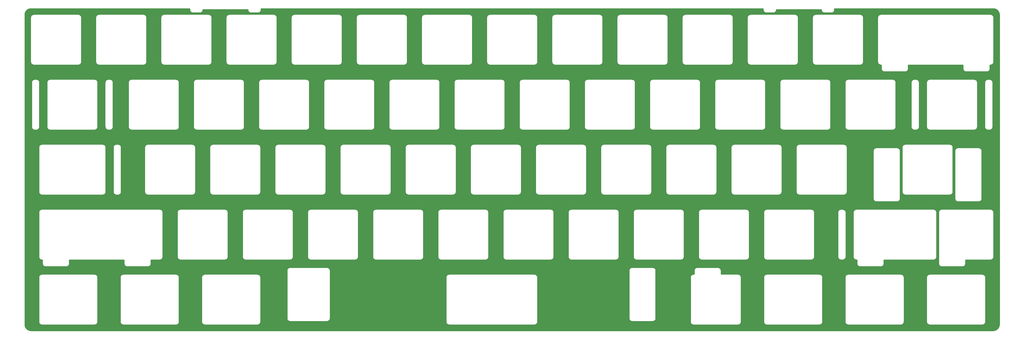
<source format=gbr>
%TF.GenerationSoftware,KiCad,Pcbnew,(5.1.11)-1*%
%TF.CreationDate,2022-09-03T23:45:10+07:00*%
%TF.ProjectId,Plate,506c6174-652e-46b6-9963-61645f706362,rev?*%
%TF.SameCoordinates,Original*%
%TF.FileFunction,Copper,L2,Bot*%
%TF.FilePolarity,Positive*%
%FSLAX46Y46*%
G04 Gerber Fmt 4.6, Leading zero omitted, Abs format (unit mm)*
G04 Created by KiCad (PCBNEW (5.1.11)-1) date 2022-09-03 23:45:10*
%MOMM*%
%LPD*%
G01*
G04 APERTURE LIST*
%TA.AperFunction,NonConductor*%
%ADD10C,0.254000*%
%TD*%
%TA.AperFunction,NonConductor*%
%ADD11C,0.100000*%
%TD*%
G04 APERTURE END LIST*
D10*
X48563780Y-430397D02*
X48577037Y-434400D01*
X48589265Y-440902D01*
X48599992Y-449650D01*
X48608825Y-460327D01*
X48615409Y-472504D01*
X48619503Y-485731D01*
X48623000Y-519001D01*
X48623000Y-770976D01*
X48624791Y-789162D01*
X48624770Y-792189D01*
X48625351Y-798123D01*
X48635551Y-895171D01*
X48643333Y-933082D01*
X48650585Y-971097D01*
X48652308Y-976805D01*
X48681164Y-1070024D01*
X48696166Y-1105711D01*
X48710660Y-1141586D01*
X48713459Y-1146850D01*
X48759872Y-1232688D01*
X48781517Y-1264778D01*
X48802704Y-1297155D01*
X48806472Y-1301776D01*
X48868674Y-1376965D01*
X48896176Y-1404275D01*
X48923210Y-1431882D01*
X48927804Y-1435683D01*
X48927807Y-1435686D01*
X48927811Y-1435688D01*
X49003425Y-1497359D01*
X49035659Y-1518776D01*
X49067597Y-1540644D01*
X49072842Y-1543480D01*
X49159003Y-1589292D01*
X49194811Y-1604051D01*
X49230351Y-1619283D01*
X49236047Y-1621047D01*
X49329465Y-1649252D01*
X49367436Y-1656771D01*
X49405287Y-1664816D01*
X49411208Y-1665438D01*
X49411213Y-1665439D01*
X49411217Y-1665439D01*
X49507203Y-1674850D01*
X49529022Y-1676999D01*
X51570978Y-1676999D01*
X51589164Y-1675208D01*
X51592190Y-1675229D01*
X51598124Y-1674648D01*
X51695172Y-1664448D01*
X51733083Y-1656666D01*
X51771098Y-1649414D01*
X51776806Y-1647691D01*
X51870025Y-1618835D01*
X51905712Y-1603833D01*
X51941587Y-1589339D01*
X51946851Y-1586540D01*
X52032689Y-1540127D01*
X52064779Y-1518482D01*
X52097156Y-1497295D01*
X52101777Y-1493527D01*
X52176966Y-1431325D01*
X52204276Y-1403823D01*
X52231883Y-1376789D01*
X52235684Y-1372195D01*
X52235687Y-1372192D01*
X52235689Y-1372188D01*
X52297360Y-1296574D01*
X52318777Y-1264340D01*
X52340645Y-1232402D01*
X52343481Y-1227157D01*
X52389293Y-1140996D01*
X52404052Y-1105188D01*
X52419284Y-1069648D01*
X52421048Y-1063952D01*
X52449253Y-970534D01*
X52456772Y-932563D01*
X52464817Y-894712D01*
X52465440Y-888782D01*
X52474962Y-791665D01*
X52480398Y-736219D01*
X52484401Y-722962D01*
X52490903Y-710734D01*
X52499651Y-700007D01*
X52510328Y-691174D01*
X52522505Y-684590D01*
X52535732Y-680496D01*
X52569002Y-676999D01*
X65529120Y-676999D01*
X65563780Y-680397D01*
X65577037Y-684400D01*
X65589265Y-690902D01*
X65599992Y-699650D01*
X65608825Y-710327D01*
X65615409Y-722504D01*
X65619503Y-735731D01*
X65624812Y-786236D01*
X65624770Y-792189D01*
X65625351Y-798123D01*
X65635551Y-895171D01*
X65643333Y-933082D01*
X65650585Y-971097D01*
X65652308Y-976805D01*
X65681164Y-1070024D01*
X65696166Y-1105711D01*
X65710660Y-1141586D01*
X65713459Y-1146850D01*
X65759872Y-1232688D01*
X65781517Y-1264778D01*
X65802704Y-1297155D01*
X65806472Y-1301776D01*
X65868674Y-1376965D01*
X65896176Y-1404275D01*
X65923210Y-1431882D01*
X65927804Y-1435683D01*
X65927807Y-1435686D01*
X65927811Y-1435688D01*
X66003425Y-1497359D01*
X66035659Y-1518776D01*
X66067597Y-1540644D01*
X66072842Y-1543480D01*
X66159003Y-1589292D01*
X66194811Y-1604051D01*
X66230351Y-1619283D01*
X66236047Y-1621047D01*
X66329465Y-1649252D01*
X66367436Y-1656771D01*
X66405287Y-1664816D01*
X66411208Y-1665438D01*
X66411213Y-1665439D01*
X66411217Y-1665439D01*
X66507203Y-1674850D01*
X66529022Y-1676999D01*
X68570978Y-1676999D01*
X68589164Y-1675208D01*
X68592190Y-1675229D01*
X68598124Y-1674648D01*
X68695172Y-1664448D01*
X68733083Y-1656666D01*
X68771098Y-1649414D01*
X68776806Y-1647691D01*
X68870025Y-1618835D01*
X68905712Y-1603833D01*
X68941587Y-1589339D01*
X68946851Y-1586540D01*
X69032689Y-1540127D01*
X69064779Y-1518482D01*
X69097156Y-1497295D01*
X69101777Y-1493527D01*
X69176966Y-1431325D01*
X69204276Y-1403823D01*
X69231883Y-1376789D01*
X69235684Y-1372195D01*
X69235687Y-1372192D01*
X69235689Y-1372188D01*
X69297360Y-1296574D01*
X69318777Y-1264340D01*
X69340645Y-1232402D01*
X69343481Y-1227157D01*
X69389293Y-1140996D01*
X69404052Y-1105188D01*
X69419284Y-1069648D01*
X69421048Y-1063952D01*
X69449253Y-970534D01*
X69456772Y-932563D01*
X69464817Y-894712D01*
X69465440Y-888782D01*
X69474962Y-791665D01*
X69477000Y-770977D01*
X69477000Y-520889D01*
X69480399Y-486219D01*
X69484402Y-472963D01*
X69490903Y-460735D01*
X69499654Y-450006D01*
X69510327Y-441176D01*
X69522505Y-434592D01*
X69535734Y-430496D01*
X69569002Y-427000D01*
X216179130Y-427000D01*
X216213780Y-430397D01*
X216227037Y-434400D01*
X216239265Y-440902D01*
X216249992Y-449650D01*
X216258825Y-460327D01*
X216265409Y-472504D01*
X216269503Y-485731D01*
X216273000Y-519001D01*
X216273000Y-770976D01*
X216274791Y-789162D01*
X216274770Y-792189D01*
X216275351Y-798123D01*
X216285551Y-895171D01*
X216293333Y-933082D01*
X216300585Y-971097D01*
X216302308Y-976805D01*
X216331164Y-1070024D01*
X216346166Y-1105711D01*
X216360660Y-1141586D01*
X216363459Y-1146850D01*
X216409872Y-1232688D01*
X216431517Y-1264778D01*
X216452704Y-1297155D01*
X216456472Y-1301776D01*
X216518674Y-1376965D01*
X216546176Y-1404275D01*
X216573210Y-1431882D01*
X216577804Y-1435683D01*
X216577807Y-1435686D01*
X216577811Y-1435688D01*
X216653425Y-1497359D01*
X216685659Y-1518776D01*
X216717597Y-1540644D01*
X216722842Y-1543480D01*
X216809003Y-1589292D01*
X216844811Y-1604051D01*
X216880351Y-1619283D01*
X216886047Y-1621047D01*
X216979465Y-1649252D01*
X217017436Y-1656771D01*
X217055287Y-1664816D01*
X217061208Y-1665438D01*
X217061213Y-1665439D01*
X217061217Y-1665439D01*
X217157203Y-1674850D01*
X217179022Y-1676999D01*
X219220978Y-1676999D01*
X219239164Y-1675208D01*
X219242190Y-1675229D01*
X219248124Y-1674648D01*
X219345172Y-1664448D01*
X219383083Y-1656666D01*
X219421098Y-1649414D01*
X219426806Y-1647691D01*
X219520025Y-1618835D01*
X219555712Y-1603833D01*
X219591587Y-1589339D01*
X219596851Y-1586540D01*
X219682689Y-1540127D01*
X219714779Y-1518482D01*
X219747156Y-1497295D01*
X219751777Y-1493527D01*
X219826966Y-1431325D01*
X219854276Y-1403823D01*
X219881883Y-1376789D01*
X219885684Y-1372195D01*
X219885687Y-1372192D01*
X219885689Y-1372188D01*
X219947360Y-1296574D01*
X219968777Y-1264340D01*
X219990645Y-1232402D01*
X219993481Y-1227157D01*
X220039293Y-1140996D01*
X220054052Y-1105188D01*
X220069284Y-1069648D01*
X220071048Y-1063952D01*
X220099253Y-970534D01*
X220106772Y-932563D01*
X220114817Y-894712D01*
X220115440Y-888782D01*
X220124962Y-791665D01*
X220130398Y-736219D01*
X220134401Y-722962D01*
X220140903Y-710734D01*
X220149651Y-700007D01*
X220160328Y-691174D01*
X220172505Y-684590D01*
X220185732Y-680496D01*
X220219002Y-676999D01*
X233179120Y-676999D01*
X233213780Y-680397D01*
X233227037Y-684400D01*
X233239265Y-690902D01*
X233249992Y-699650D01*
X233258825Y-710327D01*
X233265409Y-722504D01*
X233269503Y-735731D01*
X233274812Y-786236D01*
X233274770Y-792189D01*
X233275351Y-798123D01*
X233285551Y-895171D01*
X233293333Y-933082D01*
X233300585Y-971097D01*
X233302308Y-976805D01*
X233331164Y-1070024D01*
X233346166Y-1105711D01*
X233360660Y-1141586D01*
X233363459Y-1146850D01*
X233409872Y-1232688D01*
X233431517Y-1264778D01*
X233452704Y-1297155D01*
X233456472Y-1301776D01*
X233518674Y-1376965D01*
X233546176Y-1404275D01*
X233573210Y-1431882D01*
X233577804Y-1435683D01*
X233577807Y-1435686D01*
X233577811Y-1435688D01*
X233653425Y-1497359D01*
X233685659Y-1518776D01*
X233717597Y-1540644D01*
X233722842Y-1543480D01*
X233809003Y-1589292D01*
X233844811Y-1604051D01*
X233880351Y-1619283D01*
X233886047Y-1621047D01*
X233979465Y-1649252D01*
X234017436Y-1656771D01*
X234055287Y-1664816D01*
X234061208Y-1665438D01*
X234061213Y-1665439D01*
X234061217Y-1665439D01*
X234157203Y-1674850D01*
X234179022Y-1676999D01*
X236220978Y-1676999D01*
X236239164Y-1675208D01*
X236242190Y-1675229D01*
X236248124Y-1674648D01*
X236345172Y-1664448D01*
X236383083Y-1656666D01*
X236421098Y-1649414D01*
X236426806Y-1647691D01*
X236520025Y-1618835D01*
X236555712Y-1603833D01*
X236591587Y-1589339D01*
X236596851Y-1586540D01*
X236682689Y-1540127D01*
X236714779Y-1518482D01*
X236747156Y-1497295D01*
X236751777Y-1493527D01*
X236826966Y-1431325D01*
X236854276Y-1403823D01*
X236881883Y-1376789D01*
X236885684Y-1372195D01*
X236885687Y-1372192D01*
X236885689Y-1372188D01*
X236947360Y-1296574D01*
X236968777Y-1264340D01*
X236990645Y-1232402D01*
X236993481Y-1227157D01*
X237039293Y-1140996D01*
X237054052Y-1105188D01*
X237069284Y-1069648D01*
X237071048Y-1063952D01*
X237099253Y-970534D01*
X237106772Y-932563D01*
X237114817Y-894712D01*
X237115440Y-888782D01*
X237124962Y-791665D01*
X237127000Y-770977D01*
X237127000Y-520889D01*
X237130399Y-486219D01*
X237134402Y-472963D01*
X237140903Y-460735D01*
X237149654Y-450006D01*
X237160327Y-441176D01*
X237172505Y-434592D01*
X237185734Y-430496D01*
X237219002Y-427000D01*
X283479127Y-427000D01*
X283853689Y-463726D01*
X284193912Y-566445D01*
X284507698Y-733288D01*
X284783106Y-957905D01*
X285009639Y-1231736D01*
X285178668Y-1544350D01*
X285283759Y-1883845D01*
X285323001Y-2257204D01*
X285323000Y-92979116D01*
X285286273Y-93353688D01*
X285183554Y-93693911D01*
X285016708Y-94007701D01*
X284792096Y-94283103D01*
X284518263Y-94509638D01*
X284205649Y-94678667D01*
X283866153Y-94783758D01*
X283492805Y-94822999D01*
X2270883Y-94822999D01*
X1896311Y-94786272D01*
X1556088Y-94683553D01*
X1242298Y-94516707D01*
X966896Y-94292095D01*
X740361Y-94018262D01*
X571332Y-93705648D01*
X466241Y-93366152D01*
X427000Y-92992804D01*
X427000Y-92245977D01*
X4479250Y-92245977D01*
X4481041Y-92264163D01*
X4481020Y-92267190D01*
X4481601Y-92273124D01*
X4491801Y-92370172D01*
X4499583Y-92408083D01*
X4506835Y-92446098D01*
X4508558Y-92451806D01*
X4537414Y-92545025D01*
X4552416Y-92580712D01*
X4566910Y-92616587D01*
X4569709Y-92621851D01*
X4616122Y-92707689D01*
X4637767Y-92739779D01*
X4658954Y-92772156D01*
X4662722Y-92776777D01*
X4724924Y-92851966D01*
X4752426Y-92879276D01*
X4779460Y-92906883D01*
X4784054Y-92910684D01*
X4784057Y-92910687D01*
X4784061Y-92910689D01*
X4859675Y-92972360D01*
X4891909Y-92993777D01*
X4923847Y-93015645D01*
X4929092Y-93018481D01*
X5015253Y-93064293D01*
X5051061Y-93079052D01*
X5086601Y-93094284D01*
X5092297Y-93096048D01*
X5185715Y-93124253D01*
X5223686Y-93131772D01*
X5261537Y-93139817D01*
X5267458Y-93140439D01*
X5267463Y-93140440D01*
X5267467Y-93140440D01*
X5363230Y-93149829D01*
X5385271Y-93152000D01*
X20808478Y-93152000D01*
X20826664Y-93150209D01*
X20829695Y-93150230D01*
X20835628Y-93149648D01*
X20932677Y-93139447D01*
X20970579Y-93131667D01*
X21008598Y-93124414D01*
X21014306Y-93122691D01*
X21014308Y-93122690D01*
X21014310Y-93122690D01*
X21014312Y-93122689D01*
X21107525Y-93093835D01*
X21143212Y-93078833D01*
X21179087Y-93064339D01*
X21184351Y-93061540D01*
X21270189Y-93015127D01*
X21302279Y-92993482D01*
X21334656Y-92972295D01*
X21339277Y-92968527D01*
X21414466Y-92906325D01*
X21441762Y-92878838D01*
X21469386Y-92851786D01*
X21473186Y-92847193D01*
X21534861Y-92771572D01*
X21556272Y-92739345D01*
X21578144Y-92707402D01*
X21580980Y-92702157D01*
X21626792Y-92615996D01*
X21641551Y-92580188D01*
X21656783Y-92544648D01*
X21658547Y-92538952D01*
X21686752Y-92445534D01*
X21694271Y-92407563D01*
X21702316Y-92369712D01*
X21702938Y-92363791D01*
X21702939Y-92363786D01*
X21702939Y-92363781D01*
X21712106Y-92270290D01*
X21714500Y-92245978D01*
X21714500Y-92245977D01*
X28291750Y-92245977D01*
X28293541Y-92264163D01*
X28293520Y-92267190D01*
X28294101Y-92273124D01*
X28304301Y-92370172D01*
X28312083Y-92408083D01*
X28319335Y-92446098D01*
X28321058Y-92451806D01*
X28349914Y-92545025D01*
X28364916Y-92580712D01*
X28379410Y-92616587D01*
X28382209Y-92621851D01*
X28428622Y-92707689D01*
X28450267Y-92739779D01*
X28471454Y-92772156D01*
X28475222Y-92776777D01*
X28537424Y-92851966D01*
X28564926Y-92879276D01*
X28591960Y-92906883D01*
X28596554Y-92910684D01*
X28596557Y-92910687D01*
X28596561Y-92910689D01*
X28672175Y-92972360D01*
X28704409Y-92993777D01*
X28736347Y-93015645D01*
X28741592Y-93018481D01*
X28827753Y-93064293D01*
X28863561Y-93079052D01*
X28899101Y-93094284D01*
X28904797Y-93096048D01*
X28998215Y-93124253D01*
X29036186Y-93131772D01*
X29074037Y-93139817D01*
X29079958Y-93140439D01*
X29079963Y-93140440D01*
X29079967Y-93140440D01*
X29175953Y-93149851D01*
X29197772Y-93152000D01*
X44620978Y-93152000D01*
X44639164Y-93150209D01*
X44642190Y-93150230D01*
X44648124Y-93149649D01*
X44745172Y-93139449D01*
X44783083Y-93131667D01*
X44821098Y-93124415D01*
X44826806Y-93122692D01*
X44920025Y-93093836D01*
X44955712Y-93078834D01*
X44991587Y-93064340D01*
X44996851Y-93061541D01*
X45082689Y-93015128D01*
X45114779Y-92993483D01*
X45147156Y-92972296D01*
X45151777Y-92968528D01*
X45226966Y-92906326D01*
X45254276Y-92878824D01*
X45281883Y-92851790D01*
X45285684Y-92847196D01*
X45285687Y-92847193D01*
X45285689Y-92847189D01*
X45347360Y-92771575D01*
X45368777Y-92739341D01*
X45390645Y-92707403D01*
X45393481Y-92702158D01*
X45439293Y-92615997D01*
X45454052Y-92580189D01*
X45469284Y-92544649D01*
X45471048Y-92538953D01*
X45499253Y-92445535D01*
X45506772Y-92407564D01*
X45514817Y-92369713D01*
X45515440Y-92363783D01*
X45524962Y-92266666D01*
X45524962Y-92266665D01*
X45527000Y-92245977D01*
X52104250Y-92245977D01*
X52106041Y-92264163D01*
X52106020Y-92267190D01*
X52106601Y-92273124D01*
X52116801Y-92370172D01*
X52124583Y-92408083D01*
X52131835Y-92446098D01*
X52133558Y-92451806D01*
X52162414Y-92545025D01*
X52177416Y-92580712D01*
X52191910Y-92616587D01*
X52194709Y-92621851D01*
X52241122Y-92707689D01*
X52262767Y-92739779D01*
X52283954Y-92772156D01*
X52287722Y-92776777D01*
X52349924Y-92851966D01*
X52377426Y-92879276D01*
X52404460Y-92906883D01*
X52409054Y-92910684D01*
X52409057Y-92910687D01*
X52409061Y-92910689D01*
X52484675Y-92972360D01*
X52516909Y-92993777D01*
X52548847Y-93015645D01*
X52554092Y-93018481D01*
X52640253Y-93064293D01*
X52676061Y-93079052D01*
X52711601Y-93094284D01*
X52717297Y-93096048D01*
X52810715Y-93124253D01*
X52848686Y-93131772D01*
X52886537Y-93139817D01*
X52892458Y-93140439D01*
X52892463Y-93140440D01*
X52892467Y-93140440D01*
X52988453Y-93149851D01*
X53010272Y-93152000D01*
X68433478Y-93152000D01*
X68451664Y-93150209D01*
X68454695Y-93150230D01*
X68460628Y-93149648D01*
X68557677Y-93139447D01*
X68595579Y-93131667D01*
X68633598Y-93124414D01*
X68639306Y-93122691D01*
X68639308Y-93122690D01*
X68639310Y-93122690D01*
X68639312Y-93122689D01*
X68732525Y-93093835D01*
X68768200Y-93078838D01*
X68804085Y-93064340D01*
X68809350Y-93061541D01*
X68895188Y-93015128D01*
X68927279Y-92993483D01*
X68959657Y-92972295D01*
X68964278Y-92968527D01*
X69039467Y-92906325D01*
X69066783Y-92878817D01*
X69094388Y-92851784D01*
X69098187Y-92847193D01*
X69098188Y-92847192D01*
X69098191Y-92847188D01*
X69159864Y-92771569D01*
X69181301Y-92739304D01*
X69203144Y-92707402D01*
X69205980Y-92702158D01*
X69251792Y-92615998D01*
X69266550Y-92580194D01*
X69281785Y-92544647D01*
X69283547Y-92538955D01*
X69283549Y-92538951D01*
X69283551Y-92538941D01*
X69311753Y-92445532D01*
X69319269Y-92407576D01*
X69327317Y-92369711D01*
X69327939Y-92363787D01*
X69327940Y-92363784D01*
X69327940Y-92363781D01*
X69337410Y-92267195D01*
X69339500Y-92245978D01*
X69339500Y-92245977D01*
X123541750Y-92245977D01*
X123543541Y-92264163D01*
X123543520Y-92267190D01*
X123544101Y-92273124D01*
X123554301Y-92370172D01*
X123562083Y-92408083D01*
X123569335Y-92446098D01*
X123571058Y-92451806D01*
X123599914Y-92545025D01*
X123614916Y-92580712D01*
X123629410Y-92616587D01*
X123632209Y-92621851D01*
X123678622Y-92707689D01*
X123700267Y-92739779D01*
X123721454Y-92772156D01*
X123725222Y-92776777D01*
X123787424Y-92851966D01*
X123814926Y-92879276D01*
X123841960Y-92906883D01*
X123846554Y-92910684D01*
X123846557Y-92910687D01*
X123846561Y-92910689D01*
X123922175Y-92972360D01*
X123954409Y-92993777D01*
X123986347Y-93015645D01*
X123991592Y-93018481D01*
X124077753Y-93064293D01*
X124113561Y-93079052D01*
X124149101Y-93094284D01*
X124154797Y-93096048D01*
X124248215Y-93124253D01*
X124286186Y-93131772D01*
X124324037Y-93139817D01*
X124329958Y-93140439D01*
X124329963Y-93140440D01*
X124329967Y-93140440D01*
X124425953Y-93149851D01*
X124447772Y-93152000D01*
X149395978Y-93152000D01*
X149414164Y-93150209D01*
X149417190Y-93150230D01*
X149423124Y-93149649D01*
X149520172Y-93139449D01*
X149558083Y-93131667D01*
X149596098Y-93124415D01*
X149601806Y-93122692D01*
X149695025Y-93093836D01*
X149730712Y-93078834D01*
X149766587Y-93064340D01*
X149771851Y-93061541D01*
X149857689Y-93015128D01*
X149889779Y-92993483D01*
X149922156Y-92972296D01*
X149926777Y-92968528D01*
X150001966Y-92906326D01*
X150029276Y-92878824D01*
X150056883Y-92851790D01*
X150060684Y-92847196D01*
X150060687Y-92847193D01*
X150060689Y-92847189D01*
X150122360Y-92771575D01*
X150143777Y-92739341D01*
X150165645Y-92707403D01*
X150168481Y-92702158D01*
X150214293Y-92615997D01*
X150229052Y-92580189D01*
X150244284Y-92544649D01*
X150246048Y-92538953D01*
X150274253Y-92445535D01*
X150281772Y-92407564D01*
X150289817Y-92369713D01*
X150290440Y-92363783D01*
X150299962Y-92266666D01*
X150302000Y-92245978D01*
X150302000Y-92245977D01*
X194979250Y-92245977D01*
X194981041Y-92264163D01*
X194981020Y-92267190D01*
X194981601Y-92273124D01*
X194991801Y-92370172D01*
X194999583Y-92408083D01*
X195006835Y-92446098D01*
X195008558Y-92451806D01*
X195037414Y-92545025D01*
X195052416Y-92580712D01*
X195066910Y-92616587D01*
X195069709Y-92621851D01*
X195116122Y-92707689D01*
X195137767Y-92739779D01*
X195158954Y-92772156D01*
X195162722Y-92776777D01*
X195224924Y-92851966D01*
X195252426Y-92879276D01*
X195279460Y-92906883D01*
X195284054Y-92910684D01*
X195284057Y-92910687D01*
X195284061Y-92910689D01*
X195359675Y-92972360D01*
X195391909Y-92993777D01*
X195423847Y-93015645D01*
X195429092Y-93018481D01*
X195515253Y-93064293D01*
X195551061Y-93079052D01*
X195586601Y-93094284D01*
X195592297Y-93096048D01*
X195685715Y-93124253D01*
X195723686Y-93131772D01*
X195761537Y-93139817D01*
X195767458Y-93140439D01*
X195767463Y-93140440D01*
X195767467Y-93140440D01*
X195863453Y-93149851D01*
X195885272Y-93152000D01*
X208927228Y-93152000D01*
X208945414Y-93150209D01*
X208948440Y-93150230D01*
X208954374Y-93149649D01*
X209051422Y-93139449D01*
X209089333Y-93131667D01*
X209127348Y-93124415D01*
X209133056Y-93122692D01*
X209226275Y-93093836D01*
X209261962Y-93078834D01*
X209297837Y-93064340D01*
X209303101Y-93061541D01*
X209388939Y-93015128D01*
X209421029Y-92993483D01*
X209453406Y-92972296D01*
X209458027Y-92968528D01*
X209533216Y-92906326D01*
X209560526Y-92878824D01*
X209588133Y-92851790D01*
X209591934Y-92847196D01*
X209591937Y-92847193D01*
X209591939Y-92847189D01*
X209653610Y-92771575D01*
X209675027Y-92739341D01*
X209696895Y-92707403D01*
X209699731Y-92702158D01*
X209745543Y-92615997D01*
X209760302Y-92580189D01*
X209775534Y-92544649D01*
X209777298Y-92538953D01*
X209805503Y-92445535D01*
X209813022Y-92407564D01*
X209821067Y-92369713D01*
X209821690Y-92363783D01*
X209831212Y-92266666D01*
X209833250Y-92245978D01*
X209833250Y-92245977D01*
X216410500Y-92245977D01*
X216412291Y-92264163D01*
X216412270Y-92267190D01*
X216412851Y-92273124D01*
X216423051Y-92370172D01*
X216430833Y-92408083D01*
X216438085Y-92446098D01*
X216439808Y-92451806D01*
X216468664Y-92545025D01*
X216483666Y-92580712D01*
X216498160Y-92616587D01*
X216500959Y-92621851D01*
X216547372Y-92707689D01*
X216569017Y-92739779D01*
X216590204Y-92772156D01*
X216593972Y-92776777D01*
X216656174Y-92851966D01*
X216683676Y-92879276D01*
X216710710Y-92906883D01*
X216715304Y-92910684D01*
X216715307Y-92910687D01*
X216715311Y-92910689D01*
X216790925Y-92972360D01*
X216823159Y-92993777D01*
X216855097Y-93015645D01*
X216860342Y-93018481D01*
X216946503Y-93064293D01*
X216982311Y-93079052D01*
X217017851Y-93094284D01*
X217023547Y-93096048D01*
X217116965Y-93124253D01*
X217154936Y-93131772D01*
X217192787Y-93139817D01*
X217198708Y-93140439D01*
X217198713Y-93140440D01*
X217198717Y-93140440D01*
X217294703Y-93149851D01*
X217316522Y-93152000D01*
X232739728Y-93152000D01*
X232757914Y-93150209D01*
X232760940Y-93150230D01*
X232766874Y-93149649D01*
X232863922Y-93139449D01*
X232901850Y-93131664D01*
X232939852Y-93124414D01*
X232945560Y-93122691D01*
X233038779Y-93093834D01*
X233074476Y-93078828D01*
X233110332Y-93064341D01*
X233115596Y-93061543D01*
X233201435Y-93015131D01*
X233233551Y-92993469D01*
X233265907Y-92972296D01*
X233270528Y-92968528D01*
X233345717Y-92906326D01*
X233373033Y-92878818D01*
X233400638Y-92851785D01*
X233404436Y-92847195D01*
X233404438Y-92847193D01*
X233404441Y-92847189D01*
X233466114Y-92771570D01*
X233487537Y-92739325D01*
X233509392Y-92707407D01*
X233512228Y-92702162D01*
X233558041Y-92616002D01*
X233572793Y-92580213D01*
X233588036Y-92544648D01*
X233589795Y-92538964D01*
X233589799Y-92538955D01*
X233589801Y-92538946D01*
X233618004Y-92445533D01*
X233625520Y-92407577D01*
X233633568Y-92369712D01*
X233634190Y-92363788D01*
X233634191Y-92363785D01*
X233634191Y-92363781D01*
X233643713Y-92266665D01*
X233643713Y-92266661D01*
X233645750Y-92245978D01*
X233645750Y-92245977D01*
X240223000Y-92245977D01*
X240224791Y-92264163D01*
X240224770Y-92267195D01*
X240225352Y-92273128D01*
X240235553Y-92370177D01*
X240243333Y-92408079D01*
X240250586Y-92446098D01*
X240252309Y-92451806D01*
X240281165Y-92545025D01*
X240296167Y-92580712D01*
X240310661Y-92616587D01*
X240313460Y-92621851D01*
X240359873Y-92707689D01*
X240381518Y-92739779D01*
X240402705Y-92772156D01*
X240406473Y-92776777D01*
X240468675Y-92851966D01*
X240496162Y-92879262D01*
X240523214Y-92906886D01*
X240527807Y-92910686D01*
X240603428Y-92972361D01*
X240635655Y-92993772D01*
X240667598Y-93015644D01*
X240672843Y-93018480D01*
X240759004Y-93064292D01*
X240794812Y-93079051D01*
X240830352Y-93094283D01*
X240836048Y-93096047D01*
X240929466Y-93124252D01*
X240967437Y-93131771D01*
X241005288Y-93139816D01*
X241011209Y-93140438D01*
X241011214Y-93140439D01*
X241011218Y-93140439D01*
X241104710Y-93149606D01*
X241129022Y-93152000D01*
X256552228Y-93152000D01*
X256570414Y-93150209D01*
X256573440Y-93150230D01*
X256579374Y-93149649D01*
X256676422Y-93139449D01*
X256714350Y-93131664D01*
X256752352Y-93124414D01*
X256758060Y-93122691D01*
X256851279Y-93093834D01*
X256886976Y-93078828D01*
X256922832Y-93064341D01*
X256928096Y-93061543D01*
X257013935Y-93015131D01*
X257046051Y-92993469D01*
X257078407Y-92972296D01*
X257083028Y-92968528D01*
X257158217Y-92906326D01*
X257185533Y-92878818D01*
X257213138Y-92851785D01*
X257216936Y-92847195D01*
X257216938Y-92847193D01*
X257216941Y-92847189D01*
X257278614Y-92771570D01*
X257300037Y-92739325D01*
X257321892Y-92707407D01*
X257324728Y-92702162D01*
X257370541Y-92616002D01*
X257385293Y-92580213D01*
X257400536Y-92544648D01*
X257402295Y-92538964D01*
X257402299Y-92538955D01*
X257402301Y-92538946D01*
X257430504Y-92445533D01*
X257438020Y-92407577D01*
X257446068Y-92369712D01*
X257446690Y-92363788D01*
X257446691Y-92363785D01*
X257446691Y-92363781D01*
X257456213Y-92266665D01*
X257456213Y-92266661D01*
X257458250Y-92245978D01*
X257458250Y-92245977D01*
X264035499Y-92245977D01*
X264037290Y-92264163D01*
X264037269Y-92267190D01*
X264037850Y-92273124D01*
X264048050Y-92370172D01*
X264055832Y-92408083D01*
X264063084Y-92446098D01*
X264064807Y-92451806D01*
X264093663Y-92545025D01*
X264108665Y-92580712D01*
X264123159Y-92616587D01*
X264125958Y-92621851D01*
X264172371Y-92707689D01*
X264194016Y-92739779D01*
X264215203Y-92772156D01*
X264218971Y-92776777D01*
X264281173Y-92851966D01*
X264308675Y-92879276D01*
X264335709Y-92906883D01*
X264340303Y-92910684D01*
X264340306Y-92910687D01*
X264340310Y-92910689D01*
X264415924Y-92972360D01*
X264448158Y-92993777D01*
X264480096Y-93015645D01*
X264485341Y-93018481D01*
X264571502Y-93064293D01*
X264607310Y-93079052D01*
X264642850Y-93094284D01*
X264648546Y-93096048D01*
X264741964Y-93124253D01*
X264779935Y-93131772D01*
X264817786Y-93139817D01*
X264823707Y-93140439D01*
X264823712Y-93140440D01*
X264823716Y-93140440D01*
X264919702Y-93149851D01*
X264941521Y-93152000D01*
X280364728Y-93152000D01*
X280382914Y-93150209D01*
X280385940Y-93150230D01*
X280391874Y-93149649D01*
X280488922Y-93139449D01*
X280526833Y-93131667D01*
X280564848Y-93124415D01*
X280570556Y-93122692D01*
X280663775Y-93093836D01*
X280699462Y-93078834D01*
X280735337Y-93064340D01*
X280740601Y-93061541D01*
X280826439Y-93015128D01*
X280858529Y-92993483D01*
X280890906Y-92972296D01*
X280895527Y-92968528D01*
X280970716Y-92906326D01*
X280998026Y-92878824D01*
X281025633Y-92851790D01*
X281029434Y-92847196D01*
X281029437Y-92847193D01*
X281029439Y-92847189D01*
X281091110Y-92771575D01*
X281112527Y-92739341D01*
X281134395Y-92707403D01*
X281137231Y-92702158D01*
X281183043Y-92615997D01*
X281197802Y-92580189D01*
X281213034Y-92544649D01*
X281214798Y-92538953D01*
X281243003Y-92445535D01*
X281250522Y-92407564D01*
X281258567Y-92369713D01*
X281259190Y-92363783D01*
X281268712Y-92266666D01*
X281270750Y-92245978D01*
X281270750Y-79204022D01*
X281268959Y-79185836D01*
X281268980Y-79182810D01*
X281268399Y-79176876D01*
X281258199Y-79079828D01*
X281250417Y-79041917D01*
X281243165Y-79003902D01*
X281241442Y-78998194D01*
X281212586Y-78904975D01*
X281197576Y-78869267D01*
X281183089Y-78833413D01*
X281180291Y-78828148D01*
X281133878Y-78742311D01*
X281112204Y-78710178D01*
X281091045Y-78677844D01*
X281087278Y-78673223D01*
X281025076Y-78598034D01*
X280997574Y-78570724D01*
X280970540Y-78543117D01*
X280965946Y-78539316D01*
X280965943Y-78539313D01*
X280965939Y-78539311D01*
X280890325Y-78477640D01*
X280858091Y-78456223D01*
X280826153Y-78434355D01*
X280820908Y-78431519D01*
X280734747Y-78385707D01*
X280698939Y-78370948D01*
X280663399Y-78355716D01*
X280657703Y-78353952D01*
X280564285Y-78325747D01*
X280526314Y-78318228D01*
X280488463Y-78310183D01*
X280482542Y-78309561D01*
X280482537Y-78309560D01*
X280482533Y-78309560D01*
X280386547Y-78300149D01*
X280364728Y-78298000D01*
X264941521Y-78298000D01*
X264923335Y-78299791D01*
X264920309Y-78299770D01*
X264914375Y-78300351D01*
X264817327Y-78310551D01*
X264779416Y-78318333D01*
X264741401Y-78325585D01*
X264735693Y-78327308D01*
X264642474Y-78356164D01*
X264606766Y-78371174D01*
X264570912Y-78385661D01*
X264565647Y-78388459D01*
X264479810Y-78434872D01*
X264447677Y-78456546D01*
X264415343Y-78477705D01*
X264410722Y-78481472D01*
X264335533Y-78543674D01*
X264308223Y-78571176D01*
X264280616Y-78598210D01*
X264276815Y-78602804D01*
X264276812Y-78602807D01*
X264276811Y-78602809D01*
X264215139Y-78678425D01*
X264193722Y-78710659D01*
X264171854Y-78742597D01*
X264169018Y-78747842D01*
X264123206Y-78834003D01*
X264108447Y-78869811D01*
X264093215Y-78905351D01*
X264091451Y-78911047D01*
X264063246Y-79004465D01*
X264055727Y-79042436D01*
X264047682Y-79080287D01*
X264047059Y-79086217D01*
X264037537Y-79183334D01*
X264037537Y-79183339D01*
X264035500Y-79204022D01*
X264035499Y-92245977D01*
X257458250Y-92245977D01*
X257458250Y-79204022D01*
X257456459Y-79185836D01*
X257456480Y-79182810D01*
X257455899Y-79176876D01*
X257445699Y-79079828D01*
X257437917Y-79041917D01*
X257430665Y-79003902D01*
X257428942Y-78998194D01*
X257400086Y-78904975D01*
X257385076Y-78869267D01*
X257370589Y-78833413D01*
X257367791Y-78828148D01*
X257321378Y-78742311D01*
X257299704Y-78710178D01*
X257278545Y-78677844D01*
X257274778Y-78673223D01*
X257212576Y-78598034D01*
X257185074Y-78570724D01*
X257158040Y-78543117D01*
X257153446Y-78539316D01*
X257153443Y-78539313D01*
X257153439Y-78539311D01*
X257077825Y-78477640D01*
X257045591Y-78456223D01*
X257013653Y-78434355D01*
X257008408Y-78431519D01*
X256922247Y-78385707D01*
X256886439Y-78370948D01*
X256850899Y-78355716D01*
X256845203Y-78353952D01*
X256751785Y-78325747D01*
X256713814Y-78318228D01*
X256675963Y-78310183D01*
X256670042Y-78309561D01*
X256670037Y-78309560D01*
X256670033Y-78309560D01*
X256574047Y-78300149D01*
X256552228Y-78298000D01*
X241129022Y-78298000D01*
X241110836Y-78299791D01*
X241107810Y-78299770D01*
X241101876Y-78300351D01*
X241004828Y-78310551D01*
X240966917Y-78318333D01*
X240928902Y-78325585D01*
X240923194Y-78327308D01*
X240829975Y-78356164D01*
X240794267Y-78371174D01*
X240758413Y-78385661D01*
X240753148Y-78388459D01*
X240667311Y-78434872D01*
X240635178Y-78456546D01*
X240602844Y-78477705D01*
X240598223Y-78481472D01*
X240523034Y-78543674D01*
X240495724Y-78571176D01*
X240468117Y-78598210D01*
X240464316Y-78602804D01*
X240464313Y-78602807D01*
X240464312Y-78602809D01*
X240402640Y-78678425D01*
X240381223Y-78710659D01*
X240359355Y-78742597D01*
X240356519Y-78747842D01*
X240310707Y-78834003D01*
X240295948Y-78869811D01*
X240280716Y-78905351D01*
X240278952Y-78911047D01*
X240250747Y-79004465D01*
X240243228Y-79042436D01*
X240235183Y-79080287D01*
X240234560Y-79086217D01*
X240225038Y-79183334D01*
X240225038Y-79183339D01*
X240223001Y-79204022D01*
X240223000Y-92245977D01*
X233645750Y-92245977D01*
X233645750Y-79204022D01*
X233643959Y-79185836D01*
X233643980Y-79182810D01*
X233643399Y-79176876D01*
X233633199Y-79079828D01*
X233625417Y-79041917D01*
X233618165Y-79003902D01*
X233616442Y-78998194D01*
X233587586Y-78904975D01*
X233572576Y-78869267D01*
X233558089Y-78833413D01*
X233555291Y-78828148D01*
X233508878Y-78742311D01*
X233487204Y-78710178D01*
X233466045Y-78677844D01*
X233462278Y-78673223D01*
X233400076Y-78598034D01*
X233372574Y-78570724D01*
X233345540Y-78543117D01*
X233340946Y-78539316D01*
X233340943Y-78539313D01*
X233340939Y-78539311D01*
X233265325Y-78477640D01*
X233233091Y-78456223D01*
X233201153Y-78434355D01*
X233195908Y-78431519D01*
X233109747Y-78385707D01*
X233073939Y-78370948D01*
X233038399Y-78355716D01*
X233032703Y-78353952D01*
X232939285Y-78325747D01*
X232901314Y-78318228D01*
X232863463Y-78310183D01*
X232857542Y-78309561D01*
X232857537Y-78309560D01*
X232857533Y-78309560D01*
X232761547Y-78300149D01*
X232739728Y-78298000D01*
X217316522Y-78298000D01*
X217298336Y-78299791D01*
X217295310Y-78299770D01*
X217289376Y-78300351D01*
X217192328Y-78310551D01*
X217154417Y-78318333D01*
X217116402Y-78325585D01*
X217110694Y-78327308D01*
X217017475Y-78356164D01*
X216981767Y-78371174D01*
X216945913Y-78385661D01*
X216940648Y-78388459D01*
X216854811Y-78434872D01*
X216822678Y-78456546D01*
X216790344Y-78477705D01*
X216785723Y-78481472D01*
X216710534Y-78543674D01*
X216683224Y-78571176D01*
X216655617Y-78598210D01*
X216651816Y-78602804D01*
X216651813Y-78602807D01*
X216651812Y-78602809D01*
X216590140Y-78678425D01*
X216568723Y-78710659D01*
X216546855Y-78742597D01*
X216544019Y-78747842D01*
X216498207Y-78834003D01*
X216483448Y-78869811D01*
X216468216Y-78905351D01*
X216466452Y-78911047D01*
X216438247Y-79004465D01*
X216430728Y-79042436D01*
X216422683Y-79080287D01*
X216422060Y-79086217D01*
X216412538Y-79183334D01*
X216412538Y-79183339D01*
X216410501Y-79204022D01*
X216410500Y-92245977D01*
X209833250Y-92245977D01*
X209833250Y-79204022D01*
X209831459Y-79185836D01*
X209831480Y-79182810D01*
X209830899Y-79176876D01*
X209820699Y-79079828D01*
X209812917Y-79041917D01*
X209805665Y-79003902D01*
X209803942Y-78998194D01*
X209775086Y-78904975D01*
X209760076Y-78869267D01*
X209745589Y-78833413D01*
X209742791Y-78828148D01*
X209696378Y-78742311D01*
X209674704Y-78710178D01*
X209653545Y-78677844D01*
X209649778Y-78673223D01*
X209587576Y-78598034D01*
X209560074Y-78570724D01*
X209533040Y-78543117D01*
X209528446Y-78539316D01*
X209528443Y-78539313D01*
X209528439Y-78539311D01*
X209452825Y-78477640D01*
X209420591Y-78456223D01*
X209388653Y-78434355D01*
X209383408Y-78431519D01*
X209297247Y-78385707D01*
X209261439Y-78370948D01*
X209225899Y-78355716D01*
X209220203Y-78353952D01*
X209126785Y-78325747D01*
X209088814Y-78318228D01*
X209050963Y-78310183D01*
X209045042Y-78309561D01*
X209045037Y-78309560D01*
X209045033Y-78309560D01*
X208949047Y-78300149D01*
X208927228Y-78298000D01*
X203952000Y-78298000D01*
X203952000Y-77204022D01*
X203950209Y-77185836D01*
X203950230Y-77182810D01*
X203949649Y-77176876D01*
X203939449Y-77079828D01*
X203931667Y-77041917D01*
X203924415Y-77003902D01*
X203922692Y-76998194D01*
X203893836Y-76904975D01*
X203878826Y-76869267D01*
X203864339Y-76833413D01*
X203861541Y-76828148D01*
X203815128Y-76742311D01*
X203793454Y-76710178D01*
X203772295Y-76677844D01*
X203768528Y-76673223D01*
X203706326Y-76598034D01*
X203678824Y-76570724D01*
X203651790Y-76543117D01*
X203647196Y-76539316D01*
X203647193Y-76539313D01*
X203647189Y-76539311D01*
X203571575Y-76477640D01*
X203539341Y-76456223D01*
X203507403Y-76434355D01*
X203502158Y-76431519D01*
X203415997Y-76385707D01*
X203380189Y-76370948D01*
X203344649Y-76355716D01*
X203338953Y-76353952D01*
X203245535Y-76325747D01*
X203207564Y-76318228D01*
X203169713Y-76310183D01*
X203163792Y-76309561D01*
X203163787Y-76309560D01*
X203163783Y-76309560D01*
X203067797Y-76300149D01*
X203045978Y-76298000D01*
X197004022Y-76298000D01*
X196985836Y-76299791D01*
X196982810Y-76299770D01*
X196976876Y-76300351D01*
X196879828Y-76310551D01*
X196841917Y-76318333D01*
X196803902Y-76325585D01*
X196798194Y-76327308D01*
X196704975Y-76356164D01*
X196669267Y-76371174D01*
X196633413Y-76385661D01*
X196628148Y-76388459D01*
X196542311Y-76434872D01*
X196510178Y-76456546D01*
X196477844Y-76477705D01*
X196473223Y-76481472D01*
X196398034Y-76543674D01*
X196370724Y-76571176D01*
X196343117Y-76598210D01*
X196339316Y-76602804D01*
X196339313Y-76602807D01*
X196339312Y-76602809D01*
X196277640Y-76678425D01*
X196256223Y-76710659D01*
X196234355Y-76742597D01*
X196231519Y-76747842D01*
X196185707Y-76834003D01*
X196170948Y-76869811D01*
X196155716Y-76905351D01*
X196153952Y-76911047D01*
X196125747Y-77004465D01*
X196118228Y-77042436D01*
X196110183Y-77080287D01*
X196109560Y-77086217D01*
X196100038Y-77183334D01*
X196100038Y-77183339D01*
X196098001Y-77204022D01*
X196098000Y-78298000D01*
X195885272Y-78298000D01*
X195867086Y-78299791D01*
X195864060Y-78299770D01*
X195858126Y-78300351D01*
X195761078Y-78310551D01*
X195723167Y-78318333D01*
X195685152Y-78325585D01*
X195679444Y-78327308D01*
X195586225Y-78356164D01*
X195550517Y-78371174D01*
X195514663Y-78385661D01*
X195509398Y-78388459D01*
X195423561Y-78434872D01*
X195391428Y-78456546D01*
X195359094Y-78477705D01*
X195354473Y-78481472D01*
X195279284Y-78543674D01*
X195251974Y-78571176D01*
X195224367Y-78598210D01*
X195220566Y-78602804D01*
X195220563Y-78602807D01*
X195220562Y-78602809D01*
X195158890Y-78678425D01*
X195137473Y-78710659D01*
X195115605Y-78742597D01*
X195112769Y-78747842D01*
X195066957Y-78834003D01*
X195052198Y-78869811D01*
X195036966Y-78905351D01*
X195035202Y-78911047D01*
X195006997Y-79004465D01*
X194999478Y-79042436D01*
X194991433Y-79080287D01*
X194990810Y-79086217D01*
X194981288Y-79183334D01*
X194981288Y-79183339D01*
X194979251Y-79204022D01*
X194979250Y-92245977D01*
X150302000Y-92245977D01*
X150302000Y-91245977D01*
X177041750Y-91245977D01*
X177043541Y-91264163D01*
X177043520Y-91267190D01*
X177044101Y-91273124D01*
X177054301Y-91370172D01*
X177062083Y-91408083D01*
X177069335Y-91446098D01*
X177071058Y-91451806D01*
X177099914Y-91545025D01*
X177114916Y-91580712D01*
X177129410Y-91616587D01*
X177132209Y-91621851D01*
X177178622Y-91707689D01*
X177200267Y-91739779D01*
X177221454Y-91772156D01*
X177225222Y-91776777D01*
X177287424Y-91851966D01*
X177314926Y-91879276D01*
X177341960Y-91906883D01*
X177346554Y-91910684D01*
X177346557Y-91910687D01*
X177346561Y-91910689D01*
X177422175Y-91972360D01*
X177454409Y-91993777D01*
X177486347Y-92015645D01*
X177491592Y-92018481D01*
X177577753Y-92064293D01*
X177613561Y-92079052D01*
X177649101Y-92094284D01*
X177654797Y-92096048D01*
X177748215Y-92124253D01*
X177786186Y-92131772D01*
X177824037Y-92139817D01*
X177829958Y-92140439D01*
X177829963Y-92140440D01*
X177829967Y-92140440D01*
X177925953Y-92149851D01*
X177947772Y-92152000D01*
X183989728Y-92152000D01*
X184007914Y-92150209D01*
X184010940Y-92150230D01*
X184016874Y-92149649D01*
X184113922Y-92139449D01*
X184151833Y-92131667D01*
X184189848Y-92124415D01*
X184195556Y-92122692D01*
X184288775Y-92093836D01*
X184324462Y-92078834D01*
X184360337Y-92064340D01*
X184365601Y-92061541D01*
X184451439Y-92015128D01*
X184483529Y-91993483D01*
X184515906Y-91972296D01*
X184520527Y-91968528D01*
X184595716Y-91906326D01*
X184623026Y-91878824D01*
X184650633Y-91851790D01*
X184654434Y-91847196D01*
X184654437Y-91847193D01*
X184654439Y-91847189D01*
X184716110Y-91771575D01*
X184737527Y-91739341D01*
X184759395Y-91707403D01*
X184762231Y-91702158D01*
X184808043Y-91615997D01*
X184822802Y-91580189D01*
X184838034Y-91544649D01*
X184839798Y-91538953D01*
X184868003Y-91445535D01*
X184875522Y-91407564D01*
X184883567Y-91369713D01*
X184884190Y-91363783D01*
X184893712Y-91266666D01*
X184895750Y-91245978D01*
X184895750Y-77204022D01*
X184893959Y-77185836D01*
X184893980Y-77182810D01*
X184893399Y-77176876D01*
X184883199Y-77079828D01*
X184875417Y-77041917D01*
X184868165Y-77003902D01*
X184866442Y-76998194D01*
X184837586Y-76904975D01*
X184822576Y-76869267D01*
X184808089Y-76833413D01*
X184805291Y-76828148D01*
X184758878Y-76742311D01*
X184737204Y-76710178D01*
X184716045Y-76677844D01*
X184712278Y-76673223D01*
X184650076Y-76598034D01*
X184622574Y-76570724D01*
X184595540Y-76543117D01*
X184590946Y-76539316D01*
X184590943Y-76539313D01*
X184590939Y-76539311D01*
X184515325Y-76477640D01*
X184483091Y-76456223D01*
X184451153Y-76434355D01*
X184445908Y-76431519D01*
X184359747Y-76385707D01*
X184323939Y-76370948D01*
X184288399Y-76355716D01*
X184282703Y-76353952D01*
X184189285Y-76325747D01*
X184151314Y-76318228D01*
X184113463Y-76310183D01*
X184107542Y-76309561D01*
X184107537Y-76309560D01*
X184107533Y-76309560D01*
X184011547Y-76300149D01*
X183989728Y-76298000D01*
X177947772Y-76298000D01*
X177929586Y-76299791D01*
X177926560Y-76299770D01*
X177920626Y-76300351D01*
X177823578Y-76310551D01*
X177785667Y-76318333D01*
X177747652Y-76325585D01*
X177741944Y-76327308D01*
X177648725Y-76356164D01*
X177613017Y-76371174D01*
X177577163Y-76385661D01*
X177571898Y-76388459D01*
X177486061Y-76434872D01*
X177453928Y-76456546D01*
X177421594Y-76477705D01*
X177416973Y-76481472D01*
X177341784Y-76543674D01*
X177314474Y-76571176D01*
X177286867Y-76598210D01*
X177283066Y-76602804D01*
X177283063Y-76602807D01*
X177283062Y-76602809D01*
X177221390Y-76678425D01*
X177199973Y-76710659D01*
X177178105Y-76742597D01*
X177175269Y-76747842D01*
X177129457Y-76834003D01*
X177114698Y-76869811D01*
X177099466Y-76905351D01*
X177097702Y-76911047D01*
X177069497Y-77004465D01*
X177061978Y-77042436D01*
X177053933Y-77080287D01*
X177053310Y-77086217D01*
X177043788Y-77183334D01*
X177043788Y-77183339D01*
X177041751Y-77204022D01*
X177041750Y-91245977D01*
X150302000Y-91245977D01*
X150302000Y-79204022D01*
X150300209Y-79185836D01*
X150300230Y-79182810D01*
X150299649Y-79176876D01*
X150289449Y-79079828D01*
X150281667Y-79041917D01*
X150274415Y-79003902D01*
X150272692Y-78998194D01*
X150243836Y-78904975D01*
X150228826Y-78869267D01*
X150214339Y-78833413D01*
X150211541Y-78828148D01*
X150165128Y-78742311D01*
X150143454Y-78710178D01*
X150122295Y-78677844D01*
X150118528Y-78673223D01*
X150056326Y-78598034D01*
X150028824Y-78570724D01*
X150001790Y-78543117D01*
X149997196Y-78539316D01*
X149997193Y-78539313D01*
X149997189Y-78539311D01*
X149921575Y-78477640D01*
X149889341Y-78456223D01*
X149857403Y-78434355D01*
X149852158Y-78431519D01*
X149765997Y-78385707D01*
X149730189Y-78370948D01*
X149694649Y-78355716D01*
X149688953Y-78353952D01*
X149595535Y-78325747D01*
X149557564Y-78318228D01*
X149519713Y-78310183D01*
X149513792Y-78309561D01*
X149513787Y-78309560D01*
X149513783Y-78309560D01*
X149417797Y-78300149D01*
X149395978Y-78298000D01*
X124447772Y-78298000D01*
X124429586Y-78299791D01*
X124426560Y-78299770D01*
X124420626Y-78300351D01*
X124323578Y-78310551D01*
X124285667Y-78318333D01*
X124247652Y-78325585D01*
X124241944Y-78327308D01*
X124148725Y-78356164D01*
X124113017Y-78371174D01*
X124077163Y-78385661D01*
X124071898Y-78388459D01*
X123986061Y-78434872D01*
X123953928Y-78456546D01*
X123921594Y-78477705D01*
X123916973Y-78481472D01*
X123841784Y-78543674D01*
X123814474Y-78571176D01*
X123786867Y-78598210D01*
X123783066Y-78602804D01*
X123783063Y-78602807D01*
X123783062Y-78602809D01*
X123721390Y-78678425D01*
X123699973Y-78710659D01*
X123678105Y-78742597D01*
X123675269Y-78747842D01*
X123629457Y-78834003D01*
X123614698Y-78869811D01*
X123599466Y-78905351D01*
X123597702Y-78911047D01*
X123569497Y-79004465D01*
X123561978Y-79042436D01*
X123553933Y-79080287D01*
X123553310Y-79086217D01*
X123543788Y-79183334D01*
X123543788Y-79183339D01*
X123541751Y-79204022D01*
X123541750Y-92245977D01*
X69339500Y-92245977D01*
X69339500Y-91245977D01*
X77041750Y-91245977D01*
X77043541Y-91264163D01*
X77043520Y-91267190D01*
X77044101Y-91273124D01*
X77054301Y-91370172D01*
X77062083Y-91408083D01*
X77069335Y-91446098D01*
X77071058Y-91451806D01*
X77099914Y-91545025D01*
X77114916Y-91580712D01*
X77129410Y-91616587D01*
X77132209Y-91621851D01*
X77178622Y-91707689D01*
X77200267Y-91739779D01*
X77221454Y-91772156D01*
X77225222Y-91776777D01*
X77287424Y-91851966D01*
X77314926Y-91879276D01*
X77341960Y-91906883D01*
X77346554Y-91910684D01*
X77346557Y-91910687D01*
X77346561Y-91910689D01*
X77422175Y-91972360D01*
X77454409Y-91993777D01*
X77486347Y-92015645D01*
X77491592Y-92018481D01*
X77577753Y-92064293D01*
X77613561Y-92079052D01*
X77649101Y-92094284D01*
X77654797Y-92096048D01*
X77748215Y-92124253D01*
X77786186Y-92131772D01*
X77824037Y-92139817D01*
X77829958Y-92140439D01*
X77829963Y-92140440D01*
X77829967Y-92140440D01*
X77925953Y-92149851D01*
X77947772Y-92152000D01*
X88745978Y-92152000D01*
X88764164Y-92150209D01*
X88767190Y-92150230D01*
X88773124Y-92149649D01*
X88870172Y-92139449D01*
X88908083Y-92131667D01*
X88946098Y-92124415D01*
X88951806Y-92122692D01*
X89045025Y-92093836D01*
X89080712Y-92078834D01*
X89116587Y-92064340D01*
X89121851Y-92061541D01*
X89207689Y-92015128D01*
X89239779Y-91993483D01*
X89272156Y-91972296D01*
X89276777Y-91968528D01*
X89351966Y-91906326D01*
X89379276Y-91878824D01*
X89406883Y-91851790D01*
X89410684Y-91847196D01*
X89410687Y-91847193D01*
X89410689Y-91847189D01*
X89472360Y-91771575D01*
X89493777Y-91739341D01*
X89515645Y-91707403D01*
X89518481Y-91702158D01*
X89564293Y-91615997D01*
X89579052Y-91580189D01*
X89594284Y-91544649D01*
X89596048Y-91538953D01*
X89624253Y-91445535D01*
X89631772Y-91407564D01*
X89639817Y-91369713D01*
X89640440Y-91363783D01*
X89649962Y-91266666D01*
X89652000Y-91245978D01*
X89652000Y-77204022D01*
X89650209Y-77185836D01*
X89650230Y-77182810D01*
X89649649Y-77176876D01*
X89639449Y-77079828D01*
X89631667Y-77041917D01*
X89624415Y-77003902D01*
X89622692Y-76998194D01*
X89593836Y-76904975D01*
X89578826Y-76869267D01*
X89564339Y-76833413D01*
X89561541Y-76828148D01*
X89515128Y-76742311D01*
X89493454Y-76710178D01*
X89472295Y-76677844D01*
X89468528Y-76673223D01*
X89406326Y-76598034D01*
X89378824Y-76570724D01*
X89351790Y-76543117D01*
X89347196Y-76539316D01*
X89347193Y-76539313D01*
X89347189Y-76539311D01*
X89271575Y-76477640D01*
X89239341Y-76456223D01*
X89207403Y-76434355D01*
X89202158Y-76431519D01*
X89115997Y-76385707D01*
X89080189Y-76370948D01*
X89044649Y-76355716D01*
X89038953Y-76353952D01*
X88945535Y-76325747D01*
X88907564Y-76318228D01*
X88869713Y-76310183D01*
X88863792Y-76309561D01*
X88863787Y-76309560D01*
X88863783Y-76309560D01*
X88767797Y-76300149D01*
X88745978Y-76298000D01*
X77947772Y-76298000D01*
X77929586Y-76299791D01*
X77926560Y-76299770D01*
X77920626Y-76300351D01*
X77823578Y-76310551D01*
X77785667Y-76318333D01*
X77747652Y-76325585D01*
X77741944Y-76327308D01*
X77648725Y-76356164D01*
X77613017Y-76371174D01*
X77577163Y-76385661D01*
X77571898Y-76388459D01*
X77486061Y-76434872D01*
X77453928Y-76456546D01*
X77421594Y-76477705D01*
X77416973Y-76481472D01*
X77341784Y-76543674D01*
X77314474Y-76571176D01*
X77286867Y-76598210D01*
X77283066Y-76602804D01*
X77283063Y-76602807D01*
X77283062Y-76602809D01*
X77221390Y-76678425D01*
X77199973Y-76710659D01*
X77178105Y-76742597D01*
X77175269Y-76747842D01*
X77129457Y-76834003D01*
X77114698Y-76869811D01*
X77099466Y-76905351D01*
X77097702Y-76911047D01*
X77069497Y-77004465D01*
X77061978Y-77042436D01*
X77053933Y-77080287D01*
X77053310Y-77086217D01*
X77043788Y-77183334D01*
X77043788Y-77183339D01*
X77041751Y-77204022D01*
X77041750Y-91245977D01*
X69339500Y-91245977D01*
X69339500Y-79204022D01*
X69337709Y-79185836D01*
X69337730Y-79182810D01*
X69337149Y-79176876D01*
X69326949Y-79079828D01*
X69319167Y-79041917D01*
X69311915Y-79003902D01*
X69310192Y-78998194D01*
X69281336Y-78904975D01*
X69266326Y-78869267D01*
X69251839Y-78833413D01*
X69249041Y-78828148D01*
X69202628Y-78742311D01*
X69180954Y-78710178D01*
X69159795Y-78677844D01*
X69156028Y-78673223D01*
X69093826Y-78598034D01*
X69066324Y-78570724D01*
X69039290Y-78543117D01*
X69034696Y-78539316D01*
X69034693Y-78539313D01*
X69034689Y-78539311D01*
X68959075Y-78477640D01*
X68926841Y-78456223D01*
X68894903Y-78434355D01*
X68889658Y-78431519D01*
X68803497Y-78385707D01*
X68767689Y-78370948D01*
X68732149Y-78355716D01*
X68726453Y-78353952D01*
X68633035Y-78325747D01*
X68595064Y-78318228D01*
X68557213Y-78310183D01*
X68551292Y-78309561D01*
X68551287Y-78309560D01*
X68551283Y-78309560D01*
X68455297Y-78300149D01*
X68433478Y-78298000D01*
X53010272Y-78298000D01*
X52992086Y-78299791D01*
X52989060Y-78299770D01*
X52983126Y-78300351D01*
X52886078Y-78310551D01*
X52848167Y-78318333D01*
X52810152Y-78325585D01*
X52804444Y-78327308D01*
X52711225Y-78356164D01*
X52675517Y-78371174D01*
X52639663Y-78385661D01*
X52634398Y-78388459D01*
X52548561Y-78434872D01*
X52516428Y-78456546D01*
X52484094Y-78477705D01*
X52479473Y-78481472D01*
X52404284Y-78543674D01*
X52376974Y-78571176D01*
X52349367Y-78598210D01*
X52345566Y-78602804D01*
X52345563Y-78602807D01*
X52345562Y-78602809D01*
X52283890Y-78678425D01*
X52262473Y-78710659D01*
X52240605Y-78742597D01*
X52237769Y-78747842D01*
X52191957Y-78834003D01*
X52177198Y-78869811D01*
X52161966Y-78905351D01*
X52160202Y-78911047D01*
X52131997Y-79004465D01*
X52124478Y-79042436D01*
X52116433Y-79080287D01*
X52115810Y-79086217D01*
X52106288Y-79183334D01*
X52106288Y-79183339D01*
X52104251Y-79204022D01*
X52104250Y-92245977D01*
X45527000Y-92245977D01*
X45526998Y-79204022D01*
X45525208Y-79185845D01*
X45525229Y-79182810D01*
X45524648Y-79176876D01*
X45514448Y-79079828D01*
X45506666Y-79041917D01*
X45499414Y-79003902D01*
X45497691Y-78998194D01*
X45468835Y-78904975D01*
X45453825Y-78869267D01*
X45439338Y-78833413D01*
X45436540Y-78828148D01*
X45390127Y-78742311D01*
X45368453Y-78710178D01*
X45347294Y-78677844D01*
X45343527Y-78673223D01*
X45281325Y-78598034D01*
X45253823Y-78570724D01*
X45226789Y-78543117D01*
X45222195Y-78539316D01*
X45222192Y-78539313D01*
X45222188Y-78539311D01*
X45146574Y-78477640D01*
X45114340Y-78456223D01*
X45082402Y-78434355D01*
X45077157Y-78431519D01*
X44990996Y-78385707D01*
X44955188Y-78370948D01*
X44919648Y-78355716D01*
X44913952Y-78353952D01*
X44820534Y-78325747D01*
X44782563Y-78318228D01*
X44744712Y-78310183D01*
X44738791Y-78309561D01*
X44738786Y-78309560D01*
X44738782Y-78309560D01*
X44643019Y-78300171D01*
X44620978Y-78298000D01*
X29197772Y-78298000D01*
X29179586Y-78299791D01*
X29176560Y-78299770D01*
X29170626Y-78300351D01*
X29073578Y-78310551D01*
X29035667Y-78318333D01*
X28997652Y-78325585D01*
X28991944Y-78327308D01*
X28898725Y-78356164D01*
X28863017Y-78371174D01*
X28827163Y-78385661D01*
X28821898Y-78388459D01*
X28736061Y-78434872D01*
X28703928Y-78456546D01*
X28671594Y-78477705D01*
X28666973Y-78481472D01*
X28591784Y-78543674D01*
X28564474Y-78571176D01*
X28536867Y-78598210D01*
X28533066Y-78602804D01*
X28533063Y-78602807D01*
X28533062Y-78602809D01*
X28471390Y-78678425D01*
X28449973Y-78710659D01*
X28428105Y-78742597D01*
X28425269Y-78747842D01*
X28379457Y-78834003D01*
X28364698Y-78869811D01*
X28349466Y-78905351D01*
X28347702Y-78911047D01*
X28319497Y-79004465D01*
X28311978Y-79042436D01*
X28303933Y-79080287D01*
X28303310Y-79086217D01*
X28293788Y-79183334D01*
X28293788Y-79183339D01*
X28291751Y-79204022D01*
X28291750Y-92245977D01*
X21714500Y-92245977D01*
X21714500Y-79204022D01*
X21712709Y-79185836D01*
X21712730Y-79182810D01*
X21712149Y-79176876D01*
X21701949Y-79079828D01*
X21694167Y-79041917D01*
X21686915Y-79003902D01*
X21685192Y-78998194D01*
X21656336Y-78904975D01*
X21641326Y-78869267D01*
X21626839Y-78833413D01*
X21624041Y-78828148D01*
X21577628Y-78742311D01*
X21555954Y-78710178D01*
X21534795Y-78677844D01*
X21531028Y-78673223D01*
X21468826Y-78598034D01*
X21441324Y-78570724D01*
X21414290Y-78543117D01*
X21409696Y-78539316D01*
X21409693Y-78539313D01*
X21409689Y-78539311D01*
X21334075Y-78477640D01*
X21301841Y-78456223D01*
X21269903Y-78434355D01*
X21264658Y-78431519D01*
X21178497Y-78385707D01*
X21142689Y-78370948D01*
X21107149Y-78355716D01*
X21101453Y-78353952D01*
X21008035Y-78325747D01*
X20970064Y-78318228D01*
X20932213Y-78310183D01*
X20926292Y-78309561D01*
X20926287Y-78309560D01*
X20926283Y-78309560D01*
X20830297Y-78300149D01*
X20808478Y-78298000D01*
X5385272Y-78298000D01*
X5367086Y-78299791D01*
X5364060Y-78299770D01*
X5358126Y-78300351D01*
X5261078Y-78310551D01*
X5223167Y-78318333D01*
X5185152Y-78325585D01*
X5179444Y-78327308D01*
X5086225Y-78356164D01*
X5050517Y-78371174D01*
X5014663Y-78385661D01*
X5009398Y-78388459D01*
X4923561Y-78434872D01*
X4891428Y-78456546D01*
X4859094Y-78477705D01*
X4854473Y-78481472D01*
X4779284Y-78543674D01*
X4751974Y-78571176D01*
X4724367Y-78598210D01*
X4720566Y-78602804D01*
X4720563Y-78602807D01*
X4720562Y-78602809D01*
X4658890Y-78678425D01*
X4637473Y-78710659D01*
X4615605Y-78742597D01*
X4612769Y-78747842D01*
X4566957Y-78834003D01*
X4552198Y-78869811D01*
X4536966Y-78905351D01*
X4535202Y-78911047D01*
X4506997Y-79004465D01*
X4499478Y-79042436D01*
X4491433Y-79080287D01*
X4490810Y-79086217D01*
X4481288Y-79183334D01*
X4481288Y-79183339D01*
X4479251Y-79204022D01*
X4479250Y-92245977D01*
X427000Y-92245977D01*
X427000Y-73195977D01*
X4479250Y-73195977D01*
X4481041Y-73214163D01*
X4481020Y-73217190D01*
X4481601Y-73223124D01*
X4491801Y-73320172D01*
X4499583Y-73358083D01*
X4506835Y-73396098D01*
X4508558Y-73401806D01*
X4537414Y-73495025D01*
X4552416Y-73530712D01*
X4566910Y-73566587D01*
X4569709Y-73571851D01*
X4616122Y-73657689D01*
X4637767Y-73689779D01*
X4658954Y-73722156D01*
X4662722Y-73726777D01*
X4724924Y-73801966D01*
X4752426Y-73829276D01*
X4779460Y-73856883D01*
X4784054Y-73860684D01*
X4784057Y-73860687D01*
X4784059Y-73860688D01*
X4859675Y-73922360D01*
X4891909Y-73943777D01*
X4923847Y-73965645D01*
X4929092Y-73968481D01*
X5015253Y-74014293D01*
X5051061Y-74029052D01*
X5086601Y-74044284D01*
X5092297Y-74046048D01*
X5185715Y-74074253D01*
X5223686Y-74081772D01*
X5261537Y-74089817D01*
X5267458Y-74090439D01*
X5267463Y-74090440D01*
X5267467Y-74090440D01*
X5363453Y-74099851D01*
X5385272Y-74102000D01*
X5566251Y-74102000D01*
X5566250Y-75195977D01*
X5568041Y-75214163D01*
X5568020Y-75217190D01*
X5568601Y-75223124D01*
X5578801Y-75320172D01*
X5586583Y-75358083D01*
X5593835Y-75396098D01*
X5595558Y-75401806D01*
X5624414Y-75495025D01*
X5639416Y-75530712D01*
X5653910Y-75566587D01*
X5656709Y-75571851D01*
X5703122Y-75657689D01*
X5724767Y-75689779D01*
X5745954Y-75722156D01*
X5749722Y-75726777D01*
X5811924Y-75801966D01*
X5839426Y-75829276D01*
X5866460Y-75856883D01*
X5871054Y-75860684D01*
X5871057Y-75860687D01*
X5871061Y-75860689D01*
X5946675Y-75922360D01*
X5978909Y-75943777D01*
X6010847Y-75965645D01*
X6016092Y-75968481D01*
X6102253Y-76014293D01*
X6138061Y-76029052D01*
X6173601Y-76044284D01*
X6179297Y-76046048D01*
X6272715Y-76074253D01*
X6310686Y-76081772D01*
X6348537Y-76089817D01*
X6354458Y-76090439D01*
X6354463Y-76090440D01*
X6354467Y-76090440D01*
X6450453Y-76099851D01*
X6472272Y-76102000D01*
X12514228Y-76102000D01*
X12532414Y-76100209D01*
X12535440Y-76100230D01*
X12541374Y-76099649D01*
X12638422Y-76089449D01*
X12676333Y-76081667D01*
X12714348Y-76074415D01*
X12720056Y-76072692D01*
X12813275Y-76043836D01*
X12848962Y-76028834D01*
X12884837Y-76014340D01*
X12890101Y-76011541D01*
X12975939Y-75965128D01*
X13008029Y-75943483D01*
X13040406Y-75922296D01*
X13045027Y-75918528D01*
X13120216Y-75856326D01*
X13147526Y-75828824D01*
X13175133Y-75801790D01*
X13178934Y-75797196D01*
X13178937Y-75797193D01*
X13178939Y-75797189D01*
X13240610Y-75721575D01*
X13262027Y-75689341D01*
X13283895Y-75657403D01*
X13286731Y-75652158D01*
X13332543Y-75565997D01*
X13347302Y-75530189D01*
X13362534Y-75494649D01*
X13364298Y-75488953D01*
X13392503Y-75395535D01*
X13400022Y-75357564D01*
X13408067Y-75319713D01*
X13408690Y-75313783D01*
X13418212Y-75216666D01*
X13418212Y-75216651D01*
X13420248Y-75195978D01*
X13420249Y-74102000D01*
X29442251Y-74102000D01*
X29442250Y-75195977D01*
X29444041Y-75214163D01*
X29444020Y-75217190D01*
X29444601Y-75223124D01*
X29454801Y-75320172D01*
X29462583Y-75358083D01*
X29469835Y-75396098D01*
X29471558Y-75401806D01*
X29500414Y-75495025D01*
X29515416Y-75530712D01*
X29529910Y-75566587D01*
X29532709Y-75571851D01*
X29579122Y-75657689D01*
X29600767Y-75689779D01*
X29621954Y-75722156D01*
X29625722Y-75726777D01*
X29687924Y-75801966D01*
X29715426Y-75829276D01*
X29742460Y-75856883D01*
X29747054Y-75860684D01*
X29747057Y-75860687D01*
X29747061Y-75860689D01*
X29822675Y-75922360D01*
X29854909Y-75943777D01*
X29886847Y-75965645D01*
X29892092Y-75968481D01*
X29978253Y-76014293D01*
X30014061Y-76029052D01*
X30049601Y-76044284D01*
X30055297Y-76046048D01*
X30148715Y-76074253D01*
X30186686Y-76081772D01*
X30224537Y-76089817D01*
X30230458Y-76090439D01*
X30230463Y-76090440D01*
X30230467Y-76090440D01*
X30326453Y-76099851D01*
X30348272Y-76102000D01*
X36390228Y-76102000D01*
X36408414Y-76100209D01*
X36411440Y-76100230D01*
X36417374Y-76099649D01*
X36514422Y-76089449D01*
X36552333Y-76081667D01*
X36590348Y-76074415D01*
X36596056Y-76072692D01*
X36689275Y-76043836D01*
X36724962Y-76028834D01*
X36760837Y-76014340D01*
X36766101Y-76011541D01*
X36851939Y-75965128D01*
X36884029Y-75943483D01*
X36916406Y-75922296D01*
X36921027Y-75918528D01*
X36996216Y-75856326D01*
X37023526Y-75828824D01*
X37051133Y-75801790D01*
X37054934Y-75797196D01*
X37054937Y-75797193D01*
X37054939Y-75797189D01*
X37116610Y-75721575D01*
X37138027Y-75689341D01*
X37159895Y-75657403D01*
X37162731Y-75652158D01*
X37208543Y-75565997D01*
X37223302Y-75530189D01*
X37238534Y-75494649D01*
X37240298Y-75488953D01*
X37268503Y-75395535D01*
X37276022Y-75357564D01*
X37284067Y-75319713D01*
X37284690Y-75313783D01*
X37294212Y-75216666D01*
X37296250Y-75195978D01*
X37296250Y-74102000D01*
X39858478Y-74102000D01*
X39876664Y-74100209D01*
X39879695Y-74100230D01*
X39885628Y-74099648D01*
X39982677Y-74089447D01*
X40020579Y-74081667D01*
X40058598Y-74074414D01*
X40064306Y-74072691D01*
X40064308Y-74072690D01*
X40064310Y-74072690D01*
X40064312Y-74072689D01*
X40157525Y-74043835D01*
X40193212Y-74028833D01*
X40229087Y-74014339D01*
X40234351Y-74011540D01*
X40320189Y-73965127D01*
X40352279Y-73943482D01*
X40384656Y-73922295D01*
X40389277Y-73918527D01*
X40464466Y-73856325D01*
X40491762Y-73828838D01*
X40519386Y-73801786D01*
X40523186Y-73797193D01*
X40584861Y-73721572D01*
X40606272Y-73689345D01*
X40628144Y-73657402D01*
X40630980Y-73652157D01*
X40676792Y-73565996D01*
X40691551Y-73530188D01*
X40706783Y-73494648D01*
X40708547Y-73488952D01*
X40736752Y-73395534D01*
X40744271Y-73357563D01*
X40752316Y-73319712D01*
X40752938Y-73313791D01*
X40752939Y-73313786D01*
X40752939Y-73313782D01*
X40762461Y-73216665D01*
X40762461Y-73216661D01*
X40764498Y-73195978D01*
X40764498Y-73195977D01*
X44960500Y-73195977D01*
X44962291Y-73214163D01*
X44962270Y-73217190D01*
X44962851Y-73223124D01*
X44973051Y-73320172D01*
X44980833Y-73358083D01*
X44988085Y-73396098D01*
X44989808Y-73401806D01*
X45018664Y-73495025D01*
X45033666Y-73530712D01*
X45048160Y-73566587D01*
X45050959Y-73571851D01*
X45097372Y-73657689D01*
X45119017Y-73689779D01*
X45140204Y-73722156D01*
X45143972Y-73726777D01*
X45206174Y-73801966D01*
X45233676Y-73829276D01*
X45260710Y-73856883D01*
X45265304Y-73860684D01*
X45265307Y-73860687D01*
X45265309Y-73860688D01*
X45340925Y-73922360D01*
X45373159Y-73943777D01*
X45405097Y-73965645D01*
X45410342Y-73968481D01*
X45496503Y-74014293D01*
X45532311Y-74029052D01*
X45567851Y-74044284D01*
X45573547Y-74046048D01*
X45666965Y-74074253D01*
X45704936Y-74081772D01*
X45742787Y-74089817D01*
X45748708Y-74090439D01*
X45748713Y-74090440D01*
X45748717Y-74090440D01*
X45844703Y-74099851D01*
X45866522Y-74102000D01*
X58908478Y-74102000D01*
X58926664Y-74100209D01*
X58929690Y-74100230D01*
X58935624Y-74099649D01*
X59032672Y-74089449D01*
X59070583Y-74081667D01*
X59108598Y-74074415D01*
X59114306Y-74072692D01*
X59207525Y-74043836D01*
X59243212Y-74028834D01*
X59279087Y-74014340D01*
X59284351Y-74011541D01*
X59370189Y-73965128D01*
X59402279Y-73943483D01*
X59434656Y-73922296D01*
X59439277Y-73918528D01*
X59514466Y-73856326D01*
X59541776Y-73828824D01*
X59569383Y-73801790D01*
X59573184Y-73797196D01*
X59573187Y-73797193D01*
X59573189Y-73797189D01*
X59634860Y-73721575D01*
X59656277Y-73689341D01*
X59678145Y-73657403D01*
X59680981Y-73652158D01*
X59726793Y-73565997D01*
X59741552Y-73530189D01*
X59756784Y-73494649D01*
X59758548Y-73488953D01*
X59786753Y-73395535D01*
X59794272Y-73357564D01*
X59802317Y-73319713D01*
X59802940Y-73313783D01*
X59812462Y-73216666D01*
X59814500Y-73195978D01*
X59814500Y-73195977D01*
X64010500Y-73195977D01*
X64012291Y-73214163D01*
X64012270Y-73217190D01*
X64012851Y-73223124D01*
X64023051Y-73320172D01*
X64030833Y-73358083D01*
X64038085Y-73396098D01*
X64039808Y-73401806D01*
X64068664Y-73495025D01*
X64083666Y-73530712D01*
X64098160Y-73566587D01*
X64100959Y-73571851D01*
X64147372Y-73657689D01*
X64169017Y-73689779D01*
X64190204Y-73722156D01*
X64193972Y-73726777D01*
X64256174Y-73801966D01*
X64283676Y-73829276D01*
X64310710Y-73856883D01*
X64315304Y-73860684D01*
X64315307Y-73860687D01*
X64315309Y-73860688D01*
X64390925Y-73922360D01*
X64423159Y-73943777D01*
X64455097Y-73965645D01*
X64460342Y-73968481D01*
X64546503Y-74014293D01*
X64582311Y-74029052D01*
X64617851Y-74044284D01*
X64623547Y-74046048D01*
X64716965Y-74074253D01*
X64754936Y-74081772D01*
X64792787Y-74089817D01*
X64798708Y-74090439D01*
X64798713Y-74090440D01*
X64798717Y-74090440D01*
X64894703Y-74099851D01*
X64916522Y-74102000D01*
X77958478Y-74102000D01*
X77976664Y-74100209D01*
X77979690Y-74100230D01*
X77985624Y-74099649D01*
X78082672Y-74089449D01*
X78120583Y-74081667D01*
X78158598Y-74074415D01*
X78164306Y-74072692D01*
X78257525Y-74043836D01*
X78293212Y-74028834D01*
X78329087Y-74014340D01*
X78334351Y-74011541D01*
X78420189Y-73965128D01*
X78452279Y-73943483D01*
X78484656Y-73922296D01*
X78489277Y-73918528D01*
X78564466Y-73856326D01*
X78591776Y-73828824D01*
X78619383Y-73801790D01*
X78623184Y-73797196D01*
X78623187Y-73797193D01*
X78623189Y-73797189D01*
X78684860Y-73721575D01*
X78706277Y-73689341D01*
X78728145Y-73657403D01*
X78730981Y-73652158D01*
X78776793Y-73565997D01*
X78791552Y-73530189D01*
X78806784Y-73494649D01*
X78808548Y-73488953D01*
X78836753Y-73395535D01*
X78844272Y-73357564D01*
X78852317Y-73319713D01*
X78852940Y-73313783D01*
X78862462Y-73216666D01*
X78864500Y-73195978D01*
X78864500Y-73195977D01*
X83060499Y-73195977D01*
X83062290Y-73214163D01*
X83062269Y-73217190D01*
X83062850Y-73223124D01*
X83073050Y-73320172D01*
X83080835Y-73358100D01*
X83088085Y-73396102D01*
X83089808Y-73401810D01*
X83118665Y-73495029D01*
X83133671Y-73530726D01*
X83148158Y-73566582D01*
X83150956Y-73571846D01*
X83197368Y-73657685D01*
X83219030Y-73689801D01*
X83240203Y-73722157D01*
X83243971Y-73726778D01*
X83306173Y-73801967D01*
X83333681Y-73829283D01*
X83360714Y-73856888D01*
X83365302Y-73860684D01*
X83365306Y-73860688D01*
X83365308Y-73860689D01*
X83440929Y-73922364D01*
X83473174Y-73943787D01*
X83505092Y-73965642D01*
X83510337Y-73968478D01*
X83510342Y-73968481D01*
X83510345Y-73968482D01*
X83596497Y-74014291D01*
X83632286Y-74029043D01*
X83667851Y-74044286D01*
X83673535Y-74046045D01*
X83673544Y-74046049D01*
X83673553Y-74046051D01*
X83766966Y-74074254D01*
X83804922Y-74081770D01*
X83842787Y-74089818D01*
X83848711Y-74090440D01*
X83848714Y-74090441D01*
X83848717Y-74090441D01*
X83945834Y-74099963D01*
X83945839Y-74099963D01*
X83966522Y-74102000D01*
X97008478Y-74102000D01*
X97026664Y-74100209D01*
X97029690Y-74100230D01*
X97035624Y-74099649D01*
X97132672Y-74089449D01*
X97170583Y-74081667D01*
X97208598Y-74074415D01*
X97214306Y-74072692D01*
X97307525Y-74043836D01*
X97343212Y-74028834D01*
X97379087Y-74014340D01*
X97384351Y-74011541D01*
X97470189Y-73965128D01*
X97502279Y-73943483D01*
X97534656Y-73922296D01*
X97539277Y-73918528D01*
X97614466Y-73856326D01*
X97641776Y-73828824D01*
X97669383Y-73801790D01*
X97673184Y-73797196D01*
X97673187Y-73797193D01*
X97673189Y-73797189D01*
X97734860Y-73721575D01*
X97756277Y-73689341D01*
X97778145Y-73657403D01*
X97780981Y-73652158D01*
X97826793Y-73565997D01*
X97841552Y-73530189D01*
X97856784Y-73494649D01*
X97858548Y-73488953D01*
X97886753Y-73395535D01*
X97894272Y-73357564D01*
X97902317Y-73319713D01*
X97902940Y-73313783D01*
X97912462Y-73216666D01*
X97914500Y-73195978D01*
X97914500Y-73195977D01*
X102110500Y-73195977D01*
X102112291Y-73214163D01*
X102112270Y-73217190D01*
X102112851Y-73223124D01*
X102123051Y-73320172D01*
X102130833Y-73358083D01*
X102138085Y-73396098D01*
X102139808Y-73401806D01*
X102168664Y-73495025D01*
X102183666Y-73530712D01*
X102198160Y-73566587D01*
X102200959Y-73571851D01*
X102247372Y-73657689D01*
X102269017Y-73689779D01*
X102290204Y-73722156D01*
X102293972Y-73726777D01*
X102356174Y-73801966D01*
X102383676Y-73829276D01*
X102410710Y-73856883D01*
X102415304Y-73860684D01*
X102415307Y-73860687D01*
X102415309Y-73860688D01*
X102490925Y-73922360D01*
X102523159Y-73943777D01*
X102555097Y-73965645D01*
X102560342Y-73968481D01*
X102646503Y-74014293D01*
X102682311Y-74029052D01*
X102717851Y-74044284D01*
X102723547Y-74046048D01*
X102816965Y-74074253D01*
X102854936Y-74081772D01*
X102892787Y-74089817D01*
X102898708Y-74090439D01*
X102898713Y-74090440D01*
X102898717Y-74090440D01*
X102994703Y-74099851D01*
X103016522Y-74102000D01*
X116058478Y-74102000D01*
X116076664Y-74100209D01*
X116079690Y-74100230D01*
X116085624Y-74099649D01*
X116182672Y-74089449D01*
X116220583Y-74081667D01*
X116258598Y-74074415D01*
X116264306Y-74072692D01*
X116357525Y-74043836D01*
X116393212Y-74028834D01*
X116429087Y-74014340D01*
X116434351Y-74011541D01*
X116520189Y-73965128D01*
X116552279Y-73943483D01*
X116584656Y-73922296D01*
X116589277Y-73918528D01*
X116664466Y-73856326D01*
X116691776Y-73828824D01*
X116719383Y-73801790D01*
X116723184Y-73797196D01*
X116723187Y-73797193D01*
X116723189Y-73797189D01*
X116784860Y-73721575D01*
X116806277Y-73689341D01*
X116828145Y-73657403D01*
X116830981Y-73652158D01*
X116876793Y-73565997D01*
X116891552Y-73530189D01*
X116906784Y-73494649D01*
X116908548Y-73488953D01*
X116936753Y-73395535D01*
X116944272Y-73357564D01*
X116952317Y-73319713D01*
X116952940Y-73313783D01*
X116962462Y-73216666D01*
X116964500Y-73195978D01*
X116964500Y-73195977D01*
X121160500Y-73195977D01*
X121162291Y-73214163D01*
X121162270Y-73217190D01*
X121162851Y-73223124D01*
X121173051Y-73320172D01*
X121180833Y-73358083D01*
X121188085Y-73396098D01*
X121189808Y-73401806D01*
X121218664Y-73495025D01*
X121233666Y-73530712D01*
X121248160Y-73566587D01*
X121250959Y-73571851D01*
X121297372Y-73657689D01*
X121319017Y-73689779D01*
X121340204Y-73722156D01*
X121343972Y-73726777D01*
X121406174Y-73801966D01*
X121433676Y-73829276D01*
X121460710Y-73856883D01*
X121465304Y-73860684D01*
X121465307Y-73860687D01*
X121465309Y-73860688D01*
X121540925Y-73922360D01*
X121573159Y-73943777D01*
X121605097Y-73965645D01*
X121610342Y-73968481D01*
X121696503Y-74014293D01*
X121732311Y-74029052D01*
X121767851Y-74044284D01*
X121773547Y-74046048D01*
X121866965Y-74074253D01*
X121904936Y-74081772D01*
X121942787Y-74089817D01*
X121948708Y-74090439D01*
X121948713Y-74090440D01*
X121948717Y-74090440D01*
X122044703Y-74099851D01*
X122066522Y-74102000D01*
X135108478Y-74102000D01*
X135126664Y-74100209D01*
X135129690Y-74100230D01*
X135135624Y-74099649D01*
X135232672Y-74089449D01*
X135270583Y-74081667D01*
X135308598Y-74074415D01*
X135314306Y-74072692D01*
X135407525Y-74043836D01*
X135443212Y-74028834D01*
X135479087Y-74014340D01*
X135484351Y-74011541D01*
X135570189Y-73965128D01*
X135602279Y-73943483D01*
X135634656Y-73922296D01*
X135639277Y-73918528D01*
X135714466Y-73856326D01*
X135741776Y-73828824D01*
X135769383Y-73801790D01*
X135773184Y-73797196D01*
X135773187Y-73797193D01*
X135773189Y-73797189D01*
X135834860Y-73721575D01*
X135856277Y-73689341D01*
X135878145Y-73657403D01*
X135880981Y-73652158D01*
X135926793Y-73565997D01*
X135941552Y-73530189D01*
X135956784Y-73494649D01*
X135958548Y-73488953D01*
X135986753Y-73395535D01*
X135994272Y-73357564D01*
X136002317Y-73319713D01*
X136002940Y-73313783D01*
X136012462Y-73216666D01*
X136014500Y-73195978D01*
X136014500Y-73195977D01*
X140210500Y-73195977D01*
X140212291Y-73214163D01*
X140212270Y-73217190D01*
X140212851Y-73223124D01*
X140223051Y-73320172D01*
X140230833Y-73358083D01*
X140238085Y-73396098D01*
X140239808Y-73401806D01*
X140268664Y-73495025D01*
X140283666Y-73530712D01*
X140298160Y-73566587D01*
X140300959Y-73571851D01*
X140347372Y-73657689D01*
X140369017Y-73689779D01*
X140390204Y-73722156D01*
X140393972Y-73726777D01*
X140456174Y-73801966D01*
X140483676Y-73829276D01*
X140510710Y-73856883D01*
X140515304Y-73860684D01*
X140515307Y-73860687D01*
X140515309Y-73860688D01*
X140590925Y-73922360D01*
X140623159Y-73943777D01*
X140655097Y-73965645D01*
X140660342Y-73968481D01*
X140746503Y-74014293D01*
X140782311Y-74029052D01*
X140817851Y-74044284D01*
X140823547Y-74046048D01*
X140916965Y-74074253D01*
X140954936Y-74081772D01*
X140992787Y-74089817D01*
X140998708Y-74090439D01*
X140998713Y-74090440D01*
X140998717Y-74090440D01*
X141094703Y-74099851D01*
X141116522Y-74102000D01*
X154158478Y-74102000D01*
X154176664Y-74100209D01*
X154179690Y-74100230D01*
X154185624Y-74099649D01*
X154282672Y-74089449D01*
X154320600Y-74081664D01*
X154358602Y-74074414D01*
X154364310Y-74072691D01*
X154457529Y-74043834D01*
X154493226Y-74028828D01*
X154529082Y-74014341D01*
X154534346Y-74011543D01*
X154620185Y-73965131D01*
X154652301Y-73943469D01*
X154684657Y-73922296D01*
X154689278Y-73918528D01*
X154764467Y-73856326D01*
X154791783Y-73828818D01*
X154819388Y-73801785D01*
X154823185Y-73797196D01*
X154823188Y-73797193D01*
X154823191Y-73797189D01*
X154884864Y-73721570D01*
X154906287Y-73689325D01*
X154928142Y-73657407D01*
X154930978Y-73652162D01*
X154976791Y-73566002D01*
X154991543Y-73530213D01*
X155006786Y-73494648D01*
X155008545Y-73488964D01*
X155008549Y-73488955D01*
X155008551Y-73488946D01*
X155036754Y-73395533D01*
X155044270Y-73357577D01*
X155052318Y-73319712D01*
X155052940Y-73313788D01*
X155052941Y-73313785D01*
X155052941Y-73313782D01*
X155062463Y-73216665D01*
X155062463Y-73216661D01*
X155064500Y-73195978D01*
X155064500Y-73195977D01*
X159260500Y-73195977D01*
X159262291Y-73214163D01*
X159262270Y-73217190D01*
X159262851Y-73223124D01*
X159273051Y-73320172D01*
X159280833Y-73358083D01*
X159288085Y-73396098D01*
X159289808Y-73401806D01*
X159318664Y-73495025D01*
X159333666Y-73530712D01*
X159348160Y-73566587D01*
X159350959Y-73571851D01*
X159397372Y-73657689D01*
X159419017Y-73689779D01*
X159440204Y-73722156D01*
X159443972Y-73726777D01*
X159506174Y-73801966D01*
X159533676Y-73829276D01*
X159560710Y-73856883D01*
X159565304Y-73860684D01*
X159565307Y-73860687D01*
X159565309Y-73860688D01*
X159640925Y-73922360D01*
X159673159Y-73943777D01*
X159705097Y-73965645D01*
X159710342Y-73968481D01*
X159796503Y-74014293D01*
X159832311Y-74029052D01*
X159867851Y-74044284D01*
X159873547Y-74046048D01*
X159966965Y-74074253D01*
X160004936Y-74081772D01*
X160042787Y-74089817D01*
X160048708Y-74090439D01*
X160048713Y-74090440D01*
X160048717Y-74090440D01*
X160144703Y-74099851D01*
X160166522Y-74102000D01*
X173208478Y-74102000D01*
X173226664Y-74100209D01*
X173229690Y-74100230D01*
X173235624Y-74099649D01*
X173332672Y-74089449D01*
X173370600Y-74081664D01*
X173408602Y-74074414D01*
X173414310Y-74072691D01*
X173507529Y-74043834D01*
X173543226Y-74028828D01*
X173579082Y-74014341D01*
X173584346Y-74011543D01*
X173670185Y-73965131D01*
X173702301Y-73943469D01*
X173734657Y-73922296D01*
X173739278Y-73918528D01*
X173814467Y-73856326D01*
X173841783Y-73828818D01*
X173869388Y-73801785D01*
X173873185Y-73797196D01*
X173873188Y-73797193D01*
X173873191Y-73797189D01*
X173934864Y-73721570D01*
X173956287Y-73689325D01*
X173978142Y-73657407D01*
X173980978Y-73652162D01*
X174026791Y-73566002D01*
X174041543Y-73530213D01*
X174056786Y-73494648D01*
X174058545Y-73488964D01*
X174058549Y-73488955D01*
X174058551Y-73488946D01*
X174086754Y-73395533D01*
X174094270Y-73357577D01*
X174102318Y-73319712D01*
X174102940Y-73313788D01*
X174102941Y-73313785D01*
X174102941Y-73313782D01*
X174112463Y-73216665D01*
X174112463Y-73216661D01*
X174114500Y-73195978D01*
X174114500Y-73195977D01*
X178310500Y-73195977D01*
X178312291Y-73214163D01*
X178312270Y-73217190D01*
X178312851Y-73223124D01*
X178323051Y-73320172D01*
X178330833Y-73358083D01*
X178338085Y-73396098D01*
X178339808Y-73401806D01*
X178368664Y-73495025D01*
X178383666Y-73530712D01*
X178398160Y-73566587D01*
X178400959Y-73571851D01*
X178447372Y-73657689D01*
X178469017Y-73689779D01*
X178490204Y-73722156D01*
X178493972Y-73726777D01*
X178556174Y-73801966D01*
X178583676Y-73829276D01*
X178610710Y-73856883D01*
X178615304Y-73860684D01*
X178615307Y-73860687D01*
X178615309Y-73860688D01*
X178690925Y-73922360D01*
X178723159Y-73943777D01*
X178755097Y-73965645D01*
X178760342Y-73968481D01*
X178846503Y-74014293D01*
X178882311Y-74029052D01*
X178917851Y-74044284D01*
X178923547Y-74046048D01*
X179016965Y-74074253D01*
X179054936Y-74081772D01*
X179092787Y-74089817D01*
X179098708Y-74090439D01*
X179098713Y-74090440D01*
X179098717Y-74090440D01*
X179194703Y-74099851D01*
X179216522Y-74102000D01*
X192258478Y-74102000D01*
X192276664Y-74100209D01*
X192279690Y-74100230D01*
X192285624Y-74099649D01*
X192382672Y-74089449D01*
X192420600Y-74081664D01*
X192458602Y-74074414D01*
X192464310Y-74072691D01*
X192557529Y-74043834D01*
X192593226Y-74028828D01*
X192629082Y-74014341D01*
X192634346Y-74011543D01*
X192720185Y-73965131D01*
X192752301Y-73943469D01*
X192784657Y-73922296D01*
X192789278Y-73918528D01*
X192864467Y-73856326D01*
X192891783Y-73828818D01*
X192919388Y-73801785D01*
X192923185Y-73797196D01*
X192923188Y-73797193D01*
X192923191Y-73797189D01*
X192984864Y-73721570D01*
X193006287Y-73689325D01*
X193028142Y-73657407D01*
X193030978Y-73652162D01*
X193076791Y-73566002D01*
X193091543Y-73530213D01*
X193106786Y-73494648D01*
X193108545Y-73488964D01*
X193108549Y-73488955D01*
X193108551Y-73488946D01*
X193136754Y-73395533D01*
X193144270Y-73357577D01*
X193152318Y-73319712D01*
X193152940Y-73313788D01*
X193152941Y-73313785D01*
X193152941Y-73313782D01*
X193162463Y-73216665D01*
X193162463Y-73216661D01*
X193164500Y-73195978D01*
X193164500Y-73195977D01*
X197360500Y-73195977D01*
X197362291Y-73214163D01*
X197362270Y-73217190D01*
X197362851Y-73223124D01*
X197373051Y-73320172D01*
X197380833Y-73358083D01*
X197388085Y-73396098D01*
X197389808Y-73401806D01*
X197418664Y-73495025D01*
X197433666Y-73530712D01*
X197448160Y-73566587D01*
X197450959Y-73571851D01*
X197497372Y-73657689D01*
X197519017Y-73689779D01*
X197540204Y-73722156D01*
X197543972Y-73726777D01*
X197606174Y-73801966D01*
X197633676Y-73829276D01*
X197660710Y-73856883D01*
X197665304Y-73860684D01*
X197665307Y-73860687D01*
X197665309Y-73860688D01*
X197740925Y-73922360D01*
X197773159Y-73943777D01*
X197805097Y-73965645D01*
X197810342Y-73968481D01*
X197896503Y-74014293D01*
X197932311Y-74029052D01*
X197967851Y-74044284D01*
X197973547Y-74046048D01*
X198066965Y-74074253D01*
X198104936Y-74081772D01*
X198142787Y-74089817D01*
X198148708Y-74090439D01*
X198148713Y-74090440D01*
X198148717Y-74090440D01*
X198244703Y-74099851D01*
X198266522Y-74102000D01*
X211308478Y-74102000D01*
X211326664Y-74100209D01*
X211329690Y-74100230D01*
X211335624Y-74099649D01*
X211432672Y-74089449D01*
X211470600Y-74081664D01*
X211508602Y-74074414D01*
X211514310Y-74072691D01*
X211607529Y-74043834D01*
X211643226Y-74028828D01*
X211679082Y-74014341D01*
X211684346Y-74011543D01*
X211770185Y-73965131D01*
X211802301Y-73943469D01*
X211834657Y-73922296D01*
X211839278Y-73918528D01*
X211914467Y-73856326D01*
X211941783Y-73828818D01*
X211969388Y-73801785D01*
X211973185Y-73797196D01*
X211973188Y-73797193D01*
X211973191Y-73797189D01*
X212034864Y-73721570D01*
X212056287Y-73689325D01*
X212078142Y-73657407D01*
X212080978Y-73652162D01*
X212126791Y-73566002D01*
X212141543Y-73530213D01*
X212156786Y-73494648D01*
X212158545Y-73488964D01*
X212158549Y-73488955D01*
X212158551Y-73488946D01*
X212186754Y-73395533D01*
X212194270Y-73357577D01*
X212202318Y-73319712D01*
X212202940Y-73313788D01*
X212202941Y-73313785D01*
X212202941Y-73313782D01*
X212212463Y-73216665D01*
X212212463Y-73216661D01*
X212214500Y-73195978D01*
X212214500Y-73195977D01*
X216410500Y-73195977D01*
X216412291Y-73214163D01*
X216412270Y-73217190D01*
X216412851Y-73223124D01*
X216423051Y-73320172D01*
X216430833Y-73358083D01*
X216438085Y-73396098D01*
X216439808Y-73401806D01*
X216468664Y-73495025D01*
X216483666Y-73530712D01*
X216498160Y-73566587D01*
X216500959Y-73571851D01*
X216547372Y-73657689D01*
X216569017Y-73689779D01*
X216590204Y-73722156D01*
X216593972Y-73726777D01*
X216656174Y-73801966D01*
X216683676Y-73829276D01*
X216710710Y-73856883D01*
X216715304Y-73860684D01*
X216715307Y-73860687D01*
X216715309Y-73860688D01*
X216790925Y-73922360D01*
X216823159Y-73943777D01*
X216855097Y-73965645D01*
X216860342Y-73968481D01*
X216946503Y-74014293D01*
X216982311Y-74029052D01*
X217017851Y-74044284D01*
X217023547Y-74046048D01*
X217116965Y-74074253D01*
X217154936Y-74081772D01*
X217192787Y-74089817D01*
X217198708Y-74090439D01*
X217198713Y-74090440D01*
X217198717Y-74090440D01*
X217294703Y-74099851D01*
X217316522Y-74102000D01*
X230358478Y-74102000D01*
X230376664Y-74100209D01*
X230379690Y-74100230D01*
X230385624Y-74099649D01*
X230482672Y-74089449D01*
X230520600Y-74081664D01*
X230558602Y-74074414D01*
X230564310Y-74072691D01*
X230657529Y-74043834D01*
X230693226Y-74028828D01*
X230729082Y-74014341D01*
X230734346Y-74011543D01*
X230820185Y-73965131D01*
X230852301Y-73943469D01*
X230884657Y-73922296D01*
X230889278Y-73918528D01*
X230964467Y-73856326D01*
X230991783Y-73828818D01*
X231019388Y-73801785D01*
X231023185Y-73797196D01*
X231023188Y-73797193D01*
X231023191Y-73797189D01*
X231084864Y-73721570D01*
X231106287Y-73689325D01*
X231128142Y-73657407D01*
X231130978Y-73652162D01*
X231176791Y-73566002D01*
X231191543Y-73530213D01*
X231206786Y-73494648D01*
X231208545Y-73488964D01*
X231208549Y-73488955D01*
X231208551Y-73488946D01*
X231236754Y-73395533D01*
X231244270Y-73357577D01*
X231252318Y-73319712D01*
X231252940Y-73313788D01*
X231252941Y-73313785D01*
X231252941Y-73313782D01*
X231262463Y-73216665D01*
X231262463Y-73216661D01*
X231264500Y-73195978D01*
X231264500Y-73195977D01*
X238104250Y-73195977D01*
X238106041Y-73214163D01*
X238106020Y-73217190D01*
X238106601Y-73223124D01*
X238116801Y-73320172D01*
X238124583Y-73358083D01*
X238131835Y-73396098D01*
X238133558Y-73401806D01*
X238162414Y-73495025D01*
X238177416Y-73530712D01*
X238191910Y-73566587D01*
X238194709Y-73571851D01*
X238241122Y-73657689D01*
X238262767Y-73689779D01*
X238283954Y-73722156D01*
X238287722Y-73726777D01*
X238349924Y-73801966D01*
X238377426Y-73829276D01*
X238404460Y-73856883D01*
X238409054Y-73860684D01*
X238409057Y-73860687D01*
X238409059Y-73860688D01*
X238484675Y-73922360D01*
X238516909Y-73943777D01*
X238548847Y-73965645D01*
X238554092Y-73968481D01*
X238640253Y-74014293D01*
X238676061Y-74029052D01*
X238711601Y-74044284D01*
X238717297Y-74046048D01*
X238810715Y-74074253D01*
X238848686Y-74081772D01*
X238886537Y-74089817D01*
X238892458Y-74090439D01*
X238892463Y-74090440D01*
X238892467Y-74090440D01*
X238988453Y-74099851D01*
X239010272Y-74102000D01*
X239552228Y-74102000D01*
X239570414Y-74100209D01*
X239573440Y-74100230D01*
X239579374Y-74099649D01*
X239676422Y-74089449D01*
X239714333Y-74081667D01*
X239752348Y-74074415D01*
X239758056Y-74072692D01*
X239851275Y-74043836D01*
X239886962Y-74028834D01*
X239922837Y-74014340D01*
X239928101Y-74011541D01*
X240013939Y-73965128D01*
X240046029Y-73943483D01*
X240078406Y-73922296D01*
X240083027Y-73918528D01*
X240158216Y-73856326D01*
X240185526Y-73828824D01*
X240213133Y-73801790D01*
X240216934Y-73797196D01*
X240216937Y-73797193D01*
X240216939Y-73797189D01*
X240278610Y-73721575D01*
X240300027Y-73689341D01*
X240321895Y-73657403D01*
X240324731Y-73652158D01*
X240370543Y-73565997D01*
X240385302Y-73530189D01*
X240400534Y-73494649D01*
X240402298Y-73488953D01*
X240430503Y-73395535D01*
X240438022Y-73357564D01*
X240446067Y-73319713D01*
X240446690Y-73313783D01*
X240456212Y-73216666D01*
X240458250Y-73195978D01*
X240458250Y-73195977D01*
X242604250Y-73195977D01*
X242606041Y-73214163D01*
X242606020Y-73217190D01*
X242606601Y-73223124D01*
X242616801Y-73320172D01*
X242624583Y-73358083D01*
X242631835Y-73396098D01*
X242633558Y-73401806D01*
X242662414Y-73495025D01*
X242677416Y-73530712D01*
X242691910Y-73566587D01*
X242694709Y-73571851D01*
X242741122Y-73657689D01*
X242762767Y-73689779D01*
X242783954Y-73722156D01*
X242787722Y-73726777D01*
X242849924Y-73801966D01*
X242877426Y-73829276D01*
X242904460Y-73856883D01*
X242909054Y-73860684D01*
X242909057Y-73860687D01*
X242909059Y-73860688D01*
X242984675Y-73922360D01*
X243016909Y-73943777D01*
X243048847Y-73965645D01*
X243054092Y-73968481D01*
X243140253Y-74014293D01*
X243176061Y-74029052D01*
X243211601Y-74044284D01*
X243217297Y-74046048D01*
X243310715Y-74074253D01*
X243348686Y-74081772D01*
X243386537Y-74089817D01*
X243392458Y-74090439D01*
X243392463Y-74090440D01*
X243392467Y-74090440D01*
X243488453Y-74099851D01*
X243510272Y-74102000D01*
X243691251Y-74102000D01*
X243691250Y-75195977D01*
X243693041Y-75214163D01*
X243693020Y-75217190D01*
X243693601Y-75223124D01*
X243703801Y-75320172D01*
X243711583Y-75358083D01*
X243718835Y-75396098D01*
X243720558Y-75401806D01*
X243749414Y-75495025D01*
X243764416Y-75530712D01*
X243778910Y-75566587D01*
X243781709Y-75571851D01*
X243828122Y-75657689D01*
X243849767Y-75689779D01*
X243870954Y-75722156D01*
X243874722Y-75726777D01*
X243936924Y-75801966D01*
X243964426Y-75829276D01*
X243991460Y-75856883D01*
X243996054Y-75860684D01*
X243996057Y-75860687D01*
X243996061Y-75860689D01*
X244071675Y-75922360D01*
X244103909Y-75943777D01*
X244135847Y-75965645D01*
X244141092Y-75968481D01*
X244227253Y-76014293D01*
X244263061Y-76029052D01*
X244298601Y-76044284D01*
X244304297Y-76046048D01*
X244397715Y-76074253D01*
X244435686Y-76081772D01*
X244473537Y-76089817D01*
X244479458Y-76090439D01*
X244479463Y-76090440D01*
X244479467Y-76090440D01*
X244575453Y-76099851D01*
X244597272Y-76102000D01*
X250639228Y-76102000D01*
X250657414Y-76100209D01*
X250660440Y-76100230D01*
X250666374Y-76099649D01*
X250763422Y-76089449D01*
X250801333Y-76081667D01*
X250839348Y-76074415D01*
X250845056Y-76072692D01*
X250938275Y-76043836D01*
X250973962Y-76028834D01*
X251009837Y-76014340D01*
X251015101Y-76011541D01*
X251100939Y-75965128D01*
X251133029Y-75943483D01*
X251165406Y-75922296D01*
X251170027Y-75918528D01*
X251245216Y-75856326D01*
X251272526Y-75828824D01*
X251300133Y-75801790D01*
X251303934Y-75797196D01*
X251303937Y-75797193D01*
X251303939Y-75797189D01*
X251365610Y-75721575D01*
X251387027Y-75689341D01*
X251408895Y-75657403D01*
X251411731Y-75652158D01*
X251457543Y-75565997D01*
X251472302Y-75530189D01*
X251487534Y-75494649D01*
X251489298Y-75488953D01*
X251517503Y-75395535D01*
X251525022Y-75357564D01*
X251533067Y-75319713D01*
X251533690Y-75313783D01*
X251543212Y-75216666D01*
X251545250Y-75195978D01*
X251545250Y-74102000D01*
X266077227Y-74102000D01*
X266095413Y-74100209D01*
X266098439Y-74100230D01*
X266104373Y-74099649D01*
X266201421Y-74089449D01*
X266239332Y-74081667D01*
X266277347Y-74074415D01*
X266283055Y-74072692D01*
X266376274Y-74043836D01*
X266411961Y-74028834D01*
X266447836Y-74014340D01*
X266453100Y-74011541D01*
X266538938Y-73965128D01*
X266571028Y-73943483D01*
X266603405Y-73922296D01*
X266608026Y-73918528D01*
X266683215Y-73856326D01*
X266710525Y-73828824D01*
X266738132Y-73801790D01*
X266741933Y-73797196D01*
X266741936Y-73797193D01*
X266741938Y-73797189D01*
X266803609Y-73721575D01*
X266825026Y-73689341D01*
X266846894Y-73657403D01*
X266849730Y-73652158D01*
X266895542Y-73565997D01*
X266910301Y-73530189D01*
X266925533Y-73494649D01*
X266927297Y-73488953D01*
X266955502Y-73395535D01*
X266963021Y-73357564D01*
X266971066Y-73319713D01*
X266971689Y-73313783D01*
X266981211Y-73216666D01*
X266983088Y-73197605D01*
X267551183Y-73197605D01*
X267553871Y-73236254D01*
X267556015Y-73274859D01*
X267556965Y-73280745D01*
X267567250Y-73341691D01*
X267567251Y-75195978D01*
X267569041Y-75214155D01*
X267569020Y-75217190D01*
X267569601Y-75223124D01*
X267579801Y-75320172D01*
X267587583Y-75358083D01*
X267594835Y-75396098D01*
X267596558Y-75401806D01*
X267625414Y-75495025D01*
X267640416Y-75530712D01*
X267654910Y-75566587D01*
X267657709Y-75571851D01*
X267704122Y-75657689D01*
X267725767Y-75689779D01*
X267746954Y-75722156D01*
X267750722Y-75726777D01*
X267812924Y-75801966D01*
X267840426Y-75829276D01*
X267867460Y-75856883D01*
X267872054Y-75860684D01*
X267872057Y-75860687D01*
X267872061Y-75860689D01*
X267947675Y-75922360D01*
X267979909Y-75943777D01*
X268011847Y-75965645D01*
X268017092Y-75968481D01*
X268103253Y-76014293D01*
X268139061Y-76029052D01*
X268174601Y-76044284D01*
X268180297Y-76046048D01*
X268273715Y-76074253D01*
X268311686Y-76081772D01*
X268349537Y-76089817D01*
X268355458Y-76090439D01*
X268355463Y-76090440D01*
X268355467Y-76090440D01*
X268451453Y-76099851D01*
X268473272Y-76102000D01*
X274515228Y-76102000D01*
X274533414Y-76100209D01*
X274536440Y-76100230D01*
X274542374Y-76099649D01*
X274639422Y-76089449D01*
X274677333Y-76081667D01*
X274715348Y-76074415D01*
X274721056Y-76072692D01*
X274814275Y-76043836D01*
X274849962Y-76028834D01*
X274885837Y-76014340D01*
X274891101Y-76011541D01*
X274976939Y-75965128D01*
X275009029Y-75943483D01*
X275041406Y-75922296D01*
X275046027Y-75918528D01*
X275121216Y-75856326D01*
X275148526Y-75828824D01*
X275176133Y-75801790D01*
X275179934Y-75797196D01*
X275179937Y-75797193D01*
X275179939Y-75797189D01*
X275241610Y-75721575D01*
X275263027Y-75689341D01*
X275284895Y-75657403D01*
X275287731Y-75652158D01*
X275333543Y-75565997D01*
X275348302Y-75530189D01*
X275363534Y-75494649D01*
X275365298Y-75488953D01*
X275393503Y-75395535D01*
X275401022Y-75357564D01*
X275409067Y-75319713D01*
X275409690Y-75313783D01*
X275419212Y-75216666D01*
X275421250Y-75195978D01*
X275421250Y-74102000D01*
X282745978Y-74102000D01*
X282764164Y-74100209D01*
X282767190Y-74100230D01*
X282773124Y-74099649D01*
X282870172Y-74089449D01*
X282908083Y-74081667D01*
X282946098Y-74074415D01*
X282951806Y-74072692D01*
X283045025Y-74043836D01*
X283080712Y-74028834D01*
X283116587Y-74014340D01*
X283121851Y-74011541D01*
X283207689Y-73965128D01*
X283239779Y-73943483D01*
X283272156Y-73922296D01*
X283276777Y-73918528D01*
X283351966Y-73856326D01*
X283379276Y-73828824D01*
X283406883Y-73801790D01*
X283410684Y-73797196D01*
X283410687Y-73797193D01*
X283410689Y-73797189D01*
X283472360Y-73721575D01*
X283493777Y-73689341D01*
X283515645Y-73657403D01*
X283518481Y-73652158D01*
X283564293Y-73565997D01*
X283579052Y-73530189D01*
X283594284Y-73494649D01*
X283596048Y-73488953D01*
X283624253Y-73395535D01*
X283631772Y-73357564D01*
X283639817Y-73319713D01*
X283640440Y-73313783D01*
X283649962Y-73216666D01*
X283652000Y-73195978D01*
X283652000Y-60154022D01*
X283650209Y-60135836D01*
X283650230Y-60132810D01*
X283649649Y-60126876D01*
X283639449Y-60029828D01*
X283631667Y-59991917D01*
X283624415Y-59953902D01*
X283622692Y-59948194D01*
X283593836Y-59854975D01*
X283578826Y-59819267D01*
X283564339Y-59783413D01*
X283561541Y-59778148D01*
X283515128Y-59692311D01*
X283493454Y-59660178D01*
X283472295Y-59627844D01*
X283468528Y-59623223D01*
X283406326Y-59548034D01*
X283378824Y-59520724D01*
X283351790Y-59493117D01*
X283347196Y-59489316D01*
X283347193Y-59489313D01*
X283347189Y-59489311D01*
X283271575Y-59427640D01*
X283239341Y-59406223D01*
X283207403Y-59384355D01*
X283202158Y-59381519D01*
X283115997Y-59335707D01*
X283080189Y-59320948D01*
X283044649Y-59305716D01*
X283038953Y-59303952D01*
X282945535Y-59275747D01*
X282907564Y-59268228D01*
X282869713Y-59260183D01*
X282863792Y-59259561D01*
X282863787Y-59259560D01*
X282863783Y-59259560D01*
X282767797Y-59250149D01*
X282745978Y-59248000D01*
X268461764Y-59248000D01*
X268442829Y-59249865D01*
X268355672Y-59257618D01*
X268319312Y-59264477D01*
X268282819Y-59270534D01*
X268277071Y-59272120D01*
X268183187Y-59298729D01*
X268147149Y-59312869D01*
X268110945Y-59326494D01*
X268105615Y-59329166D01*
X268105610Y-59329168D01*
X268105606Y-59329171D01*
X268018686Y-59373503D01*
X267986082Y-59394372D01*
X267953204Y-59414777D01*
X267948502Y-59418427D01*
X267948497Y-59418430D01*
X267948494Y-59418433D01*
X267871833Y-59478811D01*
X267843872Y-59505646D01*
X267815620Y-59532014D01*
X267811715Y-59536509D01*
X267811708Y-59536516D01*
X267811703Y-59536523D01*
X267748236Y-59610633D01*
X267726065Y-59642324D01*
X267703426Y-59673741D01*
X267700465Y-59678916D01*
X267652596Y-59763951D01*
X267636977Y-59799403D01*
X267620896Y-59834566D01*
X267618996Y-59840217D01*
X267600147Y-59897627D01*
X267597845Y-59901934D01*
X267573428Y-59982423D01*
X267567250Y-60045152D01*
X267567251Y-73002212D01*
X267561905Y-73029213D01*
X267558715Y-73061753D01*
X267554156Y-73094103D01*
X267553945Y-73100061D01*
X267551183Y-73197605D01*
X266983088Y-73197605D01*
X266983249Y-73195978D01*
X266983249Y-60154022D01*
X266981458Y-60135836D01*
X266981479Y-60132810D01*
X266980898Y-60126876D01*
X266970698Y-60029828D01*
X266962916Y-59991917D01*
X266955664Y-59953902D01*
X266953941Y-59948194D01*
X266925085Y-59854975D01*
X266910075Y-59819267D01*
X266895588Y-59783413D01*
X266892790Y-59778148D01*
X266846377Y-59692311D01*
X266824703Y-59660178D01*
X266803544Y-59627844D01*
X266799777Y-59623223D01*
X266737575Y-59548034D01*
X266710073Y-59520724D01*
X266683039Y-59493117D01*
X266678445Y-59489316D01*
X266678442Y-59489313D01*
X266678438Y-59489311D01*
X266602824Y-59427640D01*
X266570590Y-59406223D01*
X266538652Y-59384355D01*
X266533407Y-59381519D01*
X266447246Y-59335707D01*
X266411438Y-59320948D01*
X266375898Y-59305716D01*
X266370202Y-59303952D01*
X266276784Y-59275747D01*
X266238813Y-59268228D01*
X266200962Y-59260183D01*
X266195041Y-59259561D01*
X266195036Y-59259560D01*
X266195032Y-59259560D01*
X266099046Y-59250149D01*
X266077227Y-59248000D01*
X243510272Y-59248000D01*
X243492086Y-59249791D01*
X243489060Y-59249770D01*
X243483126Y-59250351D01*
X243386078Y-59260551D01*
X243348167Y-59268333D01*
X243310152Y-59275585D01*
X243304444Y-59277308D01*
X243211225Y-59306164D01*
X243175517Y-59321174D01*
X243139663Y-59335661D01*
X243134398Y-59338459D01*
X243048561Y-59384872D01*
X243016428Y-59406546D01*
X242984094Y-59427705D01*
X242979473Y-59431472D01*
X242904284Y-59493674D01*
X242876974Y-59521176D01*
X242849367Y-59548210D01*
X242845567Y-59552803D01*
X242845563Y-59552807D01*
X242845562Y-59552809D01*
X242783890Y-59628425D01*
X242762473Y-59660659D01*
X242740605Y-59692597D01*
X242737769Y-59697842D01*
X242691957Y-59784003D01*
X242677198Y-59819811D01*
X242661966Y-59855351D01*
X242660202Y-59861047D01*
X242631997Y-59954465D01*
X242624478Y-59992436D01*
X242616433Y-60030287D01*
X242615811Y-60036208D01*
X242615811Y-60036211D01*
X242615810Y-60036217D01*
X242606288Y-60133334D01*
X242606288Y-60133339D01*
X242604251Y-60154022D01*
X242604250Y-73195977D01*
X240458250Y-73195977D01*
X240458250Y-60154022D01*
X240456459Y-60135836D01*
X240456480Y-60132810D01*
X240455899Y-60126876D01*
X240445699Y-60029828D01*
X240437917Y-59991917D01*
X240430665Y-59953902D01*
X240428942Y-59948194D01*
X240400086Y-59854975D01*
X240385076Y-59819267D01*
X240370589Y-59783413D01*
X240367791Y-59778148D01*
X240321378Y-59692311D01*
X240299704Y-59660178D01*
X240278545Y-59627844D01*
X240274778Y-59623223D01*
X240212576Y-59548034D01*
X240185074Y-59520724D01*
X240158040Y-59493117D01*
X240153446Y-59489316D01*
X240153443Y-59489313D01*
X240153439Y-59489311D01*
X240077825Y-59427640D01*
X240045591Y-59406223D01*
X240013653Y-59384355D01*
X240008408Y-59381519D01*
X239922247Y-59335707D01*
X239886439Y-59320948D01*
X239850899Y-59305716D01*
X239845203Y-59303952D01*
X239751785Y-59275747D01*
X239713814Y-59268228D01*
X239675963Y-59260183D01*
X239670042Y-59259561D01*
X239670037Y-59259560D01*
X239670033Y-59259560D01*
X239574047Y-59250149D01*
X239552228Y-59248000D01*
X239010272Y-59248000D01*
X238992086Y-59249791D01*
X238989060Y-59249770D01*
X238983126Y-59250351D01*
X238886078Y-59260551D01*
X238848167Y-59268333D01*
X238810152Y-59275585D01*
X238804444Y-59277308D01*
X238711225Y-59306164D01*
X238675517Y-59321174D01*
X238639663Y-59335661D01*
X238634398Y-59338459D01*
X238548561Y-59384872D01*
X238516428Y-59406546D01*
X238484094Y-59427705D01*
X238479473Y-59431472D01*
X238404284Y-59493674D01*
X238376974Y-59521176D01*
X238349367Y-59548210D01*
X238345567Y-59552803D01*
X238345563Y-59552807D01*
X238345562Y-59552809D01*
X238283890Y-59628425D01*
X238262473Y-59660659D01*
X238240605Y-59692597D01*
X238237769Y-59697842D01*
X238191957Y-59784003D01*
X238177198Y-59819811D01*
X238161966Y-59855351D01*
X238160202Y-59861047D01*
X238131997Y-59954465D01*
X238124478Y-59992436D01*
X238116433Y-60030287D01*
X238115811Y-60036208D01*
X238115811Y-60036211D01*
X238115810Y-60036217D01*
X238106288Y-60133334D01*
X238106288Y-60133339D01*
X238104251Y-60154022D01*
X238104250Y-73195977D01*
X231264500Y-73195977D01*
X231264500Y-60154022D01*
X231262709Y-60135836D01*
X231262730Y-60132810D01*
X231262149Y-60126876D01*
X231251949Y-60029828D01*
X231244167Y-59991917D01*
X231236915Y-59953902D01*
X231235192Y-59948194D01*
X231206336Y-59854975D01*
X231191326Y-59819267D01*
X231176839Y-59783413D01*
X231174041Y-59778148D01*
X231127628Y-59692311D01*
X231105954Y-59660178D01*
X231084795Y-59627844D01*
X231081028Y-59623223D01*
X231018826Y-59548034D01*
X230991324Y-59520724D01*
X230964290Y-59493117D01*
X230959696Y-59489316D01*
X230959693Y-59489313D01*
X230959689Y-59489311D01*
X230884075Y-59427640D01*
X230851841Y-59406223D01*
X230819903Y-59384355D01*
X230814658Y-59381519D01*
X230728497Y-59335707D01*
X230692689Y-59320948D01*
X230657149Y-59305716D01*
X230651453Y-59303952D01*
X230558035Y-59275747D01*
X230520064Y-59268228D01*
X230482213Y-59260183D01*
X230476292Y-59259561D01*
X230476287Y-59259560D01*
X230476283Y-59259560D01*
X230380297Y-59250149D01*
X230358478Y-59248000D01*
X217316522Y-59248000D01*
X217298336Y-59249791D01*
X217295310Y-59249770D01*
X217289376Y-59250351D01*
X217192328Y-59260551D01*
X217154417Y-59268333D01*
X217116402Y-59275585D01*
X217110694Y-59277308D01*
X217017475Y-59306164D01*
X216981767Y-59321174D01*
X216945913Y-59335661D01*
X216940648Y-59338459D01*
X216854811Y-59384872D01*
X216822678Y-59406546D01*
X216790344Y-59427705D01*
X216785723Y-59431472D01*
X216710534Y-59493674D01*
X216683224Y-59521176D01*
X216655617Y-59548210D01*
X216651817Y-59552803D01*
X216651813Y-59552807D01*
X216651812Y-59552809D01*
X216590140Y-59628425D01*
X216568723Y-59660659D01*
X216546855Y-59692597D01*
X216544019Y-59697842D01*
X216498207Y-59784003D01*
X216483448Y-59819811D01*
X216468216Y-59855351D01*
X216466452Y-59861047D01*
X216438247Y-59954465D01*
X216430728Y-59992436D01*
X216422683Y-60030287D01*
X216422061Y-60036208D01*
X216422061Y-60036211D01*
X216422060Y-60036217D01*
X216412538Y-60133334D01*
X216412538Y-60133339D01*
X216410501Y-60154022D01*
X216410500Y-73195977D01*
X212214500Y-73195977D01*
X212214500Y-60154022D01*
X212212709Y-60135836D01*
X212212730Y-60132810D01*
X212212149Y-60126876D01*
X212201949Y-60029828D01*
X212194167Y-59991917D01*
X212186915Y-59953902D01*
X212185192Y-59948194D01*
X212156336Y-59854975D01*
X212141326Y-59819267D01*
X212126839Y-59783413D01*
X212124041Y-59778148D01*
X212077628Y-59692311D01*
X212055954Y-59660178D01*
X212034795Y-59627844D01*
X212031028Y-59623223D01*
X211968826Y-59548034D01*
X211941324Y-59520724D01*
X211914290Y-59493117D01*
X211909696Y-59489316D01*
X211909693Y-59489313D01*
X211909689Y-59489311D01*
X211834075Y-59427640D01*
X211801841Y-59406223D01*
X211769903Y-59384355D01*
X211764658Y-59381519D01*
X211678497Y-59335707D01*
X211642689Y-59320948D01*
X211607149Y-59305716D01*
X211601453Y-59303952D01*
X211508035Y-59275747D01*
X211470064Y-59268228D01*
X211432213Y-59260183D01*
X211426292Y-59259561D01*
X211426287Y-59259560D01*
X211426283Y-59259560D01*
X211330297Y-59250149D01*
X211308478Y-59248000D01*
X198266522Y-59248000D01*
X198248336Y-59249791D01*
X198245310Y-59249770D01*
X198239376Y-59250351D01*
X198142328Y-59260551D01*
X198104417Y-59268333D01*
X198066402Y-59275585D01*
X198060694Y-59277308D01*
X197967475Y-59306164D01*
X197931767Y-59321174D01*
X197895913Y-59335661D01*
X197890648Y-59338459D01*
X197804811Y-59384872D01*
X197772678Y-59406546D01*
X197740344Y-59427705D01*
X197735723Y-59431472D01*
X197660534Y-59493674D01*
X197633224Y-59521176D01*
X197605617Y-59548210D01*
X197601817Y-59552803D01*
X197601813Y-59552807D01*
X197601812Y-59552809D01*
X197540140Y-59628425D01*
X197518723Y-59660659D01*
X197496855Y-59692597D01*
X197494019Y-59697842D01*
X197448207Y-59784003D01*
X197433448Y-59819811D01*
X197418216Y-59855351D01*
X197416452Y-59861047D01*
X197388247Y-59954465D01*
X197380728Y-59992436D01*
X197372683Y-60030287D01*
X197372061Y-60036208D01*
X197372061Y-60036211D01*
X197372060Y-60036217D01*
X197362538Y-60133334D01*
X197362538Y-60133339D01*
X197360501Y-60154022D01*
X197360500Y-73195977D01*
X193164500Y-73195977D01*
X193164500Y-60154022D01*
X193162709Y-60135836D01*
X193162730Y-60132810D01*
X193162149Y-60126876D01*
X193151949Y-60029828D01*
X193144167Y-59991917D01*
X193136915Y-59953902D01*
X193135192Y-59948194D01*
X193106336Y-59854975D01*
X193091326Y-59819267D01*
X193076839Y-59783413D01*
X193074041Y-59778148D01*
X193027628Y-59692311D01*
X193005954Y-59660178D01*
X192984795Y-59627844D01*
X192981028Y-59623223D01*
X192918826Y-59548034D01*
X192891324Y-59520724D01*
X192864290Y-59493117D01*
X192859696Y-59489316D01*
X192859693Y-59489313D01*
X192859689Y-59489311D01*
X192784075Y-59427640D01*
X192751841Y-59406223D01*
X192719903Y-59384355D01*
X192714658Y-59381519D01*
X192628497Y-59335707D01*
X192592689Y-59320948D01*
X192557149Y-59305716D01*
X192551453Y-59303952D01*
X192458035Y-59275747D01*
X192420064Y-59268228D01*
X192382213Y-59260183D01*
X192376292Y-59259561D01*
X192376287Y-59259560D01*
X192376283Y-59259560D01*
X192280297Y-59250149D01*
X192258478Y-59248000D01*
X179216522Y-59248000D01*
X179198336Y-59249791D01*
X179195310Y-59249770D01*
X179189376Y-59250351D01*
X179092328Y-59260551D01*
X179054417Y-59268333D01*
X179016402Y-59275585D01*
X179010694Y-59277308D01*
X178917475Y-59306164D01*
X178881767Y-59321174D01*
X178845913Y-59335661D01*
X178840648Y-59338459D01*
X178754811Y-59384872D01*
X178722678Y-59406546D01*
X178690344Y-59427705D01*
X178685723Y-59431472D01*
X178610534Y-59493674D01*
X178583224Y-59521176D01*
X178555617Y-59548210D01*
X178551817Y-59552803D01*
X178551813Y-59552807D01*
X178551812Y-59552809D01*
X178490140Y-59628425D01*
X178468723Y-59660659D01*
X178446855Y-59692597D01*
X178444019Y-59697842D01*
X178398207Y-59784003D01*
X178383448Y-59819811D01*
X178368216Y-59855351D01*
X178366452Y-59861047D01*
X178338247Y-59954465D01*
X178330728Y-59992436D01*
X178322683Y-60030287D01*
X178322061Y-60036208D01*
X178322061Y-60036211D01*
X178322060Y-60036217D01*
X178312538Y-60133334D01*
X178312538Y-60133339D01*
X178310501Y-60154022D01*
X178310500Y-73195977D01*
X174114500Y-73195977D01*
X174114500Y-60154022D01*
X174112709Y-60135836D01*
X174112730Y-60132810D01*
X174112149Y-60126876D01*
X174101949Y-60029828D01*
X174094167Y-59991917D01*
X174086915Y-59953902D01*
X174085192Y-59948194D01*
X174056336Y-59854975D01*
X174041326Y-59819267D01*
X174026839Y-59783413D01*
X174024041Y-59778148D01*
X173977628Y-59692311D01*
X173955954Y-59660178D01*
X173934795Y-59627844D01*
X173931028Y-59623223D01*
X173868826Y-59548034D01*
X173841324Y-59520724D01*
X173814290Y-59493117D01*
X173809696Y-59489316D01*
X173809693Y-59489313D01*
X173809689Y-59489311D01*
X173734075Y-59427640D01*
X173701841Y-59406223D01*
X173669903Y-59384355D01*
X173664658Y-59381519D01*
X173578497Y-59335707D01*
X173542689Y-59320948D01*
X173507149Y-59305716D01*
X173501453Y-59303952D01*
X173408035Y-59275747D01*
X173370064Y-59268228D01*
X173332213Y-59260183D01*
X173326292Y-59259561D01*
X173326287Y-59259560D01*
X173326283Y-59259560D01*
X173230297Y-59250149D01*
X173208478Y-59248000D01*
X160166522Y-59248000D01*
X160148336Y-59249791D01*
X160145310Y-59249770D01*
X160139376Y-59250351D01*
X160042328Y-59260551D01*
X160004417Y-59268333D01*
X159966402Y-59275585D01*
X159960694Y-59277308D01*
X159867475Y-59306164D01*
X159831767Y-59321174D01*
X159795913Y-59335661D01*
X159790648Y-59338459D01*
X159704811Y-59384872D01*
X159672678Y-59406546D01*
X159640344Y-59427705D01*
X159635723Y-59431472D01*
X159560534Y-59493674D01*
X159533224Y-59521176D01*
X159505617Y-59548210D01*
X159501817Y-59552803D01*
X159501813Y-59552807D01*
X159501812Y-59552809D01*
X159440140Y-59628425D01*
X159418723Y-59660659D01*
X159396855Y-59692597D01*
X159394019Y-59697842D01*
X159348207Y-59784003D01*
X159333448Y-59819811D01*
X159318216Y-59855351D01*
X159316452Y-59861047D01*
X159288247Y-59954465D01*
X159280728Y-59992436D01*
X159272683Y-60030287D01*
X159272061Y-60036208D01*
X159272061Y-60036211D01*
X159272060Y-60036217D01*
X159262538Y-60133334D01*
X159262538Y-60133339D01*
X159260501Y-60154022D01*
X159260500Y-73195977D01*
X155064500Y-73195977D01*
X155064500Y-60154022D01*
X155062709Y-60135836D01*
X155062730Y-60132810D01*
X155062149Y-60126876D01*
X155051949Y-60029828D01*
X155044167Y-59991917D01*
X155036915Y-59953902D01*
X155035192Y-59948194D01*
X155006336Y-59854975D01*
X154991326Y-59819267D01*
X154976839Y-59783413D01*
X154974041Y-59778148D01*
X154927628Y-59692311D01*
X154905954Y-59660178D01*
X154884795Y-59627844D01*
X154881028Y-59623223D01*
X154818826Y-59548034D01*
X154791324Y-59520724D01*
X154764290Y-59493117D01*
X154759696Y-59489316D01*
X154759693Y-59489313D01*
X154759689Y-59489311D01*
X154684075Y-59427640D01*
X154651841Y-59406223D01*
X154619903Y-59384355D01*
X154614658Y-59381519D01*
X154528497Y-59335707D01*
X154492689Y-59320948D01*
X154457149Y-59305716D01*
X154451453Y-59303952D01*
X154358035Y-59275747D01*
X154320064Y-59268228D01*
X154282213Y-59260183D01*
X154276292Y-59259561D01*
X154276287Y-59259560D01*
X154276283Y-59259560D01*
X154180297Y-59250149D01*
X154158478Y-59248000D01*
X141116522Y-59248000D01*
X141098336Y-59249791D01*
X141095310Y-59249770D01*
X141089376Y-59250351D01*
X140992328Y-59260551D01*
X140954417Y-59268333D01*
X140916402Y-59275585D01*
X140910694Y-59277308D01*
X140817475Y-59306164D01*
X140781767Y-59321174D01*
X140745913Y-59335661D01*
X140740648Y-59338459D01*
X140654811Y-59384872D01*
X140622678Y-59406546D01*
X140590344Y-59427705D01*
X140585723Y-59431472D01*
X140510534Y-59493674D01*
X140483224Y-59521176D01*
X140455617Y-59548210D01*
X140451817Y-59552803D01*
X140451813Y-59552807D01*
X140451812Y-59552809D01*
X140390140Y-59628425D01*
X140368723Y-59660659D01*
X140346855Y-59692597D01*
X140344019Y-59697842D01*
X140298207Y-59784003D01*
X140283448Y-59819811D01*
X140268216Y-59855351D01*
X140266452Y-59861047D01*
X140238247Y-59954465D01*
X140230728Y-59992436D01*
X140222683Y-60030287D01*
X140222061Y-60036208D01*
X140222061Y-60036211D01*
X140222060Y-60036217D01*
X140212538Y-60133334D01*
X140212538Y-60133339D01*
X140210501Y-60154022D01*
X140210500Y-73195977D01*
X136014500Y-73195977D01*
X136014500Y-60154022D01*
X136012709Y-60135836D01*
X136012730Y-60132810D01*
X136012149Y-60126876D01*
X136001949Y-60029828D01*
X135994167Y-59991917D01*
X135986915Y-59953902D01*
X135985192Y-59948194D01*
X135956336Y-59854975D01*
X135941326Y-59819267D01*
X135926839Y-59783413D01*
X135924041Y-59778148D01*
X135877628Y-59692311D01*
X135855954Y-59660178D01*
X135834795Y-59627844D01*
X135831028Y-59623223D01*
X135768826Y-59548034D01*
X135741324Y-59520724D01*
X135714290Y-59493117D01*
X135709696Y-59489316D01*
X135709693Y-59489313D01*
X135709689Y-59489311D01*
X135634075Y-59427640D01*
X135601841Y-59406223D01*
X135569903Y-59384355D01*
X135564658Y-59381519D01*
X135478497Y-59335707D01*
X135442689Y-59320948D01*
X135407149Y-59305716D01*
X135401453Y-59303952D01*
X135308035Y-59275747D01*
X135270064Y-59268228D01*
X135232213Y-59260183D01*
X135226292Y-59259561D01*
X135226287Y-59259560D01*
X135226283Y-59259560D01*
X135130297Y-59250149D01*
X135108478Y-59248000D01*
X122066522Y-59248000D01*
X122048336Y-59249791D01*
X122045310Y-59249770D01*
X122039376Y-59250351D01*
X121942328Y-59260551D01*
X121904417Y-59268333D01*
X121866402Y-59275585D01*
X121860694Y-59277308D01*
X121767475Y-59306164D01*
X121731767Y-59321174D01*
X121695913Y-59335661D01*
X121690648Y-59338459D01*
X121604811Y-59384872D01*
X121572678Y-59406546D01*
X121540344Y-59427705D01*
X121535723Y-59431472D01*
X121460534Y-59493674D01*
X121433224Y-59521176D01*
X121405617Y-59548210D01*
X121401817Y-59552803D01*
X121401813Y-59552807D01*
X121401812Y-59552809D01*
X121340140Y-59628425D01*
X121318723Y-59660659D01*
X121296855Y-59692597D01*
X121294019Y-59697842D01*
X121248207Y-59784003D01*
X121233448Y-59819811D01*
X121218216Y-59855351D01*
X121216452Y-59861047D01*
X121188247Y-59954465D01*
X121180728Y-59992436D01*
X121172683Y-60030287D01*
X121172061Y-60036208D01*
X121172061Y-60036211D01*
X121172060Y-60036217D01*
X121162538Y-60133334D01*
X121162538Y-60133339D01*
X121160501Y-60154022D01*
X121160500Y-73195977D01*
X116964500Y-73195977D01*
X116964500Y-60154022D01*
X116962709Y-60135836D01*
X116962730Y-60132810D01*
X116962149Y-60126876D01*
X116951949Y-60029828D01*
X116944167Y-59991917D01*
X116936915Y-59953902D01*
X116935192Y-59948194D01*
X116906336Y-59854975D01*
X116891326Y-59819267D01*
X116876839Y-59783413D01*
X116874041Y-59778148D01*
X116827628Y-59692311D01*
X116805954Y-59660178D01*
X116784795Y-59627844D01*
X116781028Y-59623223D01*
X116718826Y-59548034D01*
X116691324Y-59520724D01*
X116664290Y-59493117D01*
X116659696Y-59489316D01*
X116659693Y-59489313D01*
X116659689Y-59489311D01*
X116584075Y-59427640D01*
X116551841Y-59406223D01*
X116519903Y-59384355D01*
X116514658Y-59381519D01*
X116428497Y-59335707D01*
X116392689Y-59320948D01*
X116357149Y-59305716D01*
X116351453Y-59303952D01*
X116258035Y-59275747D01*
X116220064Y-59268228D01*
X116182213Y-59260183D01*
X116176292Y-59259561D01*
X116176287Y-59259560D01*
X116176283Y-59259560D01*
X116080297Y-59250149D01*
X116058478Y-59248000D01*
X103016522Y-59248000D01*
X102998336Y-59249791D01*
X102995310Y-59249770D01*
X102989376Y-59250351D01*
X102892328Y-59260551D01*
X102854417Y-59268333D01*
X102816402Y-59275585D01*
X102810694Y-59277308D01*
X102717475Y-59306164D01*
X102681767Y-59321174D01*
X102645913Y-59335661D01*
X102640648Y-59338459D01*
X102554811Y-59384872D01*
X102522678Y-59406546D01*
X102490344Y-59427705D01*
X102485723Y-59431472D01*
X102410534Y-59493674D01*
X102383224Y-59521176D01*
X102355617Y-59548210D01*
X102351817Y-59552803D01*
X102351813Y-59552807D01*
X102351812Y-59552809D01*
X102290140Y-59628425D01*
X102268723Y-59660659D01*
X102246855Y-59692597D01*
X102244019Y-59697842D01*
X102198207Y-59784003D01*
X102183448Y-59819811D01*
X102168216Y-59855351D01*
X102166452Y-59861047D01*
X102138247Y-59954465D01*
X102130728Y-59992436D01*
X102122683Y-60030287D01*
X102122061Y-60036208D01*
X102122061Y-60036211D01*
X102122060Y-60036217D01*
X102112538Y-60133334D01*
X102112538Y-60133339D01*
X102110501Y-60154022D01*
X102110500Y-73195977D01*
X97914500Y-73195977D01*
X97914500Y-60154022D01*
X97912709Y-60135836D01*
X97912730Y-60132810D01*
X97912149Y-60126876D01*
X97901949Y-60029828D01*
X97894167Y-59991917D01*
X97886915Y-59953902D01*
X97885192Y-59948194D01*
X97856336Y-59854975D01*
X97841326Y-59819267D01*
X97826839Y-59783413D01*
X97824041Y-59778148D01*
X97777628Y-59692311D01*
X97755954Y-59660178D01*
X97734795Y-59627844D01*
X97731028Y-59623223D01*
X97668826Y-59548034D01*
X97641324Y-59520724D01*
X97614290Y-59493117D01*
X97609696Y-59489316D01*
X97609693Y-59489313D01*
X97609689Y-59489311D01*
X97534075Y-59427640D01*
X97501841Y-59406223D01*
X97469903Y-59384355D01*
X97464658Y-59381519D01*
X97378497Y-59335707D01*
X97342689Y-59320948D01*
X97307149Y-59305716D01*
X97301453Y-59303952D01*
X97208035Y-59275747D01*
X97170064Y-59268228D01*
X97132213Y-59260183D01*
X97126292Y-59259561D01*
X97126287Y-59259560D01*
X97126283Y-59259560D01*
X97030297Y-59250149D01*
X97008478Y-59248000D01*
X83966522Y-59248000D01*
X83948336Y-59249791D01*
X83945310Y-59249770D01*
X83939376Y-59250351D01*
X83842328Y-59260551D01*
X83804417Y-59268333D01*
X83766402Y-59275585D01*
X83760694Y-59277308D01*
X83667475Y-59306164D01*
X83631767Y-59321174D01*
X83595915Y-59335660D01*
X83590650Y-59338458D01*
X83504811Y-59384871D01*
X83472705Y-59406527D01*
X83440346Y-59427702D01*
X83435725Y-59431470D01*
X83360536Y-59493671D01*
X83333240Y-59521157D01*
X83305613Y-59548212D01*
X83301817Y-59552800D01*
X83301814Y-59552803D01*
X83301813Y-59552805D01*
X83301812Y-59552806D01*
X83240138Y-59628426D01*
X83218708Y-59660680D01*
X83196857Y-59692593D01*
X83194022Y-59697834D01*
X83194022Y-59697836D01*
X83194021Y-59697837D01*
X83148208Y-59783998D01*
X83133457Y-59819787D01*
X83118213Y-59855354D01*
X83116450Y-59861049D01*
X83088246Y-59954468D01*
X83080730Y-59992427D01*
X83072684Y-60030282D01*
X83072060Y-60036211D01*
X83062537Y-60133329D01*
X83062537Y-60133339D01*
X83060500Y-60154022D01*
X83060499Y-73195977D01*
X78864500Y-73195977D01*
X78864500Y-60154022D01*
X78862709Y-60135836D01*
X78862730Y-60132810D01*
X78862149Y-60126876D01*
X78851949Y-60029828D01*
X78844167Y-59991917D01*
X78836915Y-59953902D01*
X78835192Y-59948194D01*
X78806336Y-59854975D01*
X78791326Y-59819267D01*
X78776839Y-59783413D01*
X78774041Y-59778148D01*
X78727628Y-59692311D01*
X78705954Y-59660178D01*
X78684795Y-59627844D01*
X78681028Y-59623223D01*
X78618826Y-59548034D01*
X78591324Y-59520724D01*
X78564290Y-59493117D01*
X78559696Y-59489316D01*
X78559693Y-59489313D01*
X78559689Y-59489311D01*
X78484075Y-59427640D01*
X78451841Y-59406223D01*
X78419903Y-59384355D01*
X78414658Y-59381519D01*
X78328497Y-59335707D01*
X78292689Y-59320948D01*
X78257149Y-59305716D01*
X78251453Y-59303952D01*
X78158035Y-59275747D01*
X78120064Y-59268228D01*
X78082213Y-59260183D01*
X78076292Y-59259561D01*
X78076287Y-59259560D01*
X78076283Y-59259560D01*
X77980297Y-59250149D01*
X77958478Y-59248000D01*
X64916522Y-59248000D01*
X64898336Y-59249791D01*
X64895310Y-59249770D01*
X64889376Y-59250351D01*
X64792328Y-59260551D01*
X64754417Y-59268333D01*
X64716402Y-59275585D01*
X64710694Y-59277308D01*
X64617475Y-59306164D01*
X64581767Y-59321174D01*
X64545913Y-59335661D01*
X64540648Y-59338459D01*
X64454811Y-59384872D01*
X64422678Y-59406546D01*
X64390344Y-59427705D01*
X64385723Y-59431472D01*
X64310534Y-59493674D01*
X64283224Y-59521176D01*
X64255617Y-59548210D01*
X64251817Y-59552803D01*
X64251813Y-59552807D01*
X64251812Y-59552809D01*
X64190140Y-59628425D01*
X64168723Y-59660659D01*
X64146855Y-59692597D01*
X64144019Y-59697842D01*
X64098207Y-59784003D01*
X64083448Y-59819811D01*
X64068216Y-59855351D01*
X64066452Y-59861047D01*
X64038247Y-59954465D01*
X64030728Y-59992436D01*
X64022683Y-60030287D01*
X64022061Y-60036208D01*
X64022061Y-60036211D01*
X64022060Y-60036217D01*
X64012538Y-60133334D01*
X64012538Y-60133339D01*
X64010501Y-60154022D01*
X64010500Y-73195977D01*
X59814500Y-73195977D01*
X59814500Y-60154022D01*
X59812709Y-60135836D01*
X59812730Y-60132810D01*
X59812149Y-60126876D01*
X59801949Y-60029828D01*
X59794167Y-59991917D01*
X59786915Y-59953902D01*
X59785192Y-59948194D01*
X59756336Y-59854975D01*
X59741326Y-59819267D01*
X59726839Y-59783413D01*
X59724041Y-59778148D01*
X59677628Y-59692311D01*
X59655954Y-59660178D01*
X59634795Y-59627844D01*
X59631028Y-59623223D01*
X59568826Y-59548034D01*
X59541324Y-59520724D01*
X59514290Y-59493117D01*
X59509696Y-59489316D01*
X59509693Y-59489313D01*
X59509689Y-59489311D01*
X59434075Y-59427640D01*
X59401841Y-59406223D01*
X59369903Y-59384355D01*
X59364658Y-59381519D01*
X59278497Y-59335707D01*
X59242689Y-59320948D01*
X59207149Y-59305716D01*
X59201453Y-59303952D01*
X59108035Y-59275747D01*
X59070064Y-59268228D01*
X59032213Y-59260183D01*
X59026292Y-59259561D01*
X59026287Y-59259560D01*
X59026283Y-59259560D01*
X58930297Y-59250149D01*
X58908478Y-59248000D01*
X45866522Y-59248000D01*
X45848336Y-59249791D01*
X45845310Y-59249770D01*
X45839376Y-59250351D01*
X45742328Y-59260551D01*
X45704417Y-59268333D01*
X45666402Y-59275585D01*
X45660694Y-59277308D01*
X45567475Y-59306164D01*
X45531767Y-59321174D01*
X45495913Y-59335661D01*
X45490648Y-59338459D01*
X45404811Y-59384872D01*
X45372678Y-59406546D01*
X45340344Y-59427705D01*
X45335723Y-59431472D01*
X45260534Y-59493674D01*
X45233224Y-59521176D01*
X45205617Y-59548210D01*
X45201817Y-59552803D01*
X45201813Y-59552807D01*
X45201812Y-59552809D01*
X45140140Y-59628425D01*
X45118723Y-59660659D01*
X45096855Y-59692597D01*
X45094019Y-59697842D01*
X45048207Y-59784003D01*
X45033448Y-59819811D01*
X45018216Y-59855351D01*
X45016452Y-59861047D01*
X44988247Y-59954465D01*
X44980728Y-59992436D01*
X44972683Y-60030287D01*
X44972061Y-60036208D01*
X44972061Y-60036211D01*
X44972060Y-60036217D01*
X44962538Y-60133334D01*
X44962538Y-60133339D01*
X44960501Y-60154022D01*
X44960500Y-73195977D01*
X40764498Y-73195977D01*
X40764500Y-60154023D01*
X40762709Y-60135837D01*
X40762730Y-60132810D01*
X40762149Y-60126876D01*
X40751949Y-60029828D01*
X40744167Y-59991917D01*
X40736915Y-59953902D01*
X40735192Y-59948194D01*
X40706336Y-59854975D01*
X40691326Y-59819267D01*
X40676839Y-59783413D01*
X40674041Y-59778148D01*
X40627628Y-59692311D01*
X40605954Y-59660178D01*
X40584795Y-59627844D01*
X40581028Y-59623223D01*
X40518826Y-59548034D01*
X40491324Y-59520724D01*
X40464290Y-59493117D01*
X40459696Y-59489316D01*
X40459693Y-59489313D01*
X40459689Y-59489311D01*
X40384075Y-59427640D01*
X40351841Y-59406223D01*
X40319903Y-59384355D01*
X40314658Y-59381519D01*
X40228497Y-59335707D01*
X40192689Y-59320948D01*
X40157149Y-59305716D01*
X40151453Y-59303952D01*
X40058035Y-59275747D01*
X40020064Y-59268228D01*
X39982213Y-59260183D01*
X39976292Y-59259561D01*
X39976287Y-59259560D01*
X39976283Y-59259560D01*
X39880297Y-59250149D01*
X39858478Y-59248000D01*
X5385272Y-59248000D01*
X5367086Y-59249791D01*
X5364060Y-59249770D01*
X5358126Y-59250351D01*
X5261078Y-59260551D01*
X5223167Y-59268333D01*
X5185152Y-59275585D01*
X5179444Y-59277308D01*
X5086225Y-59306164D01*
X5050517Y-59321174D01*
X5014665Y-59335660D01*
X5009400Y-59338458D01*
X4923561Y-59384871D01*
X4891455Y-59406527D01*
X4859096Y-59427702D01*
X4854475Y-59431470D01*
X4779286Y-59493671D01*
X4751990Y-59521157D01*
X4724363Y-59548212D01*
X4720567Y-59552800D01*
X4720564Y-59552803D01*
X4720563Y-59552805D01*
X4720562Y-59552806D01*
X4658888Y-59628426D01*
X4637458Y-59660680D01*
X4615607Y-59692593D01*
X4612772Y-59697834D01*
X4612772Y-59697836D01*
X4612771Y-59697837D01*
X4566958Y-59783998D01*
X4552207Y-59819787D01*
X4536963Y-59855354D01*
X4535200Y-59861049D01*
X4506996Y-59954468D01*
X4499480Y-59992427D01*
X4491434Y-60030282D01*
X4490810Y-60036211D01*
X4481287Y-60133329D01*
X4481287Y-60133349D01*
X4479251Y-60154022D01*
X4479250Y-73195977D01*
X427000Y-73195977D01*
X427000Y-56145977D01*
X248453750Y-56145977D01*
X248455541Y-56164163D01*
X248455520Y-56167190D01*
X248456101Y-56173124D01*
X248466301Y-56270172D01*
X248474083Y-56308083D01*
X248481335Y-56346098D01*
X248483058Y-56351806D01*
X248511914Y-56445025D01*
X248526916Y-56480712D01*
X248541410Y-56516587D01*
X248544209Y-56521851D01*
X248590622Y-56607689D01*
X248612267Y-56639779D01*
X248633454Y-56672156D01*
X248637222Y-56676777D01*
X248699424Y-56751966D01*
X248726926Y-56779276D01*
X248753960Y-56806883D01*
X248758554Y-56810684D01*
X248758557Y-56810687D01*
X248758561Y-56810689D01*
X248834175Y-56872360D01*
X248866409Y-56893777D01*
X248898347Y-56915645D01*
X248903592Y-56918481D01*
X248989753Y-56964293D01*
X249025561Y-56979052D01*
X249061101Y-56994284D01*
X249066797Y-56996048D01*
X249160215Y-57024253D01*
X249198186Y-57031772D01*
X249236037Y-57039817D01*
X249241958Y-57040439D01*
X249241963Y-57040440D01*
X249241967Y-57040440D01*
X249337953Y-57049851D01*
X249359772Y-57052000D01*
X255401728Y-57052000D01*
X255419914Y-57050209D01*
X255422940Y-57050230D01*
X255428874Y-57049649D01*
X255525922Y-57039449D01*
X255563833Y-57031667D01*
X255601848Y-57024415D01*
X255607556Y-57022692D01*
X255700775Y-56993836D01*
X255736462Y-56978834D01*
X255772337Y-56964340D01*
X255777601Y-56961541D01*
X255863439Y-56915128D01*
X255895529Y-56893483D01*
X255927906Y-56872296D01*
X255932527Y-56868528D01*
X256007716Y-56806326D01*
X256035026Y-56778824D01*
X256062633Y-56751790D01*
X256066434Y-56747196D01*
X256066437Y-56747193D01*
X256066439Y-56747189D01*
X256128110Y-56671575D01*
X256149527Y-56639341D01*
X256171395Y-56607403D01*
X256174231Y-56602158D01*
X256220043Y-56515997D01*
X256234802Y-56480189D01*
X256250034Y-56444649D01*
X256251798Y-56438953D01*
X256280003Y-56345535D01*
X256287522Y-56307564D01*
X256295567Y-56269713D01*
X256296190Y-56263783D01*
X256305712Y-56166666D01*
X256307750Y-56145978D01*
X256307750Y-56145977D01*
X272329750Y-56145977D01*
X272331541Y-56164163D01*
X272331520Y-56167190D01*
X272332101Y-56173124D01*
X272342301Y-56270172D01*
X272350083Y-56308083D01*
X272357335Y-56346098D01*
X272359058Y-56351806D01*
X272387914Y-56445025D01*
X272402916Y-56480712D01*
X272417410Y-56516587D01*
X272420209Y-56521851D01*
X272466622Y-56607689D01*
X272488267Y-56639779D01*
X272509454Y-56672156D01*
X272513222Y-56676777D01*
X272575424Y-56751966D01*
X272602926Y-56779276D01*
X272629960Y-56806883D01*
X272634554Y-56810684D01*
X272634557Y-56810687D01*
X272634561Y-56810689D01*
X272710175Y-56872360D01*
X272742409Y-56893777D01*
X272774347Y-56915645D01*
X272779592Y-56918481D01*
X272865753Y-56964293D01*
X272901561Y-56979052D01*
X272937101Y-56994284D01*
X272942797Y-56996048D01*
X273036215Y-57024253D01*
X273074186Y-57031772D01*
X273112037Y-57039817D01*
X273117958Y-57040439D01*
X273117963Y-57040440D01*
X273117967Y-57040440D01*
X273213953Y-57049851D01*
X273235772Y-57052000D01*
X279277728Y-57052000D01*
X279295914Y-57050209D01*
X279298940Y-57050230D01*
X279304874Y-57049649D01*
X279401922Y-57039449D01*
X279439833Y-57031667D01*
X279477848Y-57024415D01*
X279483556Y-57022692D01*
X279576775Y-56993836D01*
X279612462Y-56978834D01*
X279648337Y-56964340D01*
X279653601Y-56961541D01*
X279739439Y-56915128D01*
X279771529Y-56893483D01*
X279803906Y-56872296D01*
X279808527Y-56868528D01*
X279883716Y-56806326D01*
X279911026Y-56778824D01*
X279938633Y-56751790D01*
X279942434Y-56747196D01*
X279942437Y-56747193D01*
X279942439Y-56747189D01*
X280004110Y-56671575D01*
X280025527Y-56639341D01*
X280047395Y-56607403D01*
X280050231Y-56602158D01*
X280096043Y-56515997D01*
X280110802Y-56480189D01*
X280126034Y-56444649D01*
X280127798Y-56438953D01*
X280156003Y-56345535D01*
X280163522Y-56307564D01*
X280171567Y-56269713D01*
X280172190Y-56263783D01*
X280181712Y-56166666D01*
X280183750Y-56145978D01*
X280183750Y-42104022D01*
X280181959Y-42085836D01*
X280181980Y-42082810D01*
X280181399Y-42076876D01*
X280171199Y-41979828D01*
X280163417Y-41941917D01*
X280156165Y-41903902D01*
X280154442Y-41898194D01*
X280125586Y-41804975D01*
X280110576Y-41769267D01*
X280096089Y-41733413D01*
X280093291Y-41728148D01*
X280046878Y-41642311D01*
X280025204Y-41610178D01*
X280004045Y-41577844D01*
X280000278Y-41573223D01*
X279938076Y-41498034D01*
X279910574Y-41470724D01*
X279883540Y-41443117D01*
X279878946Y-41439316D01*
X279878943Y-41439313D01*
X279878939Y-41439311D01*
X279803325Y-41377640D01*
X279771091Y-41356223D01*
X279739153Y-41334355D01*
X279733908Y-41331519D01*
X279647747Y-41285707D01*
X279611939Y-41270948D01*
X279576399Y-41255716D01*
X279570703Y-41253952D01*
X279477285Y-41225747D01*
X279439314Y-41218228D01*
X279401463Y-41210183D01*
X279395542Y-41209561D01*
X279395537Y-41209560D01*
X279395533Y-41209560D01*
X279299547Y-41200149D01*
X279277728Y-41198000D01*
X273235772Y-41198000D01*
X273217586Y-41199791D01*
X273214560Y-41199770D01*
X273208626Y-41200351D01*
X273111578Y-41210551D01*
X273073667Y-41218333D01*
X273035652Y-41225585D01*
X273029944Y-41227308D01*
X272936725Y-41256164D01*
X272901017Y-41271174D01*
X272865163Y-41285661D01*
X272859898Y-41288459D01*
X272774061Y-41334872D01*
X272741928Y-41356546D01*
X272709594Y-41377705D01*
X272704973Y-41381472D01*
X272629784Y-41443674D01*
X272602474Y-41471176D01*
X272574867Y-41498210D01*
X272571066Y-41502804D01*
X272571063Y-41502807D01*
X272571062Y-41502809D01*
X272509390Y-41578425D01*
X272487973Y-41610659D01*
X272466105Y-41642597D01*
X272463269Y-41647842D01*
X272417457Y-41734003D01*
X272402698Y-41769811D01*
X272387466Y-41805351D01*
X272385702Y-41811047D01*
X272357497Y-41904465D01*
X272349978Y-41942436D01*
X272341933Y-41980287D01*
X272341310Y-41986217D01*
X272331788Y-42083334D01*
X272331788Y-42083339D01*
X272329751Y-42104022D01*
X272329750Y-56145977D01*
X256307750Y-56145977D01*
X256307750Y-54145977D01*
X256891750Y-54145977D01*
X256893541Y-54164163D01*
X256893520Y-54167190D01*
X256894101Y-54173124D01*
X256904301Y-54270172D01*
X256912083Y-54308083D01*
X256919335Y-54346098D01*
X256921058Y-54351806D01*
X256949914Y-54445025D01*
X256964916Y-54480712D01*
X256979410Y-54516587D01*
X256982209Y-54521851D01*
X257028622Y-54607689D01*
X257050267Y-54639779D01*
X257071454Y-54672156D01*
X257075222Y-54676777D01*
X257137424Y-54751966D01*
X257164926Y-54779276D01*
X257191960Y-54806883D01*
X257196554Y-54810684D01*
X257196557Y-54810687D01*
X257196561Y-54810689D01*
X257272175Y-54872360D01*
X257304409Y-54893777D01*
X257336347Y-54915645D01*
X257341592Y-54918481D01*
X257427753Y-54964293D01*
X257463561Y-54979052D01*
X257499101Y-54994284D01*
X257504797Y-54996048D01*
X257598215Y-55024253D01*
X257636186Y-55031772D01*
X257674037Y-55039817D01*
X257679958Y-55040439D01*
X257679963Y-55040440D01*
X257679967Y-55040440D01*
X257775953Y-55049851D01*
X257797772Y-55052000D01*
X270839728Y-55052000D01*
X270857914Y-55050209D01*
X270860940Y-55050230D01*
X270866874Y-55049649D01*
X270963922Y-55039449D01*
X271001833Y-55031667D01*
X271039848Y-55024415D01*
X271045556Y-55022692D01*
X271138775Y-54993836D01*
X271174462Y-54978834D01*
X271210337Y-54964340D01*
X271215601Y-54961541D01*
X271301439Y-54915128D01*
X271333529Y-54893483D01*
X271365906Y-54872296D01*
X271370527Y-54868528D01*
X271445716Y-54806326D01*
X271473026Y-54778824D01*
X271500633Y-54751790D01*
X271504434Y-54747196D01*
X271504437Y-54747193D01*
X271504439Y-54747189D01*
X271566110Y-54671575D01*
X271587527Y-54639341D01*
X271609395Y-54607403D01*
X271612231Y-54602158D01*
X271658043Y-54515997D01*
X271672802Y-54480189D01*
X271688034Y-54444649D01*
X271689798Y-54438953D01*
X271718003Y-54345535D01*
X271725522Y-54307564D01*
X271733567Y-54269713D01*
X271734190Y-54263783D01*
X271743712Y-54166666D01*
X271745750Y-54145978D01*
X271745750Y-41104022D01*
X271743959Y-41085836D01*
X271743980Y-41082810D01*
X271743399Y-41076876D01*
X271733199Y-40979828D01*
X271725417Y-40941917D01*
X271718165Y-40903902D01*
X271716442Y-40898194D01*
X271687586Y-40804975D01*
X271672576Y-40769267D01*
X271658089Y-40733413D01*
X271655291Y-40728148D01*
X271608878Y-40642311D01*
X271587204Y-40610178D01*
X271566045Y-40577844D01*
X271562278Y-40573223D01*
X271500076Y-40498034D01*
X271472574Y-40470724D01*
X271445540Y-40443117D01*
X271440946Y-40439316D01*
X271440943Y-40439313D01*
X271440939Y-40439311D01*
X271365325Y-40377640D01*
X271333091Y-40356223D01*
X271301153Y-40334355D01*
X271295908Y-40331519D01*
X271209747Y-40285707D01*
X271173939Y-40270948D01*
X271138399Y-40255716D01*
X271132703Y-40253952D01*
X271039285Y-40225747D01*
X271001314Y-40218228D01*
X270963463Y-40210183D01*
X270957542Y-40209561D01*
X270957537Y-40209560D01*
X270957533Y-40209560D01*
X270863593Y-40200350D01*
X270839727Y-40197999D01*
X257797772Y-40198001D01*
X257779595Y-40199791D01*
X257776560Y-40199770D01*
X257770626Y-40200351D01*
X257673578Y-40210551D01*
X257635667Y-40218333D01*
X257597652Y-40225585D01*
X257591944Y-40227308D01*
X257498725Y-40256164D01*
X257463017Y-40271174D01*
X257427163Y-40285661D01*
X257421898Y-40288459D01*
X257336061Y-40334872D01*
X257303928Y-40356546D01*
X257271594Y-40377705D01*
X257266973Y-40381472D01*
X257191784Y-40443674D01*
X257164474Y-40471176D01*
X257136867Y-40498210D01*
X257133067Y-40502803D01*
X257133063Y-40502807D01*
X257133062Y-40502809D01*
X257071390Y-40578425D01*
X257049973Y-40610659D01*
X257028105Y-40642597D01*
X257025269Y-40647842D01*
X256979457Y-40734003D01*
X256964698Y-40769811D01*
X256949466Y-40805351D01*
X256947702Y-40811047D01*
X256919497Y-40904465D01*
X256911978Y-40942436D01*
X256903933Y-40980287D01*
X256903311Y-40986208D01*
X256903311Y-40986211D01*
X256903310Y-40986217D01*
X256893788Y-41083334D01*
X256893788Y-41083339D01*
X256891751Y-41104022D01*
X256891750Y-54145977D01*
X256307750Y-54145977D01*
X256307750Y-42104022D01*
X256305959Y-42085836D01*
X256305980Y-42082810D01*
X256305399Y-42076876D01*
X256295199Y-41979828D01*
X256287417Y-41941917D01*
X256280165Y-41903902D01*
X256278442Y-41898194D01*
X256249586Y-41804975D01*
X256234576Y-41769267D01*
X256220089Y-41733413D01*
X256217291Y-41728148D01*
X256170878Y-41642311D01*
X256149204Y-41610178D01*
X256128045Y-41577844D01*
X256124278Y-41573223D01*
X256062076Y-41498034D01*
X256034574Y-41470724D01*
X256007540Y-41443117D01*
X256002946Y-41439316D01*
X256002943Y-41439313D01*
X256002939Y-41439311D01*
X255927325Y-41377640D01*
X255895091Y-41356223D01*
X255863153Y-41334355D01*
X255857908Y-41331519D01*
X255771747Y-41285707D01*
X255735939Y-41270948D01*
X255700399Y-41255716D01*
X255694703Y-41253952D01*
X255601285Y-41225747D01*
X255563314Y-41218228D01*
X255525463Y-41210183D01*
X255519542Y-41209561D01*
X255519537Y-41209560D01*
X255519533Y-41209560D01*
X255423547Y-41200149D01*
X255401728Y-41198000D01*
X249359772Y-41198000D01*
X249341586Y-41199791D01*
X249338560Y-41199770D01*
X249332626Y-41200351D01*
X249235578Y-41210551D01*
X249197667Y-41218333D01*
X249159652Y-41225585D01*
X249153944Y-41227308D01*
X249060725Y-41256164D01*
X249025017Y-41271174D01*
X248989163Y-41285661D01*
X248983898Y-41288459D01*
X248898061Y-41334872D01*
X248865928Y-41356546D01*
X248833594Y-41377705D01*
X248828973Y-41381472D01*
X248753784Y-41443674D01*
X248726474Y-41471176D01*
X248698867Y-41498210D01*
X248695066Y-41502804D01*
X248695063Y-41502807D01*
X248695062Y-41502809D01*
X248633390Y-41578425D01*
X248611973Y-41610659D01*
X248590105Y-41642597D01*
X248587269Y-41647842D01*
X248541457Y-41734003D01*
X248526698Y-41769811D01*
X248511466Y-41805351D01*
X248509702Y-41811047D01*
X248481497Y-41904465D01*
X248473978Y-41942436D01*
X248465933Y-41980287D01*
X248465310Y-41986217D01*
X248455788Y-42083334D01*
X248455788Y-42083339D01*
X248453751Y-42104022D01*
X248453750Y-56145977D01*
X427000Y-56145977D01*
X427000Y-54145977D01*
X4479250Y-54145977D01*
X4481041Y-54164163D01*
X4481020Y-54167190D01*
X4481601Y-54173124D01*
X4491801Y-54270172D01*
X4499587Y-54308102D01*
X4506835Y-54346099D01*
X4508558Y-54351807D01*
X4537414Y-54445025D01*
X4552421Y-54480725D01*
X4566909Y-54516584D01*
X4569708Y-54521849D01*
X4616121Y-54607687D01*
X4637766Y-54639778D01*
X4658954Y-54672156D01*
X4662722Y-54676777D01*
X4724924Y-54751966D01*
X4752411Y-54779262D01*
X4779463Y-54806886D01*
X4784056Y-54810686D01*
X4859677Y-54872361D01*
X4891927Y-54893787D01*
X4923846Y-54915643D01*
X4929090Y-54918479D01*
X5015250Y-54964291D01*
X5051089Y-54979063D01*
X5086600Y-54994283D01*
X5092290Y-54996045D01*
X5092297Y-54996048D01*
X5092304Y-54996049D01*
X5185714Y-55024252D01*
X5223685Y-55031771D01*
X5261536Y-55039816D01*
X5267457Y-55040438D01*
X5267462Y-55040439D01*
X5267466Y-55040439D01*
X5364583Y-55049961D01*
X5364588Y-55049961D01*
X5385271Y-55051998D01*
X23189727Y-55052000D01*
X23207913Y-55050209D01*
X23210940Y-55050230D01*
X23216874Y-55049649D01*
X23313922Y-55039449D01*
X23351833Y-55031667D01*
X23389848Y-55024415D01*
X23395556Y-55022692D01*
X23488775Y-54993836D01*
X23524462Y-54978834D01*
X23560337Y-54964340D01*
X23565601Y-54961541D01*
X23651439Y-54915128D01*
X23683529Y-54893483D01*
X23715906Y-54872296D01*
X23720527Y-54868528D01*
X23795716Y-54806326D01*
X23823026Y-54778824D01*
X23850633Y-54751790D01*
X23854434Y-54747196D01*
X23854437Y-54747193D01*
X23854439Y-54747189D01*
X23916110Y-54671575D01*
X23937527Y-54639341D01*
X23959395Y-54607403D01*
X23962231Y-54602158D01*
X24008043Y-54515997D01*
X24022802Y-54480189D01*
X24038034Y-54444649D01*
X24039798Y-54438953D01*
X24068003Y-54345535D01*
X24075522Y-54307564D01*
X24083567Y-54269713D01*
X24084190Y-54263783D01*
X24093712Y-54166666D01*
X24095750Y-54145978D01*
X24095750Y-54145977D01*
X26241750Y-54145977D01*
X26243541Y-54164163D01*
X26243520Y-54167190D01*
X26244101Y-54173124D01*
X26254301Y-54270172D01*
X26262083Y-54308083D01*
X26269335Y-54346098D01*
X26271058Y-54351806D01*
X26299914Y-54445025D01*
X26314916Y-54480712D01*
X26329410Y-54516587D01*
X26332209Y-54521851D01*
X26378622Y-54607689D01*
X26400267Y-54639779D01*
X26421454Y-54672156D01*
X26425222Y-54676777D01*
X26487424Y-54751966D01*
X26514926Y-54779276D01*
X26541960Y-54806883D01*
X26546554Y-54810684D01*
X26546557Y-54810687D01*
X26546561Y-54810689D01*
X26622175Y-54872360D01*
X26654409Y-54893777D01*
X26686347Y-54915645D01*
X26691592Y-54918481D01*
X26777753Y-54964293D01*
X26813561Y-54979052D01*
X26849101Y-54994284D01*
X26854797Y-54996048D01*
X26948215Y-55024253D01*
X26986186Y-55031772D01*
X27024037Y-55039817D01*
X27029958Y-55040439D01*
X27029963Y-55040440D01*
X27029967Y-55040440D01*
X27125953Y-55049851D01*
X27147772Y-55052000D01*
X27689728Y-55052000D01*
X27707914Y-55050209D01*
X27710940Y-55050230D01*
X27716874Y-55049649D01*
X27813922Y-55039449D01*
X27851833Y-55031667D01*
X27889848Y-55024415D01*
X27895556Y-55022692D01*
X27988775Y-54993836D01*
X28024462Y-54978834D01*
X28060337Y-54964340D01*
X28065601Y-54961541D01*
X28151439Y-54915128D01*
X28183529Y-54893483D01*
X28215906Y-54872296D01*
X28220527Y-54868528D01*
X28295716Y-54806326D01*
X28323026Y-54778824D01*
X28350633Y-54751790D01*
X28354434Y-54747196D01*
X28354437Y-54747193D01*
X28354439Y-54747189D01*
X28416110Y-54671575D01*
X28437527Y-54639341D01*
X28459395Y-54607403D01*
X28462231Y-54602158D01*
X28508043Y-54515997D01*
X28522802Y-54480189D01*
X28538034Y-54444649D01*
X28539798Y-54438953D01*
X28568003Y-54345535D01*
X28575522Y-54307564D01*
X28583567Y-54269713D01*
X28584190Y-54263783D01*
X28593712Y-54166666D01*
X28595750Y-54145978D01*
X28595750Y-54145977D01*
X35435500Y-54145977D01*
X35437291Y-54164163D01*
X35437270Y-54167190D01*
X35437851Y-54173124D01*
X35448051Y-54270172D01*
X35455833Y-54308083D01*
X35463085Y-54346098D01*
X35464808Y-54351806D01*
X35493664Y-54445025D01*
X35508666Y-54480712D01*
X35523160Y-54516587D01*
X35525959Y-54521851D01*
X35572372Y-54607689D01*
X35594017Y-54639779D01*
X35615204Y-54672156D01*
X35618972Y-54676777D01*
X35681174Y-54751966D01*
X35708676Y-54779276D01*
X35735710Y-54806883D01*
X35740304Y-54810684D01*
X35740307Y-54810687D01*
X35740311Y-54810689D01*
X35815925Y-54872360D01*
X35848159Y-54893777D01*
X35880097Y-54915645D01*
X35885342Y-54918481D01*
X35971503Y-54964293D01*
X36007311Y-54979052D01*
X36042851Y-54994284D01*
X36048547Y-54996048D01*
X36141965Y-55024253D01*
X36179936Y-55031772D01*
X36217787Y-55039817D01*
X36223708Y-55040439D01*
X36223713Y-55040440D01*
X36223717Y-55040440D01*
X36319703Y-55049851D01*
X36341522Y-55052000D01*
X49383478Y-55052000D01*
X49401664Y-55050209D01*
X49404690Y-55050230D01*
X49410624Y-55049649D01*
X49507672Y-55039449D01*
X49545583Y-55031667D01*
X49583598Y-55024415D01*
X49589306Y-55022692D01*
X49682525Y-54993836D01*
X49718212Y-54978834D01*
X49754087Y-54964340D01*
X49759351Y-54961541D01*
X49845189Y-54915128D01*
X49877279Y-54893483D01*
X49909656Y-54872296D01*
X49914277Y-54868528D01*
X49989466Y-54806326D01*
X50016776Y-54778824D01*
X50044383Y-54751790D01*
X50048184Y-54747196D01*
X50048187Y-54747193D01*
X50048189Y-54747189D01*
X50109860Y-54671575D01*
X50131277Y-54639341D01*
X50153145Y-54607403D01*
X50155981Y-54602158D01*
X50201793Y-54515997D01*
X50216552Y-54480189D01*
X50231784Y-54444649D01*
X50233548Y-54438953D01*
X50261753Y-54345535D01*
X50269272Y-54307564D01*
X50277317Y-54269713D01*
X50277940Y-54263783D01*
X50287462Y-54166666D01*
X50289500Y-54145978D01*
X50289500Y-54145977D01*
X54485500Y-54145977D01*
X54487291Y-54164163D01*
X54487270Y-54167190D01*
X54487851Y-54173124D01*
X54498051Y-54270172D01*
X54505833Y-54308083D01*
X54513085Y-54346098D01*
X54514808Y-54351806D01*
X54543664Y-54445025D01*
X54558666Y-54480712D01*
X54573160Y-54516587D01*
X54575959Y-54521851D01*
X54622372Y-54607689D01*
X54644017Y-54639779D01*
X54665204Y-54672156D01*
X54668972Y-54676777D01*
X54731174Y-54751966D01*
X54758676Y-54779276D01*
X54785710Y-54806883D01*
X54790304Y-54810684D01*
X54790307Y-54810687D01*
X54790311Y-54810689D01*
X54865925Y-54872360D01*
X54898159Y-54893777D01*
X54930097Y-54915645D01*
X54935342Y-54918481D01*
X55021503Y-54964293D01*
X55057311Y-54979052D01*
X55092851Y-54994284D01*
X55098547Y-54996048D01*
X55191965Y-55024253D01*
X55229936Y-55031772D01*
X55267787Y-55039817D01*
X55273708Y-55040439D01*
X55273713Y-55040440D01*
X55273717Y-55040440D01*
X55369703Y-55049851D01*
X55391522Y-55052000D01*
X68433478Y-55052000D01*
X68451664Y-55050209D01*
X68454690Y-55050230D01*
X68460624Y-55049649D01*
X68557672Y-55039449D01*
X68595583Y-55031667D01*
X68633598Y-55024415D01*
X68639306Y-55022692D01*
X68732525Y-54993836D01*
X68768212Y-54978834D01*
X68804087Y-54964340D01*
X68809351Y-54961541D01*
X68895189Y-54915128D01*
X68927279Y-54893483D01*
X68959656Y-54872296D01*
X68964277Y-54868528D01*
X69039466Y-54806326D01*
X69066776Y-54778824D01*
X69094383Y-54751790D01*
X69098184Y-54747196D01*
X69098187Y-54747193D01*
X69098189Y-54747189D01*
X69159860Y-54671575D01*
X69181277Y-54639341D01*
X69203145Y-54607403D01*
X69205981Y-54602158D01*
X69251793Y-54515997D01*
X69266552Y-54480189D01*
X69281784Y-54444649D01*
X69283548Y-54438953D01*
X69311753Y-54345535D01*
X69319272Y-54307564D01*
X69327317Y-54269713D01*
X69327940Y-54263783D01*
X69337462Y-54166666D01*
X69339500Y-54145978D01*
X69339500Y-54145977D01*
X73535500Y-54145977D01*
X73537291Y-54164163D01*
X73537270Y-54167190D01*
X73537851Y-54173124D01*
X73548051Y-54270172D01*
X73555833Y-54308083D01*
X73563085Y-54346098D01*
X73564808Y-54351806D01*
X73593664Y-54445025D01*
X73608666Y-54480712D01*
X73623160Y-54516587D01*
X73625959Y-54521851D01*
X73672372Y-54607689D01*
X73694017Y-54639779D01*
X73715204Y-54672156D01*
X73718972Y-54676777D01*
X73781174Y-54751966D01*
X73808676Y-54779276D01*
X73835710Y-54806883D01*
X73840304Y-54810684D01*
X73840307Y-54810687D01*
X73840311Y-54810689D01*
X73915925Y-54872360D01*
X73948159Y-54893777D01*
X73980097Y-54915645D01*
X73985342Y-54918481D01*
X74071503Y-54964293D01*
X74107311Y-54979052D01*
X74142851Y-54994284D01*
X74148547Y-54996048D01*
X74241965Y-55024253D01*
X74279936Y-55031772D01*
X74317787Y-55039817D01*
X74323708Y-55040439D01*
X74323713Y-55040440D01*
X74323717Y-55040440D01*
X74419703Y-55049851D01*
X74441522Y-55052000D01*
X87483478Y-55052000D01*
X87501664Y-55050209D01*
X87504690Y-55050230D01*
X87510624Y-55049649D01*
X87607672Y-55039449D01*
X87645583Y-55031667D01*
X87683598Y-55024415D01*
X87689306Y-55022692D01*
X87782525Y-54993836D01*
X87818212Y-54978834D01*
X87854087Y-54964340D01*
X87859351Y-54961541D01*
X87945189Y-54915128D01*
X87977279Y-54893483D01*
X88009656Y-54872296D01*
X88014277Y-54868528D01*
X88089466Y-54806326D01*
X88116776Y-54778824D01*
X88144383Y-54751790D01*
X88148184Y-54747196D01*
X88148187Y-54747193D01*
X88148189Y-54747189D01*
X88209860Y-54671575D01*
X88231277Y-54639341D01*
X88253145Y-54607403D01*
X88255981Y-54602158D01*
X88301793Y-54515997D01*
X88316552Y-54480189D01*
X88331784Y-54444649D01*
X88333548Y-54438953D01*
X88361753Y-54345535D01*
X88369272Y-54307564D01*
X88377317Y-54269713D01*
X88377940Y-54263783D01*
X88387462Y-54166666D01*
X88389500Y-54145978D01*
X88389500Y-54145977D01*
X92585499Y-54145977D01*
X92587290Y-54164163D01*
X92587269Y-54167190D01*
X92587850Y-54173124D01*
X92598050Y-54270172D01*
X92605832Y-54308083D01*
X92613084Y-54346098D01*
X92614807Y-54351806D01*
X92643663Y-54445025D01*
X92658665Y-54480712D01*
X92673159Y-54516587D01*
X92675958Y-54521851D01*
X92722371Y-54607689D01*
X92744016Y-54639779D01*
X92765203Y-54672156D01*
X92768971Y-54676777D01*
X92831173Y-54751966D01*
X92858675Y-54779276D01*
X92885709Y-54806883D01*
X92890303Y-54810684D01*
X92890306Y-54810687D01*
X92890310Y-54810689D01*
X92965924Y-54872360D01*
X92998158Y-54893777D01*
X93030096Y-54915645D01*
X93035341Y-54918481D01*
X93121502Y-54964293D01*
X93157310Y-54979052D01*
X93192850Y-54994284D01*
X93198546Y-54996048D01*
X93291964Y-55024253D01*
X93329935Y-55031772D01*
X93367786Y-55039817D01*
X93373707Y-55040439D01*
X93373712Y-55040440D01*
X93373716Y-55040440D01*
X93469926Y-55049873D01*
X93491522Y-55052000D01*
X106533478Y-55052000D01*
X106551664Y-55050209D01*
X106554690Y-55050230D01*
X106560624Y-55049649D01*
X106657672Y-55039449D01*
X106695583Y-55031667D01*
X106733598Y-55024415D01*
X106739306Y-55022692D01*
X106832525Y-54993836D01*
X106868212Y-54978834D01*
X106904087Y-54964340D01*
X106909351Y-54961541D01*
X106995189Y-54915128D01*
X107027279Y-54893483D01*
X107059656Y-54872296D01*
X107064277Y-54868528D01*
X107139466Y-54806326D01*
X107166776Y-54778824D01*
X107194383Y-54751790D01*
X107198184Y-54747196D01*
X107198187Y-54747193D01*
X107198189Y-54747189D01*
X107259860Y-54671575D01*
X107281277Y-54639341D01*
X107303145Y-54607403D01*
X107305981Y-54602158D01*
X107351793Y-54515997D01*
X107366552Y-54480189D01*
X107381784Y-54444649D01*
X107383548Y-54438953D01*
X107411753Y-54345535D01*
X107419272Y-54307564D01*
X107427317Y-54269713D01*
X107427940Y-54263783D01*
X107437462Y-54166666D01*
X107439500Y-54145978D01*
X107439500Y-54145977D01*
X111635500Y-54145977D01*
X111637291Y-54164163D01*
X111637270Y-54167190D01*
X111637851Y-54173124D01*
X111648051Y-54270172D01*
X111655833Y-54308083D01*
X111663085Y-54346098D01*
X111664808Y-54351806D01*
X111693664Y-54445025D01*
X111708666Y-54480712D01*
X111723160Y-54516587D01*
X111725959Y-54521851D01*
X111772372Y-54607689D01*
X111794017Y-54639779D01*
X111815204Y-54672156D01*
X111818972Y-54676777D01*
X111881174Y-54751966D01*
X111908676Y-54779276D01*
X111935710Y-54806883D01*
X111940304Y-54810684D01*
X111940307Y-54810687D01*
X111940311Y-54810689D01*
X112015925Y-54872360D01*
X112048159Y-54893777D01*
X112080097Y-54915645D01*
X112085342Y-54918481D01*
X112171503Y-54964293D01*
X112207311Y-54979052D01*
X112242851Y-54994284D01*
X112248547Y-54996048D01*
X112341965Y-55024253D01*
X112379936Y-55031772D01*
X112417787Y-55039817D01*
X112423708Y-55040439D01*
X112423713Y-55040440D01*
X112423717Y-55040440D01*
X112519703Y-55049851D01*
X112541522Y-55052000D01*
X125583478Y-55052000D01*
X125601664Y-55050209D01*
X125604690Y-55050230D01*
X125610624Y-55049649D01*
X125707672Y-55039449D01*
X125745583Y-55031667D01*
X125783598Y-55024415D01*
X125789306Y-55022692D01*
X125882525Y-54993836D01*
X125918212Y-54978834D01*
X125954087Y-54964340D01*
X125959351Y-54961541D01*
X126045189Y-54915128D01*
X126077279Y-54893483D01*
X126109656Y-54872296D01*
X126114277Y-54868528D01*
X126189466Y-54806326D01*
X126216776Y-54778824D01*
X126244383Y-54751790D01*
X126248184Y-54747196D01*
X126248187Y-54747193D01*
X126248189Y-54747189D01*
X126309860Y-54671575D01*
X126331277Y-54639341D01*
X126353145Y-54607403D01*
X126355981Y-54602158D01*
X126401793Y-54515997D01*
X126416552Y-54480189D01*
X126431784Y-54444649D01*
X126433548Y-54438953D01*
X126461753Y-54345535D01*
X126469272Y-54307564D01*
X126477317Y-54269713D01*
X126477940Y-54263783D01*
X126487462Y-54166666D01*
X126489500Y-54145978D01*
X126489500Y-54145977D01*
X130685500Y-54145977D01*
X130687291Y-54164163D01*
X130687270Y-54167190D01*
X130687851Y-54173124D01*
X130698051Y-54270172D01*
X130705833Y-54308083D01*
X130713085Y-54346098D01*
X130714808Y-54351806D01*
X130743664Y-54445025D01*
X130758666Y-54480712D01*
X130773160Y-54516587D01*
X130775959Y-54521851D01*
X130822372Y-54607689D01*
X130844017Y-54639779D01*
X130865204Y-54672156D01*
X130868972Y-54676777D01*
X130931174Y-54751966D01*
X130958676Y-54779276D01*
X130985710Y-54806883D01*
X130990304Y-54810684D01*
X130990307Y-54810687D01*
X130990311Y-54810689D01*
X131065925Y-54872360D01*
X131098159Y-54893777D01*
X131130097Y-54915645D01*
X131135342Y-54918481D01*
X131221503Y-54964293D01*
X131257311Y-54979052D01*
X131292851Y-54994284D01*
X131298547Y-54996048D01*
X131391965Y-55024253D01*
X131429936Y-55031772D01*
X131467787Y-55039817D01*
X131473708Y-55040439D01*
X131473713Y-55040440D01*
X131473717Y-55040440D01*
X131569703Y-55049851D01*
X131591522Y-55052000D01*
X144633478Y-55052000D01*
X144651664Y-55050209D01*
X144654690Y-55050230D01*
X144660624Y-55049649D01*
X144757672Y-55039449D01*
X144795583Y-55031667D01*
X144833598Y-55024415D01*
X144839306Y-55022692D01*
X144932525Y-54993836D01*
X144968212Y-54978834D01*
X145004087Y-54964340D01*
X145009351Y-54961541D01*
X145095189Y-54915128D01*
X145127279Y-54893483D01*
X145159656Y-54872296D01*
X145164277Y-54868528D01*
X145239466Y-54806326D01*
X145266776Y-54778824D01*
X145294383Y-54751790D01*
X145298184Y-54747196D01*
X145298187Y-54747193D01*
X145298189Y-54747189D01*
X145359860Y-54671575D01*
X145381277Y-54639341D01*
X145403145Y-54607403D01*
X145405981Y-54602158D01*
X145451793Y-54515997D01*
X145466552Y-54480189D01*
X145481784Y-54444649D01*
X145483548Y-54438953D01*
X145511753Y-54345535D01*
X145519272Y-54307564D01*
X145527317Y-54269713D01*
X145527940Y-54263783D01*
X145537462Y-54166666D01*
X145539500Y-54145978D01*
X145539500Y-54145977D01*
X149735500Y-54145977D01*
X149737291Y-54164163D01*
X149737270Y-54167190D01*
X149737851Y-54173124D01*
X149748051Y-54270172D01*
X149755833Y-54308083D01*
X149763085Y-54346098D01*
X149764808Y-54351806D01*
X149793664Y-54445025D01*
X149808666Y-54480712D01*
X149823160Y-54516587D01*
X149825959Y-54521851D01*
X149872372Y-54607689D01*
X149894017Y-54639779D01*
X149915204Y-54672156D01*
X149918972Y-54676777D01*
X149981174Y-54751966D01*
X150008676Y-54779276D01*
X150035710Y-54806883D01*
X150040304Y-54810684D01*
X150040307Y-54810687D01*
X150040311Y-54810689D01*
X150115925Y-54872360D01*
X150148159Y-54893777D01*
X150180097Y-54915645D01*
X150185342Y-54918481D01*
X150271503Y-54964293D01*
X150307311Y-54979052D01*
X150342851Y-54994284D01*
X150348547Y-54996048D01*
X150441965Y-55024253D01*
X150479936Y-55031772D01*
X150517787Y-55039817D01*
X150523708Y-55040439D01*
X150523713Y-55040440D01*
X150523717Y-55040440D01*
X150619703Y-55049851D01*
X150641522Y-55052000D01*
X163683478Y-55052000D01*
X163701664Y-55050209D01*
X163704690Y-55050230D01*
X163710624Y-55049649D01*
X163807672Y-55039449D01*
X163845583Y-55031667D01*
X163883598Y-55024415D01*
X163889306Y-55022692D01*
X163982525Y-54993836D01*
X164018212Y-54978834D01*
X164054087Y-54964340D01*
X164059351Y-54961541D01*
X164145189Y-54915128D01*
X164177279Y-54893483D01*
X164209656Y-54872296D01*
X164214277Y-54868528D01*
X164289466Y-54806326D01*
X164316776Y-54778824D01*
X164344383Y-54751790D01*
X164348184Y-54747196D01*
X164348187Y-54747193D01*
X164348189Y-54747189D01*
X164409860Y-54671575D01*
X164431277Y-54639341D01*
X164453145Y-54607403D01*
X164455981Y-54602158D01*
X164501793Y-54515997D01*
X164516552Y-54480189D01*
X164531784Y-54444649D01*
X164533548Y-54438953D01*
X164561753Y-54345535D01*
X164569272Y-54307564D01*
X164577317Y-54269713D01*
X164577940Y-54263783D01*
X164587462Y-54166666D01*
X164589500Y-54145978D01*
X164589500Y-41104023D01*
X168785500Y-41104023D01*
X168785501Y-54145978D01*
X168787291Y-54164155D01*
X168787270Y-54167190D01*
X168787851Y-54173124D01*
X168798051Y-54270172D01*
X168805833Y-54308083D01*
X168813085Y-54346098D01*
X168814808Y-54351806D01*
X168843664Y-54445025D01*
X168858666Y-54480712D01*
X168873160Y-54516587D01*
X168875959Y-54521851D01*
X168922372Y-54607689D01*
X168944017Y-54639779D01*
X168965204Y-54672156D01*
X168968972Y-54676777D01*
X169031174Y-54751966D01*
X169058676Y-54779276D01*
X169085710Y-54806883D01*
X169090304Y-54810684D01*
X169090307Y-54810687D01*
X169090311Y-54810689D01*
X169165925Y-54872360D01*
X169198159Y-54893777D01*
X169230097Y-54915645D01*
X169235342Y-54918481D01*
X169321503Y-54964293D01*
X169357311Y-54979052D01*
X169392851Y-54994284D01*
X169398547Y-54996048D01*
X169491965Y-55024253D01*
X169529936Y-55031772D01*
X169567787Y-55039817D01*
X169573708Y-55040439D01*
X169573713Y-55040440D01*
X169573717Y-55040440D01*
X169669703Y-55049851D01*
X169691522Y-55052000D01*
X182733478Y-55052000D01*
X182751664Y-55050209D01*
X182754690Y-55050230D01*
X182760624Y-55049649D01*
X182857672Y-55039449D01*
X182895583Y-55031667D01*
X182933598Y-55024415D01*
X182939306Y-55022692D01*
X183032525Y-54993836D01*
X183068212Y-54978834D01*
X183104087Y-54964340D01*
X183109351Y-54961541D01*
X183195189Y-54915128D01*
X183227279Y-54893483D01*
X183259656Y-54872296D01*
X183264277Y-54868528D01*
X183339466Y-54806326D01*
X183366776Y-54778824D01*
X183394383Y-54751790D01*
X183398184Y-54747196D01*
X183398187Y-54747193D01*
X183398189Y-54747189D01*
X183459860Y-54671575D01*
X183481277Y-54639341D01*
X183503145Y-54607403D01*
X183505981Y-54602158D01*
X183551793Y-54515997D01*
X183566552Y-54480189D01*
X183581784Y-54444649D01*
X183583548Y-54438953D01*
X183611753Y-54345535D01*
X183619272Y-54307564D01*
X183627317Y-54269713D01*
X183627940Y-54263783D01*
X183637462Y-54166666D01*
X183639500Y-54145978D01*
X183639500Y-54145977D01*
X187835500Y-54145977D01*
X187837291Y-54164163D01*
X187837270Y-54167190D01*
X187837851Y-54173124D01*
X187848051Y-54270172D01*
X187855833Y-54308083D01*
X187863085Y-54346098D01*
X187864808Y-54351806D01*
X187893664Y-54445025D01*
X187908666Y-54480712D01*
X187923160Y-54516587D01*
X187925959Y-54521851D01*
X187972372Y-54607689D01*
X187994017Y-54639779D01*
X188015204Y-54672156D01*
X188018972Y-54676777D01*
X188081174Y-54751966D01*
X188108676Y-54779276D01*
X188135710Y-54806883D01*
X188140304Y-54810684D01*
X188140307Y-54810687D01*
X188140311Y-54810689D01*
X188215925Y-54872360D01*
X188248159Y-54893777D01*
X188280097Y-54915645D01*
X188285342Y-54918481D01*
X188371503Y-54964293D01*
X188407311Y-54979052D01*
X188442851Y-54994284D01*
X188448547Y-54996048D01*
X188541965Y-55024253D01*
X188579936Y-55031772D01*
X188617787Y-55039817D01*
X188623708Y-55040439D01*
X188623713Y-55040440D01*
X188623717Y-55040440D01*
X188719703Y-55049851D01*
X188741522Y-55052000D01*
X201783478Y-55052000D01*
X201801664Y-55050209D01*
X201804690Y-55050230D01*
X201810624Y-55049649D01*
X201907672Y-55039449D01*
X201945583Y-55031667D01*
X201983598Y-55024415D01*
X201989306Y-55022692D01*
X202082525Y-54993836D01*
X202118212Y-54978834D01*
X202154087Y-54964340D01*
X202159351Y-54961541D01*
X202245189Y-54915128D01*
X202277279Y-54893483D01*
X202309656Y-54872296D01*
X202314277Y-54868528D01*
X202389466Y-54806326D01*
X202416776Y-54778824D01*
X202444383Y-54751790D01*
X202448184Y-54747196D01*
X202448187Y-54747193D01*
X202448189Y-54747189D01*
X202509860Y-54671575D01*
X202531277Y-54639341D01*
X202553145Y-54607403D01*
X202555981Y-54602158D01*
X202601793Y-54515997D01*
X202616552Y-54480189D01*
X202631784Y-54444649D01*
X202633548Y-54438953D01*
X202661753Y-54345535D01*
X202669272Y-54307564D01*
X202677317Y-54269713D01*
X202677940Y-54263783D01*
X202687462Y-54166666D01*
X202689500Y-54145978D01*
X202689500Y-54145977D01*
X206885500Y-54145977D01*
X206887291Y-54164163D01*
X206887270Y-54167190D01*
X206887851Y-54173124D01*
X206898051Y-54270172D01*
X206905833Y-54308083D01*
X206913085Y-54346098D01*
X206914808Y-54351806D01*
X206943664Y-54445025D01*
X206958666Y-54480712D01*
X206973160Y-54516587D01*
X206975959Y-54521851D01*
X207022372Y-54607689D01*
X207044017Y-54639779D01*
X207065204Y-54672156D01*
X207068972Y-54676777D01*
X207131174Y-54751966D01*
X207158676Y-54779276D01*
X207185710Y-54806883D01*
X207190304Y-54810684D01*
X207190307Y-54810687D01*
X207190311Y-54810689D01*
X207265925Y-54872360D01*
X207298159Y-54893777D01*
X207330097Y-54915645D01*
X207335342Y-54918481D01*
X207421503Y-54964293D01*
X207457311Y-54979052D01*
X207492851Y-54994284D01*
X207498547Y-54996048D01*
X207591965Y-55024253D01*
X207629936Y-55031772D01*
X207667787Y-55039817D01*
X207673708Y-55040439D01*
X207673713Y-55040440D01*
X207673717Y-55040440D01*
X207769703Y-55049851D01*
X207791522Y-55052000D01*
X220833478Y-55052000D01*
X220851664Y-55050209D01*
X220854690Y-55050230D01*
X220860624Y-55049649D01*
X220957672Y-55039449D01*
X220995583Y-55031667D01*
X221033598Y-55024415D01*
X221039306Y-55022692D01*
X221132525Y-54993836D01*
X221168212Y-54978834D01*
X221204087Y-54964340D01*
X221209351Y-54961541D01*
X221295189Y-54915128D01*
X221327279Y-54893483D01*
X221359656Y-54872296D01*
X221364277Y-54868528D01*
X221439466Y-54806326D01*
X221466776Y-54778824D01*
X221494383Y-54751790D01*
X221498184Y-54747196D01*
X221498187Y-54747193D01*
X221498189Y-54747189D01*
X221559860Y-54671575D01*
X221581277Y-54639341D01*
X221603145Y-54607403D01*
X221605981Y-54602158D01*
X221651793Y-54515997D01*
X221666552Y-54480189D01*
X221681784Y-54444649D01*
X221683548Y-54438953D01*
X221711753Y-54345535D01*
X221719272Y-54307564D01*
X221727317Y-54269713D01*
X221727940Y-54263783D01*
X221737462Y-54166666D01*
X221739500Y-54145978D01*
X221739500Y-41104023D01*
X225935500Y-41104023D01*
X225935501Y-54145978D01*
X225937291Y-54164155D01*
X225937270Y-54167190D01*
X225937851Y-54173124D01*
X225948051Y-54270172D01*
X225955833Y-54308083D01*
X225963085Y-54346098D01*
X225964808Y-54351806D01*
X225993664Y-54445025D01*
X226008666Y-54480712D01*
X226023160Y-54516587D01*
X226025959Y-54521851D01*
X226072372Y-54607689D01*
X226094017Y-54639779D01*
X226115204Y-54672156D01*
X226118972Y-54676777D01*
X226181174Y-54751966D01*
X226208676Y-54779276D01*
X226235710Y-54806883D01*
X226240304Y-54810684D01*
X226240307Y-54810687D01*
X226240311Y-54810689D01*
X226315925Y-54872360D01*
X226348159Y-54893777D01*
X226380097Y-54915645D01*
X226385342Y-54918481D01*
X226471503Y-54964293D01*
X226507311Y-54979052D01*
X226542851Y-54994284D01*
X226548547Y-54996048D01*
X226641965Y-55024253D01*
X226679936Y-55031772D01*
X226717787Y-55039817D01*
X226723708Y-55040439D01*
X226723713Y-55040440D01*
X226723717Y-55040440D01*
X226819703Y-55049851D01*
X226841522Y-55052000D01*
X239883478Y-55052000D01*
X239901664Y-55050209D01*
X239904690Y-55050230D01*
X239910624Y-55049649D01*
X240007672Y-55039449D01*
X240045583Y-55031667D01*
X240083598Y-55024415D01*
X240089306Y-55022692D01*
X240182525Y-54993836D01*
X240218212Y-54978834D01*
X240254087Y-54964340D01*
X240259351Y-54961541D01*
X240345189Y-54915128D01*
X240377279Y-54893483D01*
X240409656Y-54872296D01*
X240414277Y-54868528D01*
X240489466Y-54806326D01*
X240516776Y-54778824D01*
X240544383Y-54751790D01*
X240548184Y-54747196D01*
X240548187Y-54747193D01*
X240548189Y-54747189D01*
X240609860Y-54671575D01*
X240631277Y-54639341D01*
X240653145Y-54607403D01*
X240655981Y-54602158D01*
X240701793Y-54515997D01*
X240716552Y-54480189D01*
X240731784Y-54444649D01*
X240733548Y-54438953D01*
X240761753Y-54345535D01*
X240769272Y-54307564D01*
X240777317Y-54269713D01*
X240777940Y-54263783D01*
X240787462Y-54166666D01*
X240789500Y-54145978D01*
X240789500Y-41104022D01*
X240787709Y-41085836D01*
X240787730Y-41082810D01*
X240787149Y-41076876D01*
X240776949Y-40979828D01*
X240769167Y-40941917D01*
X240761915Y-40903902D01*
X240760192Y-40898194D01*
X240731336Y-40804975D01*
X240716326Y-40769267D01*
X240701839Y-40733413D01*
X240699041Y-40728148D01*
X240652628Y-40642311D01*
X240630954Y-40610178D01*
X240609795Y-40577844D01*
X240606028Y-40573223D01*
X240543826Y-40498034D01*
X240516324Y-40470724D01*
X240489290Y-40443117D01*
X240484696Y-40439316D01*
X240484693Y-40439313D01*
X240484689Y-40439311D01*
X240409075Y-40377640D01*
X240376841Y-40356223D01*
X240344903Y-40334355D01*
X240339658Y-40331519D01*
X240253497Y-40285707D01*
X240217689Y-40270948D01*
X240182149Y-40255716D01*
X240176453Y-40253952D01*
X240083035Y-40225747D01*
X240045064Y-40218228D01*
X240007213Y-40210183D01*
X240001292Y-40209561D01*
X240001287Y-40209560D01*
X240001283Y-40209560D01*
X239905297Y-40200149D01*
X239883478Y-40198000D01*
X226841522Y-40198000D01*
X226823336Y-40199791D01*
X226820310Y-40199770D01*
X226814376Y-40200351D01*
X226717328Y-40210551D01*
X226679417Y-40218333D01*
X226641402Y-40225585D01*
X226635694Y-40227308D01*
X226542475Y-40256164D01*
X226506767Y-40271174D01*
X226470913Y-40285661D01*
X226465648Y-40288459D01*
X226379811Y-40334872D01*
X226347678Y-40356546D01*
X226315344Y-40377705D01*
X226310723Y-40381472D01*
X226235534Y-40443674D01*
X226208224Y-40471176D01*
X226180617Y-40498210D01*
X226176817Y-40502803D01*
X226176813Y-40502807D01*
X226176812Y-40502809D01*
X226115140Y-40578425D01*
X226093723Y-40610659D01*
X226071855Y-40642597D01*
X226069019Y-40647842D01*
X226023207Y-40734003D01*
X226008448Y-40769811D01*
X225993216Y-40805351D01*
X225991452Y-40811047D01*
X225963247Y-40904465D01*
X225955728Y-40942436D01*
X225947683Y-40980287D01*
X225947061Y-40986208D01*
X225947061Y-40986211D01*
X225947060Y-40986217D01*
X225937627Y-41082427D01*
X225935500Y-41104023D01*
X221739500Y-41104023D01*
X221739500Y-41104022D01*
X221737709Y-41085836D01*
X221737730Y-41082810D01*
X221737149Y-41076876D01*
X221726949Y-40979828D01*
X221719167Y-40941917D01*
X221711915Y-40903902D01*
X221710192Y-40898194D01*
X221681336Y-40804975D01*
X221666326Y-40769267D01*
X221651839Y-40733413D01*
X221649041Y-40728148D01*
X221602628Y-40642311D01*
X221580954Y-40610178D01*
X221559795Y-40577844D01*
X221556028Y-40573223D01*
X221493826Y-40498034D01*
X221466324Y-40470724D01*
X221439290Y-40443117D01*
X221434696Y-40439316D01*
X221434693Y-40439313D01*
X221434689Y-40439311D01*
X221359075Y-40377640D01*
X221326841Y-40356223D01*
X221294903Y-40334355D01*
X221289658Y-40331519D01*
X221203497Y-40285707D01*
X221167689Y-40270948D01*
X221132149Y-40255716D01*
X221126453Y-40253952D01*
X221033035Y-40225747D01*
X220995064Y-40218228D01*
X220957213Y-40210183D01*
X220951292Y-40209561D01*
X220951287Y-40209560D01*
X220951283Y-40209560D01*
X220857343Y-40200350D01*
X220833477Y-40197999D01*
X207791522Y-40198001D01*
X207773345Y-40199791D01*
X207770310Y-40199770D01*
X207764376Y-40200351D01*
X207667328Y-40210551D01*
X207629417Y-40218333D01*
X207591402Y-40225585D01*
X207585694Y-40227308D01*
X207492475Y-40256164D01*
X207456767Y-40271174D01*
X207420913Y-40285661D01*
X207415648Y-40288459D01*
X207329811Y-40334872D01*
X207297678Y-40356546D01*
X207265344Y-40377705D01*
X207260723Y-40381472D01*
X207185534Y-40443674D01*
X207158224Y-40471176D01*
X207130617Y-40498210D01*
X207126817Y-40502803D01*
X207126813Y-40502807D01*
X207126812Y-40502809D01*
X207065140Y-40578425D01*
X207043723Y-40610659D01*
X207021855Y-40642597D01*
X207019019Y-40647842D01*
X206973207Y-40734003D01*
X206958448Y-40769811D01*
X206943216Y-40805351D01*
X206941452Y-40811047D01*
X206913247Y-40904465D01*
X206905728Y-40942436D01*
X206897683Y-40980287D01*
X206897061Y-40986208D01*
X206897061Y-40986211D01*
X206897060Y-40986217D01*
X206887538Y-41083334D01*
X206887538Y-41083339D01*
X206885501Y-41104022D01*
X206885500Y-54145977D01*
X202689500Y-54145977D01*
X202689500Y-41104022D01*
X202687709Y-41085836D01*
X202687730Y-41082810D01*
X202687149Y-41076876D01*
X202676949Y-40979828D01*
X202669167Y-40941917D01*
X202661915Y-40903902D01*
X202660192Y-40898194D01*
X202631336Y-40804975D01*
X202616326Y-40769267D01*
X202601839Y-40733413D01*
X202599041Y-40728148D01*
X202552628Y-40642311D01*
X202530954Y-40610178D01*
X202509795Y-40577844D01*
X202506028Y-40573223D01*
X202443826Y-40498034D01*
X202416324Y-40470724D01*
X202389290Y-40443117D01*
X202384696Y-40439316D01*
X202384693Y-40439313D01*
X202384689Y-40439311D01*
X202309075Y-40377640D01*
X202276841Y-40356223D01*
X202244903Y-40334355D01*
X202239658Y-40331519D01*
X202153497Y-40285707D01*
X202117689Y-40270948D01*
X202082149Y-40255716D01*
X202076453Y-40253952D01*
X201983035Y-40225747D01*
X201945064Y-40218228D01*
X201907213Y-40210183D01*
X201901292Y-40209561D01*
X201901287Y-40209560D01*
X201901283Y-40209560D01*
X201807343Y-40200350D01*
X201783477Y-40197999D01*
X188741522Y-40198001D01*
X188723345Y-40199791D01*
X188720310Y-40199770D01*
X188714376Y-40200351D01*
X188617328Y-40210551D01*
X188579417Y-40218333D01*
X188541402Y-40225585D01*
X188535694Y-40227308D01*
X188442475Y-40256164D01*
X188406767Y-40271174D01*
X188370913Y-40285661D01*
X188365648Y-40288459D01*
X188279811Y-40334872D01*
X188247678Y-40356546D01*
X188215344Y-40377705D01*
X188210723Y-40381472D01*
X188135534Y-40443674D01*
X188108224Y-40471176D01*
X188080617Y-40498210D01*
X188076817Y-40502803D01*
X188076813Y-40502807D01*
X188076812Y-40502809D01*
X188015140Y-40578425D01*
X187993723Y-40610659D01*
X187971855Y-40642597D01*
X187969019Y-40647842D01*
X187923207Y-40734003D01*
X187908448Y-40769811D01*
X187893216Y-40805351D01*
X187891452Y-40811047D01*
X187863247Y-40904465D01*
X187855728Y-40942436D01*
X187847683Y-40980287D01*
X187847061Y-40986208D01*
X187847061Y-40986211D01*
X187847060Y-40986217D01*
X187837538Y-41083334D01*
X187837538Y-41083339D01*
X187835501Y-41104022D01*
X187835500Y-54145977D01*
X183639500Y-54145977D01*
X183639500Y-41104022D01*
X183637709Y-41085836D01*
X183637730Y-41082810D01*
X183637149Y-41076876D01*
X183626949Y-40979828D01*
X183619167Y-40941917D01*
X183611915Y-40903902D01*
X183610192Y-40898194D01*
X183581336Y-40804975D01*
X183566326Y-40769267D01*
X183551839Y-40733413D01*
X183549041Y-40728148D01*
X183502628Y-40642311D01*
X183480954Y-40610178D01*
X183459795Y-40577844D01*
X183456028Y-40573223D01*
X183393826Y-40498034D01*
X183366324Y-40470724D01*
X183339290Y-40443117D01*
X183334696Y-40439316D01*
X183334693Y-40439313D01*
X183334689Y-40439311D01*
X183259075Y-40377640D01*
X183226841Y-40356223D01*
X183194903Y-40334355D01*
X183189658Y-40331519D01*
X183103497Y-40285707D01*
X183067689Y-40270948D01*
X183032149Y-40255716D01*
X183026453Y-40253952D01*
X182933035Y-40225747D01*
X182895064Y-40218228D01*
X182857213Y-40210183D01*
X182851292Y-40209561D01*
X182851287Y-40209560D01*
X182851283Y-40209560D01*
X182755297Y-40200149D01*
X182733478Y-40198000D01*
X169691522Y-40198000D01*
X169673336Y-40199791D01*
X169670310Y-40199770D01*
X169664376Y-40200351D01*
X169567328Y-40210551D01*
X169529417Y-40218333D01*
X169491402Y-40225585D01*
X169485694Y-40227308D01*
X169392475Y-40256164D01*
X169356767Y-40271174D01*
X169320913Y-40285661D01*
X169315648Y-40288459D01*
X169229811Y-40334872D01*
X169197678Y-40356546D01*
X169165344Y-40377705D01*
X169160723Y-40381472D01*
X169085534Y-40443674D01*
X169058224Y-40471176D01*
X169030617Y-40498210D01*
X169026817Y-40502803D01*
X169026813Y-40502807D01*
X169026812Y-40502809D01*
X168965140Y-40578425D01*
X168943723Y-40610659D01*
X168921855Y-40642597D01*
X168919019Y-40647842D01*
X168873207Y-40734003D01*
X168858448Y-40769811D01*
X168843216Y-40805351D01*
X168841452Y-40811047D01*
X168813247Y-40904465D01*
X168805728Y-40942436D01*
X168797683Y-40980287D01*
X168797061Y-40986208D01*
X168797061Y-40986211D01*
X168797060Y-40986217D01*
X168787627Y-41082427D01*
X168785500Y-41104023D01*
X164589500Y-41104023D01*
X164589500Y-41104022D01*
X164587709Y-41085836D01*
X164587730Y-41082810D01*
X164587149Y-41076876D01*
X164576949Y-40979828D01*
X164569167Y-40941917D01*
X164561915Y-40903902D01*
X164560192Y-40898194D01*
X164531336Y-40804975D01*
X164516326Y-40769267D01*
X164501839Y-40733413D01*
X164499041Y-40728148D01*
X164452628Y-40642311D01*
X164430954Y-40610178D01*
X164409795Y-40577844D01*
X164406028Y-40573223D01*
X164343826Y-40498034D01*
X164316324Y-40470724D01*
X164289290Y-40443117D01*
X164284696Y-40439316D01*
X164284693Y-40439313D01*
X164284689Y-40439311D01*
X164209075Y-40377640D01*
X164176841Y-40356223D01*
X164144903Y-40334355D01*
X164139658Y-40331519D01*
X164053497Y-40285707D01*
X164017689Y-40270948D01*
X163982149Y-40255716D01*
X163976453Y-40253952D01*
X163883035Y-40225747D01*
X163845064Y-40218228D01*
X163807213Y-40210183D01*
X163801292Y-40209561D01*
X163801287Y-40209560D01*
X163801283Y-40209560D01*
X163707343Y-40200350D01*
X163683477Y-40197999D01*
X150641522Y-40198001D01*
X150623345Y-40199791D01*
X150620310Y-40199770D01*
X150614376Y-40200351D01*
X150517328Y-40210551D01*
X150479417Y-40218333D01*
X150441402Y-40225585D01*
X150435694Y-40227308D01*
X150342475Y-40256164D01*
X150306767Y-40271174D01*
X150270913Y-40285661D01*
X150265648Y-40288459D01*
X150179811Y-40334872D01*
X150147678Y-40356546D01*
X150115344Y-40377705D01*
X150110723Y-40381472D01*
X150035534Y-40443674D01*
X150008224Y-40471176D01*
X149980617Y-40498210D01*
X149976817Y-40502803D01*
X149976813Y-40502807D01*
X149976812Y-40502809D01*
X149915140Y-40578425D01*
X149893723Y-40610659D01*
X149871855Y-40642597D01*
X149869019Y-40647842D01*
X149823207Y-40734003D01*
X149808448Y-40769811D01*
X149793216Y-40805351D01*
X149791452Y-40811047D01*
X149763247Y-40904465D01*
X149755728Y-40942436D01*
X149747683Y-40980287D01*
X149747061Y-40986208D01*
X149747061Y-40986211D01*
X149747060Y-40986217D01*
X149737538Y-41083334D01*
X149737538Y-41083339D01*
X149735501Y-41104022D01*
X149735500Y-54145977D01*
X145539500Y-54145977D01*
X145539500Y-41104022D01*
X145537709Y-41085836D01*
X145537730Y-41082810D01*
X145537149Y-41076876D01*
X145526949Y-40979828D01*
X145519167Y-40941917D01*
X145511915Y-40903902D01*
X145510192Y-40898194D01*
X145481336Y-40804975D01*
X145466326Y-40769267D01*
X145451839Y-40733413D01*
X145449041Y-40728148D01*
X145402628Y-40642311D01*
X145380954Y-40610178D01*
X145359795Y-40577844D01*
X145356028Y-40573223D01*
X145293826Y-40498034D01*
X145266324Y-40470724D01*
X145239290Y-40443117D01*
X145234696Y-40439316D01*
X145234693Y-40439313D01*
X145234689Y-40439311D01*
X145159075Y-40377640D01*
X145126841Y-40356223D01*
X145094903Y-40334355D01*
X145089658Y-40331519D01*
X145003497Y-40285707D01*
X144967689Y-40270948D01*
X144932149Y-40255716D01*
X144926453Y-40253952D01*
X144833035Y-40225747D01*
X144795064Y-40218228D01*
X144757213Y-40210183D01*
X144751292Y-40209561D01*
X144751287Y-40209560D01*
X144751283Y-40209560D01*
X144657343Y-40200350D01*
X144633477Y-40197999D01*
X131591522Y-40198001D01*
X131573345Y-40199791D01*
X131570310Y-40199770D01*
X131564376Y-40200351D01*
X131467328Y-40210551D01*
X131429417Y-40218333D01*
X131391402Y-40225585D01*
X131385694Y-40227308D01*
X131292475Y-40256164D01*
X131256767Y-40271174D01*
X131220913Y-40285661D01*
X131215648Y-40288459D01*
X131129811Y-40334872D01*
X131097678Y-40356546D01*
X131065344Y-40377705D01*
X131060723Y-40381472D01*
X130985534Y-40443674D01*
X130958224Y-40471176D01*
X130930617Y-40498210D01*
X130926817Y-40502803D01*
X130926813Y-40502807D01*
X130926812Y-40502809D01*
X130865140Y-40578425D01*
X130843723Y-40610659D01*
X130821855Y-40642597D01*
X130819019Y-40647842D01*
X130773207Y-40734003D01*
X130758448Y-40769811D01*
X130743216Y-40805351D01*
X130741452Y-40811047D01*
X130713247Y-40904465D01*
X130705728Y-40942436D01*
X130697683Y-40980287D01*
X130697061Y-40986208D01*
X130697061Y-40986211D01*
X130697060Y-40986217D01*
X130687538Y-41083334D01*
X130687538Y-41083339D01*
X130685501Y-41104022D01*
X130685500Y-54145977D01*
X126489500Y-54145977D01*
X126489500Y-41104022D01*
X126487709Y-41085836D01*
X126487730Y-41082810D01*
X126487149Y-41076876D01*
X126476949Y-40979828D01*
X126469167Y-40941917D01*
X126461915Y-40903902D01*
X126460192Y-40898194D01*
X126431336Y-40804975D01*
X126416326Y-40769267D01*
X126401839Y-40733413D01*
X126399041Y-40728148D01*
X126352628Y-40642311D01*
X126330954Y-40610178D01*
X126309795Y-40577844D01*
X126306028Y-40573223D01*
X126243826Y-40498034D01*
X126216324Y-40470724D01*
X126189290Y-40443117D01*
X126184696Y-40439316D01*
X126184693Y-40439313D01*
X126184689Y-40439311D01*
X126109075Y-40377640D01*
X126076841Y-40356223D01*
X126044903Y-40334355D01*
X126039658Y-40331519D01*
X125953497Y-40285707D01*
X125917689Y-40270948D01*
X125882149Y-40255716D01*
X125876453Y-40253952D01*
X125783035Y-40225747D01*
X125745064Y-40218228D01*
X125707213Y-40210183D01*
X125701292Y-40209561D01*
X125701287Y-40209560D01*
X125701283Y-40209560D01*
X125607343Y-40200350D01*
X125583477Y-40197999D01*
X112541522Y-40198001D01*
X112523345Y-40199791D01*
X112520310Y-40199770D01*
X112514376Y-40200351D01*
X112417328Y-40210551D01*
X112379417Y-40218333D01*
X112341402Y-40225585D01*
X112335694Y-40227308D01*
X112242475Y-40256164D01*
X112206767Y-40271174D01*
X112170913Y-40285661D01*
X112165648Y-40288459D01*
X112079811Y-40334872D01*
X112047678Y-40356546D01*
X112015344Y-40377705D01*
X112010723Y-40381472D01*
X111935534Y-40443674D01*
X111908224Y-40471176D01*
X111880617Y-40498210D01*
X111876817Y-40502803D01*
X111876813Y-40502807D01*
X111876812Y-40502809D01*
X111815140Y-40578425D01*
X111793723Y-40610659D01*
X111771855Y-40642597D01*
X111769019Y-40647842D01*
X111723207Y-40734003D01*
X111708448Y-40769811D01*
X111693216Y-40805351D01*
X111691452Y-40811047D01*
X111663247Y-40904465D01*
X111655728Y-40942436D01*
X111647683Y-40980287D01*
X111647061Y-40986208D01*
X111647061Y-40986211D01*
X111647060Y-40986217D01*
X111637538Y-41083334D01*
X111637538Y-41083339D01*
X111635501Y-41104022D01*
X111635500Y-54145977D01*
X107439500Y-54145977D01*
X107439500Y-41104022D01*
X107437709Y-41085836D01*
X107437730Y-41082810D01*
X107437149Y-41076876D01*
X107426949Y-40979828D01*
X107419167Y-40941917D01*
X107411915Y-40903902D01*
X107410192Y-40898194D01*
X107381336Y-40804975D01*
X107366326Y-40769267D01*
X107351839Y-40733413D01*
X107349041Y-40728148D01*
X107302628Y-40642311D01*
X107280954Y-40610178D01*
X107259795Y-40577844D01*
X107256028Y-40573223D01*
X107193826Y-40498034D01*
X107166324Y-40470724D01*
X107139290Y-40443117D01*
X107134696Y-40439316D01*
X107134693Y-40439313D01*
X107134689Y-40439311D01*
X107059075Y-40377640D01*
X107026841Y-40356223D01*
X106994903Y-40334355D01*
X106989658Y-40331519D01*
X106903497Y-40285707D01*
X106867689Y-40270948D01*
X106832149Y-40255716D01*
X106826453Y-40253952D01*
X106733035Y-40225747D01*
X106695064Y-40218228D01*
X106657213Y-40210183D01*
X106651292Y-40209561D01*
X106651287Y-40209560D01*
X106651283Y-40209560D01*
X106557343Y-40200350D01*
X106533477Y-40197999D01*
X93491522Y-40198001D01*
X93473345Y-40199791D01*
X93470310Y-40199770D01*
X93464376Y-40200351D01*
X93367328Y-40210551D01*
X93329417Y-40218333D01*
X93291402Y-40225585D01*
X93285694Y-40227308D01*
X93192475Y-40256164D01*
X93156767Y-40271174D01*
X93120915Y-40285660D01*
X93115650Y-40288458D01*
X93029811Y-40334871D01*
X92997705Y-40356527D01*
X92965346Y-40377702D01*
X92960725Y-40381470D01*
X92885536Y-40443671D01*
X92858240Y-40471157D01*
X92830613Y-40498212D01*
X92826817Y-40502800D01*
X92826814Y-40502803D01*
X92826813Y-40502805D01*
X92826812Y-40502806D01*
X92765138Y-40578426D01*
X92743708Y-40610680D01*
X92721857Y-40642593D01*
X92719022Y-40647834D01*
X92719022Y-40647836D01*
X92719021Y-40647837D01*
X92673208Y-40733998D01*
X92658457Y-40769787D01*
X92643213Y-40805354D01*
X92641450Y-40811049D01*
X92613246Y-40904468D01*
X92605730Y-40942427D01*
X92597684Y-40980282D01*
X92597060Y-40986211D01*
X92587537Y-41083329D01*
X92587537Y-41083339D01*
X92585500Y-41104022D01*
X92585499Y-54145977D01*
X88389500Y-54145977D01*
X88389500Y-41104022D01*
X88387709Y-41085836D01*
X88387730Y-41082810D01*
X88387149Y-41076876D01*
X88376949Y-40979828D01*
X88369167Y-40941917D01*
X88361915Y-40903902D01*
X88360192Y-40898194D01*
X88331336Y-40804975D01*
X88316326Y-40769267D01*
X88301839Y-40733413D01*
X88299041Y-40728148D01*
X88252628Y-40642311D01*
X88230954Y-40610178D01*
X88209795Y-40577844D01*
X88206028Y-40573223D01*
X88143826Y-40498034D01*
X88116324Y-40470724D01*
X88089290Y-40443117D01*
X88084696Y-40439316D01*
X88084693Y-40439313D01*
X88084689Y-40439311D01*
X88009075Y-40377640D01*
X87976841Y-40356223D01*
X87944903Y-40334355D01*
X87939658Y-40331519D01*
X87853497Y-40285707D01*
X87817689Y-40270948D01*
X87782149Y-40255716D01*
X87776453Y-40253952D01*
X87683035Y-40225747D01*
X87645064Y-40218228D01*
X87607213Y-40210183D01*
X87601292Y-40209561D01*
X87601287Y-40209560D01*
X87601283Y-40209560D01*
X87507343Y-40200350D01*
X87483477Y-40197999D01*
X74441522Y-40198001D01*
X74423345Y-40199791D01*
X74420310Y-40199770D01*
X74414376Y-40200351D01*
X74317328Y-40210551D01*
X74279417Y-40218333D01*
X74241402Y-40225585D01*
X74235694Y-40227308D01*
X74142475Y-40256164D01*
X74106767Y-40271174D01*
X74070913Y-40285661D01*
X74065648Y-40288459D01*
X73979811Y-40334872D01*
X73947678Y-40356546D01*
X73915344Y-40377705D01*
X73910723Y-40381472D01*
X73835534Y-40443674D01*
X73808224Y-40471176D01*
X73780617Y-40498210D01*
X73776817Y-40502803D01*
X73776813Y-40502807D01*
X73776812Y-40502809D01*
X73715140Y-40578425D01*
X73693723Y-40610659D01*
X73671855Y-40642597D01*
X73669019Y-40647842D01*
X73623207Y-40734003D01*
X73608448Y-40769811D01*
X73593216Y-40805351D01*
X73591452Y-40811047D01*
X73563247Y-40904465D01*
X73555728Y-40942436D01*
X73547683Y-40980287D01*
X73547061Y-40986208D01*
X73547061Y-40986211D01*
X73547060Y-40986217D01*
X73537538Y-41083334D01*
X73537538Y-41083339D01*
X73535501Y-41104022D01*
X73535500Y-54145977D01*
X69339500Y-54145977D01*
X69339500Y-41104022D01*
X69337709Y-41085836D01*
X69337730Y-41082810D01*
X69337149Y-41076876D01*
X69326949Y-40979828D01*
X69319167Y-40941917D01*
X69311915Y-40903902D01*
X69310192Y-40898194D01*
X69281336Y-40804975D01*
X69266326Y-40769267D01*
X69251839Y-40733413D01*
X69249041Y-40728148D01*
X69202628Y-40642311D01*
X69180954Y-40610178D01*
X69159795Y-40577844D01*
X69156028Y-40573223D01*
X69093826Y-40498034D01*
X69066324Y-40470724D01*
X69039290Y-40443117D01*
X69034696Y-40439316D01*
X69034693Y-40439313D01*
X69034689Y-40439311D01*
X68959075Y-40377640D01*
X68926841Y-40356223D01*
X68894903Y-40334355D01*
X68889658Y-40331519D01*
X68803497Y-40285707D01*
X68767689Y-40270948D01*
X68732149Y-40255716D01*
X68726453Y-40253952D01*
X68633035Y-40225747D01*
X68595064Y-40218228D01*
X68557213Y-40210183D01*
X68551292Y-40209561D01*
X68551287Y-40209560D01*
X68551283Y-40209560D01*
X68455297Y-40200149D01*
X68433478Y-40198000D01*
X55391522Y-40198000D01*
X55373336Y-40199791D01*
X55370310Y-40199770D01*
X55364376Y-40200351D01*
X55267328Y-40210551D01*
X55229417Y-40218333D01*
X55191402Y-40225585D01*
X55185694Y-40227308D01*
X55092475Y-40256164D01*
X55056767Y-40271174D01*
X55020913Y-40285661D01*
X55015648Y-40288459D01*
X54929811Y-40334872D01*
X54897678Y-40356546D01*
X54865344Y-40377705D01*
X54860723Y-40381472D01*
X54785534Y-40443674D01*
X54758224Y-40471176D01*
X54730617Y-40498210D01*
X54726817Y-40502803D01*
X54726813Y-40502807D01*
X54726812Y-40502809D01*
X54665140Y-40578425D01*
X54643723Y-40610659D01*
X54621855Y-40642597D01*
X54619019Y-40647842D01*
X54573207Y-40734003D01*
X54558448Y-40769811D01*
X54543216Y-40805351D01*
X54541452Y-40811047D01*
X54513247Y-40904465D01*
X54505728Y-40942436D01*
X54497683Y-40980287D01*
X54497061Y-40986208D01*
X54497061Y-40986211D01*
X54497060Y-40986217D01*
X54487538Y-41083334D01*
X54487538Y-41083339D01*
X54485501Y-41104022D01*
X54485500Y-54145977D01*
X50289500Y-54145977D01*
X50289500Y-41104022D01*
X50287709Y-41085836D01*
X50287730Y-41082810D01*
X50287149Y-41076876D01*
X50276949Y-40979828D01*
X50269167Y-40941917D01*
X50261915Y-40903902D01*
X50260192Y-40898194D01*
X50231336Y-40804975D01*
X50216326Y-40769267D01*
X50201839Y-40733413D01*
X50199041Y-40728148D01*
X50152628Y-40642311D01*
X50130954Y-40610178D01*
X50109795Y-40577844D01*
X50106028Y-40573223D01*
X50043826Y-40498034D01*
X50016324Y-40470724D01*
X49989290Y-40443117D01*
X49984696Y-40439316D01*
X49984693Y-40439313D01*
X49984689Y-40439311D01*
X49909075Y-40377640D01*
X49876841Y-40356223D01*
X49844903Y-40334355D01*
X49839658Y-40331519D01*
X49753497Y-40285707D01*
X49717689Y-40270948D01*
X49682149Y-40255716D01*
X49676453Y-40253952D01*
X49583035Y-40225747D01*
X49545064Y-40218228D01*
X49507213Y-40210183D01*
X49501292Y-40209561D01*
X49501287Y-40209560D01*
X49501283Y-40209560D01*
X49405297Y-40200149D01*
X49383478Y-40198000D01*
X36341522Y-40198000D01*
X36323336Y-40199791D01*
X36320310Y-40199770D01*
X36314376Y-40200351D01*
X36217328Y-40210551D01*
X36179417Y-40218333D01*
X36141402Y-40225585D01*
X36135694Y-40227308D01*
X36042475Y-40256164D01*
X36006767Y-40271174D01*
X35970913Y-40285661D01*
X35965648Y-40288459D01*
X35879811Y-40334872D01*
X35847678Y-40356546D01*
X35815344Y-40377705D01*
X35810723Y-40381472D01*
X35735534Y-40443674D01*
X35708224Y-40471176D01*
X35680617Y-40498210D01*
X35676817Y-40502803D01*
X35676813Y-40502807D01*
X35676812Y-40502809D01*
X35615140Y-40578425D01*
X35593723Y-40610659D01*
X35571855Y-40642597D01*
X35569019Y-40647842D01*
X35523207Y-40734003D01*
X35508448Y-40769811D01*
X35493216Y-40805351D01*
X35491452Y-40811047D01*
X35463247Y-40904465D01*
X35455728Y-40942436D01*
X35447683Y-40980287D01*
X35447061Y-40986208D01*
X35447061Y-40986211D01*
X35447060Y-40986217D01*
X35437538Y-41083334D01*
X35437538Y-41083339D01*
X35435501Y-41104022D01*
X35435500Y-54145977D01*
X28595750Y-54145977D01*
X28595750Y-41104022D01*
X28593959Y-41085836D01*
X28593980Y-41082810D01*
X28593399Y-41076876D01*
X28583199Y-40979828D01*
X28575417Y-40941917D01*
X28568165Y-40903902D01*
X28566442Y-40898194D01*
X28537586Y-40804975D01*
X28522576Y-40769267D01*
X28508089Y-40733413D01*
X28505291Y-40728148D01*
X28458878Y-40642311D01*
X28437204Y-40610178D01*
X28416045Y-40577844D01*
X28412278Y-40573223D01*
X28350076Y-40498034D01*
X28322574Y-40470724D01*
X28295540Y-40443117D01*
X28290946Y-40439316D01*
X28290943Y-40439313D01*
X28290939Y-40439311D01*
X28215325Y-40377640D01*
X28183091Y-40356223D01*
X28151153Y-40334355D01*
X28145908Y-40331519D01*
X28059747Y-40285707D01*
X28023939Y-40270948D01*
X27988399Y-40255716D01*
X27982703Y-40253952D01*
X27889285Y-40225747D01*
X27851314Y-40218228D01*
X27813463Y-40210183D01*
X27807542Y-40209561D01*
X27807537Y-40209560D01*
X27807533Y-40209560D01*
X27711547Y-40200149D01*
X27689728Y-40198000D01*
X27147772Y-40198000D01*
X27129586Y-40199791D01*
X27126560Y-40199770D01*
X27120626Y-40200351D01*
X27023578Y-40210551D01*
X26985667Y-40218333D01*
X26947652Y-40225585D01*
X26941944Y-40227308D01*
X26848725Y-40256164D01*
X26813017Y-40271174D01*
X26777163Y-40285661D01*
X26771898Y-40288459D01*
X26686061Y-40334872D01*
X26653928Y-40356546D01*
X26621594Y-40377705D01*
X26616973Y-40381472D01*
X26541784Y-40443674D01*
X26514474Y-40471176D01*
X26486867Y-40498210D01*
X26483067Y-40502803D01*
X26483063Y-40502807D01*
X26483062Y-40502809D01*
X26421390Y-40578425D01*
X26399973Y-40610659D01*
X26378105Y-40642597D01*
X26375269Y-40647842D01*
X26329457Y-40734003D01*
X26314698Y-40769811D01*
X26299466Y-40805351D01*
X26297702Y-40811047D01*
X26269497Y-40904465D01*
X26261978Y-40942436D01*
X26253933Y-40980287D01*
X26253311Y-40986208D01*
X26253311Y-40986211D01*
X26253310Y-40986217D01*
X26243788Y-41083334D01*
X26243788Y-41083339D01*
X26241751Y-41104022D01*
X26241750Y-54145977D01*
X24095750Y-54145977D01*
X24095750Y-41104022D01*
X24093959Y-41085836D01*
X24093980Y-41082810D01*
X24093399Y-41076876D01*
X24083199Y-40979828D01*
X24075417Y-40941917D01*
X24068165Y-40903902D01*
X24066442Y-40898194D01*
X24037586Y-40804975D01*
X24022576Y-40769267D01*
X24008089Y-40733413D01*
X24005291Y-40728148D01*
X23958878Y-40642311D01*
X23937204Y-40610178D01*
X23916045Y-40577844D01*
X23912278Y-40573223D01*
X23850076Y-40498034D01*
X23822574Y-40470724D01*
X23795540Y-40443117D01*
X23790946Y-40439316D01*
X23790943Y-40439313D01*
X23790939Y-40439311D01*
X23715325Y-40377640D01*
X23683091Y-40356223D01*
X23651153Y-40334355D01*
X23645908Y-40331519D01*
X23559747Y-40285707D01*
X23523939Y-40270948D01*
X23488399Y-40255716D01*
X23482703Y-40253952D01*
X23389285Y-40225747D01*
X23351314Y-40218228D01*
X23313463Y-40210183D01*
X23307542Y-40209561D01*
X23307537Y-40209560D01*
X23307533Y-40209560D01*
X23211547Y-40200149D01*
X23189728Y-40198000D01*
X5385272Y-40198000D01*
X5367086Y-40199791D01*
X5364060Y-40199770D01*
X5358126Y-40200351D01*
X5261078Y-40210551D01*
X5223167Y-40218333D01*
X5185152Y-40225585D01*
X5179444Y-40227308D01*
X5086225Y-40256164D01*
X5050517Y-40271174D01*
X5014663Y-40285661D01*
X5009398Y-40288459D01*
X4923561Y-40334872D01*
X4891428Y-40356546D01*
X4859094Y-40377705D01*
X4854473Y-40381472D01*
X4779284Y-40443674D01*
X4751974Y-40471176D01*
X4724367Y-40498210D01*
X4720567Y-40502803D01*
X4720563Y-40502807D01*
X4720562Y-40502809D01*
X4658890Y-40578425D01*
X4637473Y-40610659D01*
X4615605Y-40642597D01*
X4612769Y-40647842D01*
X4566957Y-40734003D01*
X4552198Y-40769811D01*
X4536966Y-40805351D01*
X4535202Y-40811047D01*
X4506997Y-40904465D01*
X4499478Y-40942436D01*
X4491433Y-40980287D01*
X4490811Y-40986208D01*
X4490811Y-40986211D01*
X4490810Y-40986217D01*
X4481288Y-41083334D01*
X4481288Y-41083339D01*
X4479251Y-41104022D01*
X4479250Y-54145977D01*
X427000Y-54145977D01*
X427000Y-35095977D01*
X2360500Y-35095977D01*
X2362291Y-35114163D01*
X2362270Y-35117190D01*
X2362851Y-35123124D01*
X2373051Y-35220172D01*
X2380833Y-35258083D01*
X2388085Y-35296098D01*
X2389808Y-35301806D01*
X2418664Y-35395025D01*
X2433666Y-35430712D01*
X2448160Y-35466587D01*
X2450959Y-35471851D01*
X2497372Y-35557689D01*
X2519017Y-35589779D01*
X2540204Y-35622156D01*
X2543972Y-35626777D01*
X2606174Y-35701966D01*
X2633676Y-35729276D01*
X2660710Y-35756883D01*
X2665304Y-35760684D01*
X2665307Y-35760687D01*
X2665311Y-35760689D01*
X2740925Y-35822360D01*
X2773159Y-35843777D01*
X2805097Y-35865645D01*
X2810342Y-35868481D01*
X2896503Y-35914293D01*
X2932311Y-35929052D01*
X2967851Y-35944284D01*
X2973547Y-35946048D01*
X3066965Y-35974253D01*
X3104936Y-35981772D01*
X3142787Y-35989817D01*
X3148708Y-35990439D01*
X3148713Y-35990440D01*
X3148717Y-35990440D01*
X3244703Y-35999851D01*
X3266522Y-36002000D01*
X3808478Y-36002000D01*
X3826664Y-36000209D01*
X3829695Y-36000230D01*
X3835628Y-35999648D01*
X3932677Y-35989447D01*
X3970579Y-35981667D01*
X4008598Y-35974414D01*
X4014306Y-35972691D01*
X4014308Y-35972690D01*
X4014310Y-35972690D01*
X4014312Y-35972689D01*
X4107525Y-35943835D01*
X4143212Y-35928833D01*
X4179087Y-35914339D01*
X4184351Y-35911540D01*
X4270189Y-35865127D01*
X4302279Y-35843482D01*
X4334656Y-35822295D01*
X4339277Y-35818527D01*
X4414466Y-35756325D01*
X4441762Y-35728838D01*
X4469386Y-35701786D01*
X4473186Y-35697193D01*
X4534861Y-35621572D01*
X4556272Y-35589345D01*
X4578144Y-35557402D01*
X4580980Y-35552157D01*
X4626792Y-35465996D01*
X4641551Y-35430188D01*
X4656783Y-35394648D01*
X4658547Y-35388952D01*
X4686752Y-35295534D01*
X4694271Y-35257563D01*
X4702316Y-35219712D01*
X4702938Y-35213791D01*
X4702939Y-35213786D01*
X4702939Y-35213782D01*
X4712461Y-35116665D01*
X4712461Y-35116661D01*
X4714498Y-35095978D01*
X4714498Y-35095977D01*
X6860500Y-35095977D01*
X6862291Y-35114163D01*
X6862270Y-35117190D01*
X6862851Y-35123124D01*
X6873051Y-35220172D01*
X6880833Y-35258083D01*
X6888085Y-35296098D01*
X6889808Y-35301806D01*
X6918664Y-35395025D01*
X6933666Y-35430712D01*
X6948160Y-35466587D01*
X6950959Y-35471851D01*
X6997372Y-35557689D01*
X7019017Y-35589779D01*
X7040204Y-35622156D01*
X7043972Y-35626777D01*
X7106174Y-35701966D01*
X7133676Y-35729276D01*
X7160710Y-35756883D01*
X7165304Y-35760684D01*
X7165307Y-35760687D01*
X7165311Y-35760689D01*
X7240925Y-35822360D01*
X7273159Y-35843777D01*
X7305097Y-35865645D01*
X7310342Y-35868481D01*
X7396503Y-35914293D01*
X7432311Y-35929052D01*
X7467851Y-35944284D01*
X7473547Y-35946048D01*
X7566965Y-35974253D01*
X7604936Y-35981772D01*
X7642787Y-35989817D01*
X7648708Y-35990439D01*
X7648713Y-35990440D01*
X7648717Y-35990440D01*
X7744703Y-35999851D01*
X7766522Y-36002000D01*
X20808478Y-36002000D01*
X20826664Y-36000209D01*
X20829690Y-36000230D01*
X20835624Y-35999649D01*
X20932672Y-35989449D01*
X20970583Y-35981667D01*
X21008598Y-35974415D01*
X21014306Y-35972692D01*
X21107525Y-35943836D01*
X21143212Y-35928834D01*
X21179087Y-35914340D01*
X21184351Y-35911541D01*
X21270189Y-35865128D01*
X21302279Y-35843483D01*
X21334656Y-35822296D01*
X21339277Y-35818528D01*
X21414466Y-35756326D01*
X21441776Y-35728824D01*
X21469383Y-35701790D01*
X21473184Y-35697196D01*
X21473187Y-35697193D01*
X21473189Y-35697189D01*
X21534860Y-35621575D01*
X21556277Y-35589341D01*
X21578145Y-35557403D01*
X21580981Y-35552158D01*
X21626793Y-35465997D01*
X21641552Y-35430189D01*
X21656784Y-35394649D01*
X21658548Y-35388953D01*
X21686753Y-35295535D01*
X21694272Y-35257564D01*
X21702317Y-35219713D01*
X21702940Y-35213783D01*
X21712462Y-35116666D01*
X21714500Y-35095978D01*
X21714500Y-35095977D01*
X23860500Y-35095977D01*
X23862291Y-35114163D01*
X23862270Y-35117190D01*
X23862851Y-35123124D01*
X23873051Y-35220172D01*
X23880833Y-35258083D01*
X23888085Y-35296098D01*
X23889808Y-35301806D01*
X23918664Y-35395025D01*
X23933666Y-35430712D01*
X23948160Y-35466587D01*
X23950959Y-35471851D01*
X23997372Y-35557689D01*
X24019017Y-35589779D01*
X24040204Y-35622156D01*
X24043972Y-35626777D01*
X24106174Y-35701966D01*
X24133676Y-35729276D01*
X24160710Y-35756883D01*
X24165304Y-35760684D01*
X24165307Y-35760687D01*
X24165311Y-35760689D01*
X24240925Y-35822360D01*
X24273159Y-35843777D01*
X24305097Y-35865645D01*
X24310342Y-35868481D01*
X24396503Y-35914293D01*
X24432311Y-35929052D01*
X24467851Y-35944284D01*
X24473547Y-35946048D01*
X24566965Y-35974253D01*
X24604936Y-35981772D01*
X24642787Y-35989817D01*
X24648708Y-35990439D01*
X24648713Y-35990440D01*
X24648717Y-35990440D01*
X24744703Y-35999851D01*
X24766522Y-36002000D01*
X25308478Y-36002000D01*
X25326664Y-36000209D01*
X25329690Y-36000230D01*
X25335624Y-35999649D01*
X25432672Y-35989449D01*
X25470583Y-35981667D01*
X25508598Y-35974415D01*
X25514306Y-35972692D01*
X25607525Y-35943836D01*
X25643212Y-35928834D01*
X25679087Y-35914340D01*
X25684351Y-35911541D01*
X25770189Y-35865128D01*
X25802279Y-35843483D01*
X25834656Y-35822296D01*
X25839277Y-35818528D01*
X25914466Y-35756326D01*
X25941776Y-35728824D01*
X25969383Y-35701790D01*
X25973184Y-35697196D01*
X25973187Y-35697193D01*
X25973189Y-35697189D01*
X26034860Y-35621575D01*
X26056277Y-35589341D01*
X26078145Y-35557403D01*
X26080981Y-35552158D01*
X26126793Y-35465997D01*
X26141552Y-35430189D01*
X26156784Y-35394649D01*
X26158548Y-35388953D01*
X26186753Y-35295535D01*
X26194272Y-35257564D01*
X26202317Y-35219713D01*
X26202940Y-35213783D01*
X26212462Y-35116666D01*
X26214500Y-35095978D01*
X26214500Y-22054023D01*
X30673000Y-22054023D01*
X30673001Y-35095978D01*
X30674791Y-35114155D01*
X30674770Y-35117190D01*
X30675351Y-35123124D01*
X30685551Y-35220172D01*
X30693333Y-35258083D01*
X30700585Y-35296098D01*
X30702308Y-35301806D01*
X30731164Y-35395025D01*
X30746166Y-35430712D01*
X30760660Y-35466587D01*
X30763459Y-35471851D01*
X30809872Y-35557689D01*
X30831517Y-35589779D01*
X30852704Y-35622156D01*
X30856472Y-35626777D01*
X30918674Y-35701966D01*
X30946176Y-35729276D01*
X30973210Y-35756883D01*
X30977804Y-35760684D01*
X30977807Y-35760687D01*
X30977811Y-35760689D01*
X31053425Y-35822360D01*
X31085659Y-35843777D01*
X31117597Y-35865645D01*
X31122842Y-35868481D01*
X31209003Y-35914293D01*
X31244811Y-35929052D01*
X31280351Y-35944284D01*
X31286047Y-35946048D01*
X31379465Y-35974253D01*
X31417436Y-35981772D01*
X31455287Y-35989817D01*
X31461208Y-35990439D01*
X31461213Y-35990440D01*
X31461217Y-35990440D01*
X31557203Y-35999851D01*
X31579022Y-36002000D01*
X44620978Y-36002000D01*
X44639164Y-36000209D01*
X44642195Y-36000230D01*
X44648128Y-35999648D01*
X44745177Y-35989447D01*
X44783079Y-35981667D01*
X44821098Y-35974414D01*
X44826806Y-35972691D01*
X44826808Y-35972690D01*
X44826810Y-35972690D01*
X44826812Y-35972689D01*
X44920025Y-35943835D01*
X44955712Y-35928833D01*
X44991587Y-35914339D01*
X44996851Y-35911540D01*
X45082689Y-35865127D01*
X45114779Y-35843482D01*
X45147156Y-35822295D01*
X45151777Y-35818527D01*
X45226966Y-35756325D01*
X45254262Y-35728838D01*
X45281886Y-35701786D01*
X45285686Y-35697193D01*
X45347361Y-35621572D01*
X45368772Y-35589345D01*
X45390644Y-35557402D01*
X45393480Y-35552157D01*
X45439292Y-35465996D01*
X45454051Y-35430188D01*
X45469283Y-35394648D01*
X45471047Y-35388952D01*
X45499252Y-35295534D01*
X45506771Y-35257563D01*
X45514816Y-35219712D01*
X45515438Y-35213791D01*
X45515439Y-35213786D01*
X45515439Y-35213782D01*
X45524961Y-35116666D01*
X45526999Y-35095978D01*
X45526999Y-35095977D01*
X49723000Y-35095977D01*
X49724791Y-35114163D01*
X49724770Y-35117190D01*
X49725351Y-35123124D01*
X49735551Y-35220172D01*
X49743333Y-35258083D01*
X49750585Y-35296098D01*
X49752308Y-35301806D01*
X49781164Y-35395025D01*
X49796166Y-35430712D01*
X49810660Y-35466587D01*
X49813459Y-35471851D01*
X49859872Y-35557689D01*
X49881517Y-35589779D01*
X49902704Y-35622156D01*
X49906472Y-35626777D01*
X49968674Y-35701966D01*
X49996176Y-35729276D01*
X50023210Y-35756883D01*
X50027804Y-35760684D01*
X50027807Y-35760687D01*
X50027811Y-35760689D01*
X50103425Y-35822360D01*
X50135659Y-35843777D01*
X50167597Y-35865645D01*
X50172842Y-35868481D01*
X50259003Y-35914293D01*
X50294811Y-35929052D01*
X50330351Y-35944284D01*
X50336047Y-35946048D01*
X50429465Y-35974253D01*
X50467436Y-35981772D01*
X50505287Y-35989817D01*
X50511208Y-35990439D01*
X50511213Y-35990440D01*
X50511217Y-35990440D01*
X50607203Y-35999851D01*
X50629022Y-36002000D01*
X63670978Y-36002000D01*
X63689164Y-36000209D01*
X63692190Y-36000230D01*
X63698124Y-35999649D01*
X63795172Y-35989449D01*
X63833083Y-35981667D01*
X63871098Y-35974415D01*
X63876806Y-35972692D01*
X63970025Y-35943836D01*
X64005712Y-35928834D01*
X64041587Y-35914340D01*
X64046851Y-35911541D01*
X64132689Y-35865128D01*
X64164779Y-35843483D01*
X64197156Y-35822296D01*
X64201777Y-35818528D01*
X64276966Y-35756326D01*
X64304276Y-35728824D01*
X64331883Y-35701790D01*
X64335684Y-35697196D01*
X64335687Y-35697193D01*
X64335689Y-35697189D01*
X64397360Y-35621575D01*
X64418777Y-35589341D01*
X64440645Y-35557403D01*
X64443481Y-35552158D01*
X64489293Y-35465997D01*
X64504052Y-35430189D01*
X64519284Y-35394649D01*
X64521048Y-35388953D01*
X64549253Y-35295535D01*
X64556772Y-35257564D01*
X64564817Y-35219713D01*
X64565440Y-35213783D01*
X64574962Y-35116666D01*
X64577000Y-35095978D01*
X64577000Y-35095977D01*
X68773000Y-35095977D01*
X68774791Y-35114163D01*
X68774770Y-35117190D01*
X68775351Y-35123124D01*
X68785551Y-35220172D01*
X68793333Y-35258083D01*
X68800585Y-35296098D01*
X68802308Y-35301806D01*
X68831164Y-35395025D01*
X68846166Y-35430712D01*
X68860660Y-35466587D01*
X68863459Y-35471851D01*
X68909872Y-35557689D01*
X68931517Y-35589779D01*
X68952704Y-35622156D01*
X68956472Y-35626777D01*
X69018674Y-35701966D01*
X69046176Y-35729276D01*
X69073210Y-35756883D01*
X69077804Y-35760684D01*
X69077807Y-35760687D01*
X69077811Y-35760689D01*
X69153425Y-35822360D01*
X69185659Y-35843777D01*
X69217597Y-35865645D01*
X69222842Y-35868481D01*
X69309003Y-35914293D01*
X69344811Y-35929052D01*
X69380351Y-35944284D01*
X69386047Y-35946048D01*
X69479465Y-35974253D01*
X69517436Y-35981772D01*
X69555287Y-35989817D01*
X69561208Y-35990439D01*
X69561213Y-35990440D01*
X69561217Y-35990440D01*
X69657203Y-35999851D01*
X69679022Y-36002000D01*
X82720978Y-36002000D01*
X82739164Y-36000209D01*
X82742190Y-36000230D01*
X82748124Y-35999649D01*
X82845172Y-35989449D01*
X82883083Y-35981667D01*
X82921098Y-35974415D01*
X82926806Y-35972692D01*
X83020025Y-35943836D01*
X83055712Y-35928834D01*
X83091587Y-35914340D01*
X83096851Y-35911541D01*
X83182689Y-35865128D01*
X83214779Y-35843483D01*
X83247156Y-35822296D01*
X83251777Y-35818528D01*
X83326966Y-35756326D01*
X83354276Y-35728824D01*
X83381883Y-35701790D01*
X83385684Y-35697196D01*
X83385687Y-35697193D01*
X83385689Y-35697189D01*
X83447360Y-35621575D01*
X83468777Y-35589341D01*
X83490645Y-35557403D01*
X83493481Y-35552158D01*
X83539293Y-35465997D01*
X83554052Y-35430189D01*
X83569284Y-35394649D01*
X83571048Y-35388953D01*
X83599253Y-35295535D01*
X83606772Y-35257564D01*
X83614817Y-35219713D01*
X83615440Y-35213783D01*
X83624962Y-35116666D01*
X83627000Y-35095978D01*
X83627000Y-35095977D01*
X87823000Y-35095977D01*
X87824791Y-35114163D01*
X87824770Y-35117190D01*
X87825351Y-35123124D01*
X87835551Y-35220172D01*
X87843333Y-35258083D01*
X87850585Y-35296098D01*
X87852308Y-35301806D01*
X87881164Y-35395025D01*
X87896166Y-35430712D01*
X87910660Y-35466587D01*
X87913459Y-35471851D01*
X87959872Y-35557689D01*
X87981517Y-35589779D01*
X88002704Y-35622156D01*
X88006472Y-35626777D01*
X88068674Y-35701966D01*
X88096176Y-35729276D01*
X88123210Y-35756883D01*
X88127804Y-35760684D01*
X88127807Y-35760687D01*
X88127811Y-35760689D01*
X88203425Y-35822360D01*
X88235659Y-35843777D01*
X88267597Y-35865645D01*
X88272842Y-35868481D01*
X88359003Y-35914293D01*
X88394811Y-35929052D01*
X88430351Y-35944284D01*
X88436047Y-35946048D01*
X88529465Y-35974253D01*
X88567436Y-35981772D01*
X88605287Y-35989817D01*
X88611208Y-35990439D01*
X88611213Y-35990440D01*
X88611217Y-35990440D01*
X88707203Y-35999851D01*
X88729022Y-36002000D01*
X101770978Y-36002000D01*
X101789164Y-36000209D01*
X101792190Y-36000230D01*
X101798124Y-35999649D01*
X101895172Y-35989449D01*
X101933100Y-35981664D01*
X101971102Y-35974414D01*
X101976810Y-35972691D01*
X102070029Y-35943834D01*
X102105726Y-35928828D01*
X102141582Y-35914341D01*
X102146846Y-35911543D01*
X102232685Y-35865131D01*
X102264801Y-35843469D01*
X102297157Y-35822296D01*
X102301778Y-35818528D01*
X102376967Y-35756326D01*
X102404283Y-35728818D01*
X102431888Y-35701785D01*
X102435685Y-35697196D01*
X102435688Y-35697193D01*
X102435691Y-35697189D01*
X102497364Y-35621570D01*
X102518787Y-35589325D01*
X102540642Y-35557407D01*
X102543478Y-35552162D01*
X102589291Y-35466002D01*
X102604043Y-35430213D01*
X102619286Y-35394648D01*
X102621045Y-35388964D01*
X102621049Y-35388955D01*
X102621051Y-35388946D01*
X102649254Y-35295533D01*
X102656770Y-35257577D01*
X102664818Y-35219712D01*
X102665440Y-35213788D01*
X102665441Y-35213785D01*
X102665441Y-35213782D01*
X102674963Y-35116665D01*
X102674963Y-35116661D01*
X102677000Y-35095978D01*
X102677000Y-35095977D01*
X106873000Y-35095977D01*
X106874791Y-35114163D01*
X106874770Y-35117190D01*
X106875351Y-35123124D01*
X106885551Y-35220172D01*
X106893333Y-35258083D01*
X106900585Y-35296098D01*
X106902308Y-35301806D01*
X106931164Y-35395025D01*
X106946166Y-35430712D01*
X106960660Y-35466587D01*
X106963459Y-35471851D01*
X107009872Y-35557689D01*
X107031517Y-35589779D01*
X107052704Y-35622156D01*
X107056472Y-35626777D01*
X107118674Y-35701966D01*
X107146176Y-35729276D01*
X107173210Y-35756883D01*
X107177804Y-35760684D01*
X107177807Y-35760687D01*
X107177811Y-35760689D01*
X107253425Y-35822360D01*
X107285659Y-35843777D01*
X107317597Y-35865645D01*
X107322842Y-35868481D01*
X107409003Y-35914293D01*
X107444811Y-35929052D01*
X107480351Y-35944284D01*
X107486047Y-35946048D01*
X107579465Y-35974253D01*
X107617436Y-35981772D01*
X107655287Y-35989817D01*
X107661208Y-35990439D01*
X107661213Y-35990440D01*
X107661217Y-35990440D01*
X107757203Y-35999851D01*
X107779022Y-36002000D01*
X120820978Y-36002000D01*
X120839164Y-36000209D01*
X120842195Y-36000230D01*
X120848128Y-35999648D01*
X120945177Y-35989447D01*
X120983079Y-35981667D01*
X121021098Y-35974414D01*
X121026806Y-35972691D01*
X121026808Y-35972690D01*
X121026810Y-35972690D01*
X121026812Y-35972689D01*
X121120025Y-35943835D01*
X121155712Y-35928833D01*
X121191587Y-35914339D01*
X121196851Y-35911540D01*
X121282689Y-35865127D01*
X121314779Y-35843482D01*
X121347156Y-35822295D01*
X121351777Y-35818527D01*
X121426966Y-35756325D01*
X121454262Y-35728838D01*
X121481886Y-35701786D01*
X121485686Y-35697193D01*
X121547361Y-35621572D01*
X121568772Y-35589345D01*
X121590644Y-35557402D01*
X121593480Y-35552157D01*
X121639292Y-35465996D01*
X121654051Y-35430188D01*
X121669283Y-35394648D01*
X121671047Y-35388952D01*
X121699252Y-35295534D01*
X121706771Y-35257563D01*
X121714816Y-35219712D01*
X121715438Y-35213791D01*
X121715439Y-35213786D01*
X121715439Y-35213782D01*
X121724961Y-35116665D01*
X121724961Y-35116661D01*
X121726998Y-35095978D01*
X121726998Y-35095977D01*
X125923000Y-35095977D01*
X125924791Y-35114163D01*
X125924770Y-35117195D01*
X125925352Y-35123128D01*
X125935553Y-35220177D01*
X125943333Y-35258079D01*
X125950586Y-35296098D01*
X125952309Y-35301806D01*
X125981165Y-35395025D01*
X125996167Y-35430712D01*
X126010661Y-35466587D01*
X126013460Y-35471851D01*
X126059873Y-35557689D01*
X126081518Y-35589779D01*
X126102705Y-35622156D01*
X126106473Y-35626777D01*
X126168675Y-35701966D01*
X126196162Y-35729262D01*
X126223214Y-35756886D01*
X126227807Y-35760686D01*
X126303428Y-35822361D01*
X126335655Y-35843772D01*
X126367598Y-35865644D01*
X126372843Y-35868480D01*
X126459004Y-35914292D01*
X126494812Y-35929051D01*
X126530352Y-35944283D01*
X126536048Y-35946047D01*
X126629466Y-35974252D01*
X126667437Y-35981771D01*
X126705288Y-35989816D01*
X126711209Y-35990438D01*
X126711214Y-35990439D01*
X126711218Y-35990439D01*
X126804710Y-35999606D01*
X126829022Y-36002000D01*
X139870978Y-36002000D01*
X139889164Y-36000209D01*
X139892190Y-36000230D01*
X139898124Y-35999649D01*
X139995172Y-35989449D01*
X140033083Y-35981667D01*
X140071098Y-35974415D01*
X140076806Y-35972692D01*
X140170025Y-35943836D01*
X140205712Y-35928834D01*
X140241587Y-35914340D01*
X140246851Y-35911541D01*
X140332689Y-35865128D01*
X140364779Y-35843483D01*
X140397156Y-35822296D01*
X140401777Y-35818528D01*
X140476966Y-35756326D01*
X140504276Y-35728824D01*
X140531883Y-35701790D01*
X140535684Y-35697196D01*
X140535687Y-35697193D01*
X140535689Y-35697189D01*
X140597360Y-35621575D01*
X140618777Y-35589341D01*
X140640645Y-35557403D01*
X140643481Y-35552158D01*
X140689293Y-35465997D01*
X140704052Y-35430189D01*
X140719284Y-35394649D01*
X140721048Y-35388953D01*
X140749253Y-35295535D01*
X140756772Y-35257564D01*
X140764817Y-35219713D01*
X140765440Y-35213783D01*
X140774962Y-35116666D01*
X140777000Y-35095978D01*
X140777000Y-35095977D01*
X144973000Y-35095977D01*
X144974791Y-35114163D01*
X144974770Y-35117190D01*
X144975351Y-35123124D01*
X144985551Y-35220172D01*
X144993333Y-35258083D01*
X145000585Y-35296098D01*
X145002308Y-35301806D01*
X145031164Y-35395025D01*
X145046166Y-35430712D01*
X145060660Y-35466587D01*
X145063459Y-35471851D01*
X145109872Y-35557689D01*
X145131517Y-35589779D01*
X145152704Y-35622156D01*
X145156472Y-35626777D01*
X145218674Y-35701966D01*
X145246176Y-35729276D01*
X145273210Y-35756883D01*
X145277804Y-35760684D01*
X145277807Y-35760687D01*
X145277811Y-35760689D01*
X145353425Y-35822360D01*
X145385659Y-35843777D01*
X145417597Y-35865645D01*
X145422842Y-35868481D01*
X145509003Y-35914293D01*
X145544811Y-35929052D01*
X145580351Y-35944284D01*
X145586047Y-35946048D01*
X145679465Y-35974253D01*
X145717436Y-35981772D01*
X145755287Y-35989817D01*
X145761208Y-35990439D01*
X145761213Y-35990440D01*
X145761217Y-35990440D01*
X145857203Y-35999851D01*
X145879022Y-36002000D01*
X158920978Y-36002000D01*
X158939164Y-36000209D01*
X158942190Y-36000230D01*
X158948124Y-35999649D01*
X159045172Y-35989449D01*
X159083083Y-35981667D01*
X159121098Y-35974415D01*
X159126806Y-35972692D01*
X159220025Y-35943836D01*
X159255712Y-35928834D01*
X159291587Y-35914340D01*
X159296851Y-35911541D01*
X159382689Y-35865128D01*
X159414779Y-35843483D01*
X159447156Y-35822296D01*
X159451777Y-35818528D01*
X159526966Y-35756326D01*
X159554276Y-35728824D01*
X159581883Y-35701790D01*
X159585684Y-35697196D01*
X159585687Y-35697193D01*
X159585689Y-35697189D01*
X159647360Y-35621575D01*
X159668777Y-35589341D01*
X159690645Y-35557403D01*
X159693481Y-35552158D01*
X159739293Y-35465997D01*
X159754052Y-35430189D01*
X159769284Y-35394649D01*
X159771048Y-35388953D01*
X159799253Y-35295535D01*
X159806772Y-35257564D01*
X159814817Y-35219713D01*
X159815440Y-35213783D01*
X159824962Y-35116666D01*
X159827000Y-35095978D01*
X159827000Y-35095977D01*
X164023000Y-35095977D01*
X164024791Y-35114163D01*
X164024770Y-35117195D01*
X164025352Y-35123128D01*
X164035553Y-35220177D01*
X164043333Y-35258079D01*
X164050586Y-35296098D01*
X164052309Y-35301806D01*
X164081165Y-35395025D01*
X164096167Y-35430712D01*
X164110661Y-35466587D01*
X164113460Y-35471851D01*
X164159873Y-35557689D01*
X164181518Y-35589779D01*
X164202705Y-35622156D01*
X164206473Y-35626777D01*
X164268675Y-35701966D01*
X164296162Y-35729262D01*
X164323214Y-35756886D01*
X164327807Y-35760686D01*
X164403428Y-35822361D01*
X164435655Y-35843772D01*
X164467598Y-35865644D01*
X164472843Y-35868480D01*
X164559004Y-35914292D01*
X164594812Y-35929051D01*
X164630352Y-35944283D01*
X164636048Y-35946047D01*
X164729466Y-35974252D01*
X164767437Y-35981771D01*
X164805288Y-35989816D01*
X164811209Y-35990438D01*
X164811214Y-35990439D01*
X164811218Y-35990439D01*
X164904710Y-35999606D01*
X164929022Y-36002000D01*
X177970978Y-36002000D01*
X177989164Y-36000209D01*
X177992190Y-36000230D01*
X177998124Y-35999649D01*
X178095172Y-35989449D01*
X178133083Y-35981667D01*
X178171098Y-35974415D01*
X178176806Y-35972692D01*
X178270025Y-35943836D01*
X178305712Y-35928834D01*
X178341587Y-35914340D01*
X178346851Y-35911541D01*
X178432689Y-35865128D01*
X178464779Y-35843483D01*
X178497156Y-35822296D01*
X178501777Y-35818528D01*
X178576966Y-35756326D01*
X178604276Y-35728824D01*
X178631883Y-35701790D01*
X178635684Y-35697196D01*
X178635687Y-35697193D01*
X178635689Y-35697189D01*
X178697360Y-35621575D01*
X178718777Y-35589341D01*
X178740645Y-35557403D01*
X178743481Y-35552158D01*
X178789293Y-35465997D01*
X178804052Y-35430189D01*
X178819284Y-35394649D01*
X178821048Y-35388953D01*
X178849253Y-35295535D01*
X178856772Y-35257564D01*
X178864817Y-35219713D01*
X178865440Y-35213783D01*
X178874962Y-35116666D01*
X178877000Y-35095978D01*
X178877000Y-35095977D01*
X183073000Y-35095977D01*
X183074791Y-35114163D01*
X183074770Y-35117195D01*
X183075352Y-35123128D01*
X183085553Y-35220177D01*
X183093333Y-35258079D01*
X183100586Y-35296098D01*
X183102309Y-35301806D01*
X183131165Y-35395025D01*
X183146167Y-35430712D01*
X183160661Y-35466587D01*
X183163460Y-35471851D01*
X183209873Y-35557689D01*
X183231518Y-35589779D01*
X183252705Y-35622156D01*
X183256473Y-35626777D01*
X183318675Y-35701966D01*
X183346162Y-35729262D01*
X183373214Y-35756886D01*
X183377807Y-35760686D01*
X183453428Y-35822361D01*
X183485655Y-35843772D01*
X183517598Y-35865644D01*
X183522843Y-35868480D01*
X183609004Y-35914292D01*
X183644812Y-35929051D01*
X183680352Y-35944283D01*
X183686048Y-35946047D01*
X183779466Y-35974252D01*
X183817437Y-35981771D01*
X183855288Y-35989816D01*
X183861209Y-35990438D01*
X183861214Y-35990439D01*
X183861218Y-35990439D01*
X183954710Y-35999606D01*
X183979022Y-36002000D01*
X197020978Y-36002000D01*
X197039164Y-36000209D01*
X197042190Y-36000230D01*
X197048124Y-35999649D01*
X197145172Y-35989449D01*
X197183083Y-35981667D01*
X197221098Y-35974415D01*
X197226806Y-35972692D01*
X197320025Y-35943836D01*
X197355712Y-35928834D01*
X197391587Y-35914340D01*
X197396851Y-35911541D01*
X197482689Y-35865128D01*
X197514779Y-35843483D01*
X197547156Y-35822296D01*
X197551777Y-35818528D01*
X197626966Y-35756326D01*
X197654276Y-35728824D01*
X197681883Y-35701790D01*
X197685684Y-35697196D01*
X197685687Y-35697193D01*
X197685689Y-35697189D01*
X197747360Y-35621575D01*
X197768777Y-35589341D01*
X197790645Y-35557403D01*
X197793481Y-35552158D01*
X197839293Y-35465997D01*
X197854052Y-35430189D01*
X197869284Y-35394649D01*
X197871048Y-35388953D01*
X197899253Y-35295535D01*
X197906772Y-35257564D01*
X197914817Y-35219713D01*
X197915440Y-35213783D01*
X197924962Y-35116666D01*
X197927000Y-35095978D01*
X197927000Y-35095977D01*
X202123000Y-35095977D01*
X202124791Y-35114163D01*
X202124770Y-35117195D01*
X202125352Y-35123128D01*
X202135553Y-35220177D01*
X202143333Y-35258079D01*
X202150586Y-35296098D01*
X202152309Y-35301806D01*
X202181165Y-35395025D01*
X202196167Y-35430712D01*
X202210661Y-35466587D01*
X202213460Y-35471851D01*
X202259873Y-35557689D01*
X202281518Y-35589779D01*
X202302705Y-35622156D01*
X202306473Y-35626777D01*
X202368675Y-35701966D01*
X202396162Y-35729262D01*
X202423214Y-35756886D01*
X202427807Y-35760686D01*
X202503428Y-35822361D01*
X202535655Y-35843772D01*
X202567598Y-35865644D01*
X202572843Y-35868480D01*
X202659004Y-35914292D01*
X202694812Y-35929051D01*
X202730352Y-35944283D01*
X202736048Y-35946047D01*
X202829466Y-35974252D01*
X202867437Y-35981771D01*
X202905288Y-35989816D01*
X202911209Y-35990438D01*
X202911214Y-35990439D01*
X202911218Y-35990439D01*
X203004710Y-35999606D01*
X203029022Y-36002000D01*
X216070978Y-36002000D01*
X216089164Y-36000209D01*
X216092190Y-36000230D01*
X216098124Y-35999649D01*
X216195172Y-35989449D01*
X216233083Y-35981667D01*
X216271098Y-35974415D01*
X216276806Y-35972692D01*
X216370025Y-35943836D01*
X216405712Y-35928834D01*
X216441587Y-35914340D01*
X216446851Y-35911541D01*
X216532689Y-35865128D01*
X216564779Y-35843483D01*
X216597156Y-35822296D01*
X216601777Y-35818528D01*
X216676966Y-35756326D01*
X216704276Y-35728824D01*
X216731883Y-35701790D01*
X216735684Y-35697196D01*
X216735687Y-35697193D01*
X216735689Y-35697189D01*
X216797360Y-35621575D01*
X216818777Y-35589341D01*
X216840645Y-35557403D01*
X216843481Y-35552158D01*
X216889293Y-35465997D01*
X216904052Y-35430189D01*
X216919284Y-35394649D01*
X216921048Y-35388953D01*
X216949253Y-35295535D01*
X216956772Y-35257564D01*
X216964817Y-35219713D01*
X216965440Y-35213783D01*
X216974962Y-35116666D01*
X216977000Y-35095978D01*
X216977000Y-35095977D01*
X221173000Y-35095977D01*
X221174791Y-35114163D01*
X221174770Y-35117195D01*
X221175352Y-35123128D01*
X221185553Y-35220177D01*
X221193333Y-35258079D01*
X221200586Y-35296098D01*
X221202309Y-35301806D01*
X221231165Y-35395025D01*
X221246167Y-35430712D01*
X221260661Y-35466587D01*
X221263460Y-35471851D01*
X221309873Y-35557689D01*
X221331518Y-35589779D01*
X221352705Y-35622156D01*
X221356473Y-35626777D01*
X221418675Y-35701966D01*
X221446162Y-35729262D01*
X221473214Y-35756886D01*
X221477807Y-35760686D01*
X221553428Y-35822361D01*
X221585655Y-35843772D01*
X221617598Y-35865644D01*
X221622843Y-35868480D01*
X221709004Y-35914292D01*
X221744812Y-35929051D01*
X221780352Y-35944283D01*
X221786048Y-35946047D01*
X221879466Y-35974252D01*
X221917437Y-35981771D01*
X221955288Y-35989816D01*
X221961209Y-35990438D01*
X221961214Y-35990439D01*
X221961218Y-35990439D01*
X222054710Y-35999606D01*
X222079022Y-36002000D01*
X235120978Y-36002000D01*
X235139164Y-36000209D01*
X235142190Y-36000230D01*
X235148124Y-35999649D01*
X235245172Y-35989449D01*
X235283083Y-35981667D01*
X235321098Y-35974415D01*
X235326806Y-35972692D01*
X235420025Y-35943836D01*
X235455712Y-35928834D01*
X235491587Y-35914340D01*
X235496851Y-35911541D01*
X235582689Y-35865128D01*
X235614779Y-35843483D01*
X235647156Y-35822296D01*
X235651777Y-35818528D01*
X235726966Y-35756326D01*
X235754276Y-35728824D01*
X235781883Y-35701790D01*
X235785684Y-35697196D01*
X235785687Y-35697193D01*
X235785689Y-35697189D01*
X235847360Y-35621575D01*
X235868777Y-35589341D01*
X235890645Y-35557403D01*
X235893481Y-35552158D01*
X235939293Y-35465997D01*
X235954052Y-35430189D01*
X235969284Y-35394649D01*
X235971048Y-35388953D01*
X235999253Y-35295535D01*
X236006772Y-35257564D01*
X236014817Y-35219713D01*
X236015440Y-35213783D01*
X236024962Y-35116666D01*
X236027000Y-35095978D01*
X236027000Y-35095977D01*
X240223000Y-35095977D01*
X240224791Y-35114163D01*
X240224770Y-35117195D01*
X240225352Y-35123128D01*
X240235553Y-35220177D01*
X240243333Y-35258079D01*
X240250586Y-35296098D01*
X240252309Y-35301806D01*
X240281165Y-35395025D01*
X240296167Y-35430712D01*
X240310661Y-35466587D01*
X240313460Y-35471851D01*
X240359873Y-35557689D01*
X240381518Y-35589779D01*
X240402705Y-35622156D01*
X240406473Y-35626777D01*
X240468675Y-35701966D01*
X240496162Y-35729262D01*
X240523214Y-35756886D01*
X240527807Y-35760686D01*
X240603428Y-35822361D01*
X240635655Y-35843772D01*
X240667598Y-35865644D01*
X240672843Y-35868480D01*
X240759004Y-35914292D01*
X240794812Y-35929051D01*
X240830352Y-35944283D01*
X240836048Y-35946047D01*
X240929466Y-35974252D01*
X240967437Y-35981771D01*
X241005288Y-35989816D01*
X241011209Y-35990438D01*
X241011214Y-35990439D01*
X241011218Y-35990439D01*
X241104710Y-35999606D01*
X241129022Y-36002000D01*
X254170978Y-36002000D01*
X254189164Y-36000209D01*
X254192190Y-36000230D01*
X254198124Y-35999649D01*
X254295172Y-35989449D01*
X254333083Y-35981667D01*
X254371098Y-35974415D01*
X254376806Y-35972692D01*
X254470025Y-35943836D01*
X254505712Y-35928834D01*
X254541587Y-35914340D01*
X254546851Y-35911541D01*
X254632689Y-35865128D01*
X254664779Y-35843483D01*
X254697156Y-35822296D01*
X254701777Y-35818528D01*
X254776966Y-35756326D01*
X254804276Y-35728824D01*
X254831883Y-35701790D01*
X254835684Y-35697196D01*
X254835687Y-35697193D01*
X254835689Y-35697189D01*
X254897360Y-35621575D01*
X254918777Y-35589341D01*
X254940645Y-35557403D01*
X254943481Y-35552158D01*
X254989293Y-35465997D01*
X255004052Y-35430189D01*
X255019284Y-35394649D01*
X255021048Y-35388953D01*
X255049253Y-35295535D01*
X255056772Y-35257564D01*
X255064817Y-35219713D01*
X255065440Y-35213783D01*
X255074962Y-35116666D01*
X255077000Y-35095978D01*
X255077000Y-35095977D01*
X259535499Y-35095977D01*
X259537290Y-35114163D01*
X259537269Y-35117190D01*
X259537850Y-35123124D01*
X259548050Y-35220172D01*
X259555832Y-35258083D01*
X259563084Y-35296098D01*
X259564807Y-35301806D01*
X259593663Y-35395025D01*
X259608665Y-35430712D01*
X259623159Y-35466587D01*
X259625958Y-35471851D01*
X259672371Y-35557689D01*
X259694016Y-35589779D01*
X259715203Y-35622156D01*
X259718971Y-35626777D01*
X259781173Y-35701966D01*
X259808675Y-35729276D01*
X259835709Y-35756883D01*
X259840303Y-35760684D01*
X259840306Y-35760687D01*
X259840310Y-35760689D01*
X259915924Y-35822360D01*
X259948158Y-35843777D01*
X259980096Y-35865645D01*
X259985341Y-35868481D01*
X260071502Y-35914293D01*
X260107310Y-35929052D01*
X260142850Y-35944284D01*
X260148546Y-35946048D01*
X260241964Y-35974253D01*
X260279935Y-35981772D01*
X260317786Y-35989817D01*
X260323707Y-35990439D01*
X260323712Y-35990440D01*
X260323716Y-35990440D01*
X260419702Y-35999851D01*
X260441521Y-36002000D01*
X260983477Y-36002000D01*
X261001663Y-36000209D01*
X261004689Y-36000230D01*
X261010623Y-35999649D01*
X261107671Y-35989449D01*
X261145582Y-35981667D01*
X261183597Y-35974415D01*
X261189305Y-35972692D01*
X261282524Y-35943836D01*
X261318211Y-35928834D01*
X261354086Y-35914340D01*
X261359350Y-35911541D01*
X261445188Y-35865128D01*
X261477278Y-35843483D01*
X261509655Y-35822296D01*
X261514276Y-35818528D01*
X261589465Y-35756326D01*
X261616775Y-35728824D01*
X261644382Y-35701790D01*
X261648183Y-35697196D01*
X261648186Y-35697193D01*
X261648188Y-35697189D01*
X261709859Y-35621575D01*
X261731276Y-35589341D01*
X261753144Y-35557403D01*
X261755980Y-35552158D01*
X261801792Y-35465997D01*
X261816551Y-35430189D01*
X261831783Y-35394649D01*
X261833547Y-35388953D01*
X261861752Y-35295535D01*
X261869271Y-35257564D01*
X261877316Y-35219713D01*
X261877939Y-35213783D01*
X261887461Y-35116666D01*
X261889499Y-35095978D01*
X261
... [390616 chars truncated]
</source>
